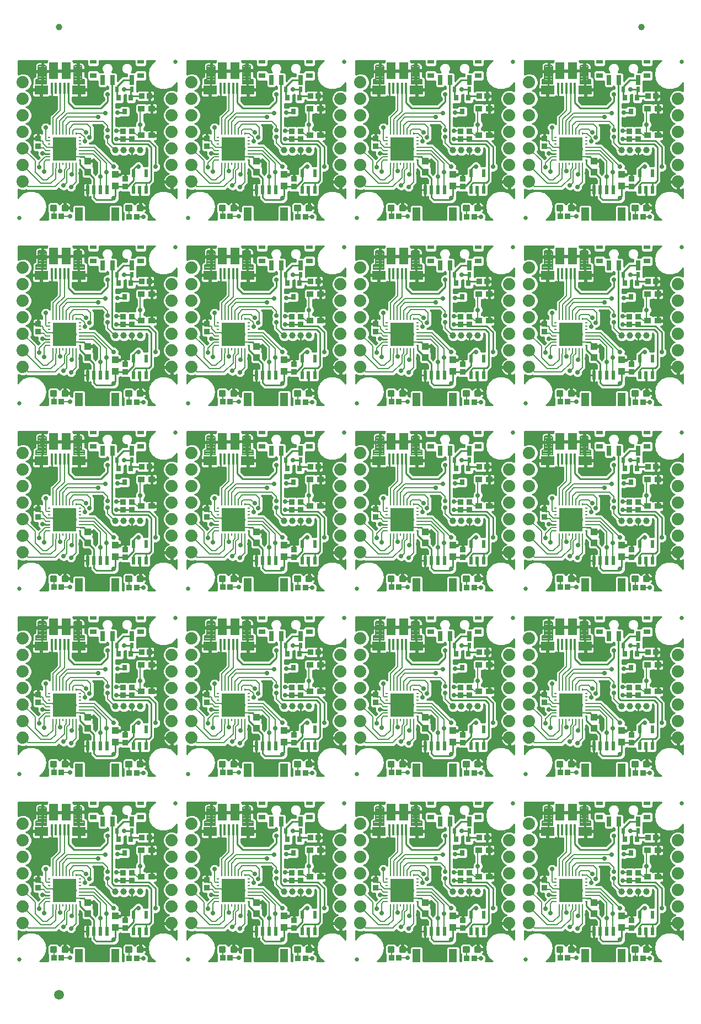
<source format=gtl>
G75*
%MOIN*%
%OFA0B0*%
%FSLAX25Y25*%
%IPPOS*%
%LPD*%
%AMOC8*
5,1,8,0,0,1.08239X$1,22.5*
%
%ADD10R,0.04724X0.07874*%
%ADD11R,0.02362X0.05315*%
%ADD12R,0.01575X0.06890*%
%ADD13R,0.07874X0.05748*%
%ADD14R,0.05610X0.09843*%
%ADD15C,0.03937*%
%ADD16C,0.04331*%
%ADD17C,0.00800*%
%ADD18C,0.07400*%
%ADD19C,0.01181*%
%ADD20R,0.02165X0.04724*%
%ADD21R,0.03346X0.03543*%
%ADD22R,0.02756X0.05906*%
%ADD23R,0.03937X0.02362*%
%ADD24R,0.03937X0.03150*%
%ADD25R,0.03543X0.03346*%
%ADD26R,0.03937X0.04331*%
%ADD27C,0.02900*%
%ADD28C,0.02500*%
%ADD29R,0.03937X0.03543*%
%ADD30R,0.02480X0.03268*%
%ADD31R,0.03150X0.03543*%
%ADD32R,0.00984X0.01575*%
%ADD33R,0.01575X0.00984*%
%ADD34R,0.14173X0.14173*%
%ADD35C,0.05906*%
%ADD36C,0.01000*%
D10*
X0067476Y0044281D03*
X0089524Y0044281D03*
X0169476Y0044281D03*
X0191524Y0044281D03*
X0271476Y0044281D03*
X0293524Y0044281D03*
X0373476Y0044281D03*
X0395524Y0044281D03*
X0395524Y0156281D03*
X0373476Y0156281D03*
X0293524Y0156281D03*
X0271476Y0156281D03*
X0191524Y0156281D03*
X0169476Y0156281D03*
X0089524Y0156281D03*
X0067476Y0156281D03*
X0067476Y0268281D03*
X0089524Y0268281D03*
X0169476Y0268281D03*
X0191524Y0268281D03*
X0271476Y0268281D03*
X0293524Y0268281D03*
X0373476Y0268281D03*
X0395524Y0268281D03*
X0395524Y0380281D03*
X0373476Y0380281D03*
X0373476Y0492281D03*
X0395524Y0492281D03*
X0293524Y0492281D03*
X0271476Y0492281D03*
X0271476Y0380281D03*
X0293524Y0380281D03*
X0191524Y0380281D03*
X0169476Y0380281D03*
X0169476Y0492281D03*
X0191524Y0492281D03*
X0089524Y0492281D03*
X0067476Y0492281D03*
X0067476Y0380281D03*
X0089524Y0380281D03*
D11*
X0084406Y0394750D03*
X0080469Y0394750D03*
X0076531Y0394750D03*
X0072594Y0394750D03*
X0072594Y0282750D03*
X0076531Y0282750D03*
X0080469Y0282750D03*
X0084406Y0282750D03*
X0084406Y0170750D03*
X0080469Y0170750D03*
X0076531Y0170750D03*
X0072594Y0170750D03*
X0072594Y0058750D03*
X0076531Y0058750D03*
X0080469Y0058750D03*
X0084406Y0058750D03*
X0174594Y0058750D03*
X0178531Y0058750D03*
X0182469Y0058750D03*
X0186406Y0058750D03*
X0186406Y0170750D03*
X0182469Y0170750D03*
X0178531Y0170750D03*
X0174594Y0170750D03*
X0174594Y0282750D03*
X0178531Y0282750D03*
X0182469Y0282750D03*
X0186406Y0282750D03*
X0186406Y0394750D03*
X0182469Y0394750D03*
X0178531Y0394750D03*
X0174594Y0394750D03*
X0174594Y0506750D03*
X0178531Y0506750D03*
X0182469Y0506750D03*
X0186406Y0506750D03*
X0276594Y0506750D03*
X0280531Y0506750D03*
X0284469Y0506750D03*
X0288406Y0506750D03*
X0288406Y0394750D03*
X0284469Y0394750D03*
X0280531Y0394750D03*
X0276594Y0394750D03*
X0276594Y0282750D03*
X0280531Y0282750D03*
X0284469Y0282750D03*
X0288406Y0282750D03*
X0288406Y0170750D03*
X0284469Y0170750D03*
X0280531Y0170750D03*
X0276594Y0170750D03*
X0276594Y0058750D03*
X0280531Y0058750D03*
X0284469Y0058750D03*
X0288406Y0058750D03*
X0378594Y0058750D03*
X0382531Y0058750D03*
X0386469Y0058750D03*
X0390406Y0058750D03*
X0390406Y0170750D03*
X0386469Y0170750D03*
X0382531Y0170750D03*
X0378594Y0170750D03*
X0378594Y0282750D03*
X0382531Y0282750D03*
X0386469Y0282750D03*
X0390406Y0282750D03*
X0390406Y0394750D03*
X0386469Y0394750D03*
X0382531Y0394750D03*
X0378594Y0394750D03*
X0378594Y0506750D03*
X0382531Y0506750D03*
X0386469Y0506750D03*
X0390406Y0506750D03*
X0084406Y0506750D03*
X0080469Y0506750D03*
X0076531Y0506750D03*
X0072594Y0506750D03*
D12*
X0061118Y0456250D03*
X0058559Y0456250D03*
X0056000Y0456250D03*
X0053441Y0456250D03*
X0050882Y0456250D03*
X0050882Y0344250D03*
X0053441Y0344250D03*
X0056000Y0344250D03*
X0058559Y0344250D03*
X0061118Y0344250D03*
X0061118Y0232250D03*
X0058559Y0232250D03*
X0056000Y0232250D03*
X0053441Y0232250D03*
X0050882Y0232250D03*
X0050882Y0120250D03*
X0053441Y0120250D03*
X0056000Y0120250D03*
X0058559Y0120250D03*
X0061118Y0120250D03*
X0152882Y0120250D03*
X0155441Y0120250D03*
X0158000Y0120250D03*
X0160559Y0120250D03*
X0163118Y0120250D03*
X0163118Y0232250D03*
X0160559Y0232250D03*
X0158000Y0232250D03*
X0155441Y0232250D03*
X0152882Y0232250D03*
X0152882Y0344250D03*
X0155441Y0344250D03*
X0158000Y0344250D03*
X0160559Y0344250D03*
X0163118Y0344250D03*
X0163118Y0456250D03*
X0160559Y0456250D03*
X0158000Y0456250D03*
X0155441Y0456250D03*
X0152882Y0456250D03*
X0152882Y0568250D03*
X0155441Y0568250D03*
X0158000Y0568250D03*
X0160559Y0568250D03*
X0163118Y0568250D03*
X0254882Y0568250D03*
X0257441Y0568250D03*
X0260000Y0568250D03*
X0262559Y0568250D03*
X0265118Y0568250D03*
X0265118Y0456250D03*
X0262559Y0456250D03*
X0260000Y0456250D03*
X0257441Y0456250D03*
X0254882Y0456250D03*
X0254882Y0344250D03*
X0257441Y0344250D03*
X0260000Y0344250D03*
X0262559Y0344250D03*
X0265118Y0344250D03*
X0265118Y0232250D03*
X0262559Y0232250D03*
X0260000Y0232250D03*
X0257441Y0232250D03*
X0254882Y0232250D03*
X0254882Y0120250D03*
X0257441Y0120250D03*
X0260000Y0120250D03*
X0262559Y0120250D03*
X0265118Y0120250D03*
X0356882Y0120250D03*
X0359441Y0120250D03*
X0362000Y0120250D03*
X0364559Y0120250D03*
X0367118Y0120250D03*
X0367118Y0232250D03*
X0364559Y0232250D03*
X0362000Y0232250D03*
X0359441Y0232250D03*
X0356882Y0232250D03*
X0356882Y0344250D03*
X0359441Y0344250D03*
X0362000Y0344250D03*
X0364559Y0344250D03*
X0367118Y0344250D03*
X0367118Y0456250D03*
X0364559Y0456250D03*
X0362000Y0456250D03*
X0359441Y0456250D03*
X0356882Y0456250D03*
X0356882Y0568250D03*
X0359441Y0568250D03*
X0362000Y0568250D03*
X0364559Y0568250D03*
X0367118Y0568250D03*
X0061118Y0568250D03*
X0058559Y0568250D03*
X0056000Y0568250D03*
X0053441Y0568250D03*
X0050882Y0568250D03*
D13*
X0044583Y0567167D03*
X0067417Y0567167D03*
X0146583Y0567167D03*
X0169417Y0567167D03*
X0248583Y0567167D03*
X0271417Y0567167D03*
X0350583Y0567167D03*
X0373417Y0567167D03*
X0373417Y0455167D03*
X0350583Y0455167D03*
X0271417Y0455167D03*
X0248583Y0455167D03*
X0169417Y0455167D03*
X0146583Y0455167D03*
X0067417Y0455167D03*
X0044583Y0455167D03*
X0044583Y0343167D03*
X0067417Y0343167D03*
X0146583Y0343167D03*
X0169417Y0343167D03*
X0248583Y0343167D03*
X0271417Y0343167D03*
X0350583Y0343167D03*
X0373417Y0343167D03*
X0373417Y0231167D03*
X0350583Y0231167D03*
X0271417Y0231167D03*
X0248583Y0231167D03*
X0169417Y0231167D03*
X0146583Y0231167D03*
X0067417Y0231167D03*
X0044583Y0231167D03*
X0044583Y0119167D03*
X0067417Y0119167D03*
X0146583Y0119167D03*
X0169417Y0119167D03*
X0248583Y0119167D03*
X0271417Y0119167D03*
X0350583Y0119167D03*
X0373417Y0119167D03*
D14*
X0365789Y0130781D03*
X0358211Y0130781D03*
X0358211Y0242781D03*
X0365789Y0242781D03*
X0365789Y0354781D03*
X0358211Y0354781D03*
X0358211Y0466781D03*
X0365789Y0466781D03*
X0365789Y0578781D03*
X0358211Y0578781D03*
X0263789Y0578781D03*
X0256211Y0578781D03*
X0256211Y0466781D03*
X0263789Y0466781D03*
X0263789Y0354781D03*
X0256211Y0354781D03*
X0256211Y0242781D03*
X0263789Y0242781D03*
X0263789Y0130781D03*
X0256211Y0130781D03*
X0161789Y0130781D03*
X0154211Y0130781D03*
X0154211Y0242781D03*
X0161789Y0242781D03*
X0161789Y0354781D03*
X0154211Y0354781D03*
X0154211Y0466781D03*
X0161789Y0466781D03*
X0161789Y0578781D03*
X0154211Y0578781D03*
X0059789Y0578781D03*
X0052211Y0578781D03*
X0052211Y0466781D03*
X0059789Y0466781D03*
X0059789Y0354781D03*
X0052211Y0354781D03*
X0052211Y0242781D03*
X0059789Y0242781D03*
X0059789Y0130781D03*
X0052211Y0130781D03*
D15*
X0045370Y0130388D03*
X0089500Y0082750D03*
X0094500Y0082750D03*
X0099500Y0082750D03*
X0104500Y0082750D03*
X0147370Y0130388D03*
X0191500Y0082750D03*
X0196500Y0082750D03*
X0201500Y0082750D03*
X0206500Y0082750D03*
X0249370Y0130388D03*
X0293500Y0082750D03*
X0298500Y0082750D03*
X0303500Y0082750D03*
X0308500Y0082750D03*
X0351370Y0130388D03*
X0395500Y0082750D03*
X0400500Y0082750D03*
X0405500Y0082750D03*
X0410500Y0082750D03*
X0410500Y0194750D03*
X0405500Y0194750D03*
X0400500Y0194750D03*
X0395500Y0194750D03*
X0351370Y0242388D03*
X0308500Y0194750D03*
X0303500Y0194750D03*
X0298500Y0194750D03*
X0293500Y0194750D03*
X0249370Y0242388D03*
X0206500Y0194750D03*
X0201500Y0194750D03*
X0196500Y0194750D03*
X0191500Y0194750D03*
X0147370Y0242388D03*
X0104500Y0194750D03*
X0099500Y0194750D03*
X0094500Y0194750D03*
X0089500Y0194750D03*
X0045370Y0242388D03*
X0089500Y0306750D03*
X0094500Y0306750D03*
X0099500Y0306750D03*
X0104500Y0306750D03*
X0147370Y0354388D03*
X0191500Y0306750D03*
X0196500Y0306750D03*
X0201500Y0306750D03*
X0206500Y0306750D03*
X0249370Y0354388D03*
X0293500Y0306750D03*
X0298500Y0306750D03*
X0303500Y0306750D03*
X0308500Y0306750D03*
X0351370Y0354388D03*
X0395500Y0306750D03*
X0400500Y0306750D03*
X0405500Y0306750D03*
X0410500Y0306750D03*
X0410500Y0418750D03*
X0405500Y0418750D03*
X0400500Y0418750D03*
X0395500Y0418750D03*
X0351370Y0466388D03*
X0308500Y0418750D03*
X0303500Y0418750D03*
X0298500Y0418750D03*
X0293500Y0418750D03*
X0249370Y0466388D03*
X0206500Y0418750D03*
X0201500Y0418750D03*
X0196500Y0418750D03*
X0191500Y0418750D03*
X0147370Y0466388D03*
X0104500Y0418750D03*
X0099500Y0418750D03*
X0094500Y0418750D03*
X0089500Y0418750D03*
X0045370Y0466388D03*
X0089500Y0530750D03*
X0094500Y0530750D03*
X0099500Y0530750D03*
X0104500Y0530750D03*
X0147370Y0578388D03*
X0191500Y0530750D03*
X0196500Y0530750D03*
X0201500Y0530750D03*
X0206500Y0530750D03*
X0249370Y0578388D03*
X0293500Y0530750D03*
X0298500Y0530750D03*
X0303500Y0530750D03*
X0308500Y0530750D03*
X0351370Y0578388D03*
X0395500Y0530750D03*
X0400500Y0530750D03*
X0405500Y0530750D03*
X0410500Y0530750D03*
X0407500Y0605000D03*
X0055500Y0605000D03*
X0045370Y0578388D03*
X0045370Y0354388D03*
D16*
X0066754Y0354214D02*
X0066754Y0355790D01*
X0066754Y0355790D01*
X0066754Y0354214D01*
X0066754Y0354214D01*
X0066754Y0243790D02*
X0066754Y0242214D01*
X0066754Y0243790D02*
X0066754Y0243790D01*
X0066754Y0242214D01*
X0066754Y0242214D01*
X0066754Y0131790D02*
X0066754Y0130214D01*
X0066754Y0131790D02*
X0066754Y0131790D01*
X0066754Y0130214D01*
X0066754Y0130214D01*
X0168754Y0130214D02*
X0168754Y0131790D01*
X0168754Y0131790D01*
X0168754Y0130214D01*
X0168754Y0130214D01*
X0168754Y0242214D02*
X0168754Y0243790D01*
X0168754Y0243790D01*
X0168754Y0242214D01*
X0168754Y0242214D01*
X0168754Y0354214D02*
X0168754Y0355790D01*
X0168754Y0355790D01*
X0168754Y0354214D01*
X0168754Y0354214D01*
X0168754Y0466214D02*
X0168754Y0467790D01*
X0168754Y0467790D01*
X0168754Y0466214D01*
X0168754Y0466214D01*
X0168754Y0578214D02*
X0168754Y0579790D01*
X0168754Y0579790D01*
X0168754Y0578214D01*
X0168754Y0578214D01*
X0066754Y0578214D02*
X0066754Y0579790D01*
X0066754Y0579790D01*
X0066754Y0578214D01*
X0066754Y0578214D01*
X0066754Y0467790D02*
X0066754Y0466214D01*
X0066754Y0467790D02*
X0066754Y0467790D01*
X0066754Y0466214D01*
X0066754Y0466214D01*
X0270754Y0466214D02*
X0270754Y0467790D01*
X0270754Y0467790D01*
X0270754Y0466214D01*
X0270754Y0466214D01*
X0270754Y0355790D02*
X0270754Y0354214D01*
X0270754Y0355790D02*
X0270754Y0355790D01*
X0270754Y0354214D01*
X0270754Y0354214D01*
X0270754Y0243790D02*
X0270754Y0242214D01*
X0270754Y0243790D02*
X0270754Y0243790D01*
X0270754Y0242214D01*
X0270754Y0242214D01*
X0270754Y0131790D02*
X0270754Y0130214D01*
X0270754Y0131790D02*
X0270754Y0131790D01*
X0270754Y0130214D01*
X0270754Y0130214D01*
X0372754Y0130214D02*
X0372754Y0131790D01*
X0372754Y0131790D01*
X0372754Y0130214D01*
X0372754Y0130214D01*
X0372754Y0242214D02*
X0372754Y0243790D01*
X0372754Y0243790D01*
X0372754Y0242214D01*
X0372754Y0242214D01*
X0372754Y0354214D02*
X0372754Y0355790D01*
X0372754Y0355790D01*
X0372754Y0354214D01*
X0372754Y0354214D01*
X0372754Y0466214D02*
X0372754Y0467790D01*
X0372754Y0467790D01*
X0372754Y0466214D01*
X0372754Y0466214D01*
X0372754Y0578214D02*
X0372754Y0579790D01*
X0372754Y0579790D01*
X0372754Y0578214D01*
X0372754Y0578214D01*
X0270754Y0578214D02*
X0270754Y0579790D01*
X0270754Y0579790D01*
X0270754Y0578214D01*
X0270754Y0578214D01*
D17*
X0273195Y0578544D02*
X0268263Y0578544D01*
X0268265Y0579342D02*
X0273193Y0579342D01*
X0273191Y0580141D02*
X0268266Y0580141D01*
X0268268Y0580939D02*
X0273180Y0580939D01*
X0273189Y0580907D02*
X0273106Y0581209D01*
X0272959Y0581484D01*
X0272753Y0581719D01*
X0272501Y0581903D01*
X0272214Y0582026D01*
X0271907Y0582083D01*
X0271594Y0582069D01*
X0269232Y0582069D01*
X0268965Y0582013D01*
X0268721Y0581890D01*
X0268518Y0581708D01*
X0268368Y0581479D01*
X0268283Y0581220D01*
X0268268Y0580947D01*
X0268248Y0570947D01*
X0274665Y0570947D01*
X0274685Y0573467D01*
X0273209Y0573467D01*
X0273189Y0580907D01*
X0272728Y0581738D02*
X0268551Y0581738D01*
X0268261Y0577745D02*
X0273197Y0577745D01*
X0273199Y0576947D02*
X0268260Y0576947D01*
X0268258Y0576148D02*
X0273202Y0576148D01*
X0273204Y0575350D02*
X0268257Y0575350D01*
X0268255Y0574551D02*
X0273206Y0574551D01*
X0273208Y0573753D02*
X0268254Y0573753D01*
X0268252Y0572954D02*
X0274681Y0572954D01*
X0274675Y0572156D02*
X0268250Y0572156D01*
X0268249Y0571357D02*
X0274669Y0571357D01*
X0262559Y0568250D02*
X0262559Y0554250D01*
X0257736Y0549427D01*
X0257736Y0540844D01*
X0255768Y0540844D02*
X0255768Y0550518D01*
X0260000Y0554750D01*
X0260000Y0568250D01*
X0251587Y0570947D02*
X0245362Y0570947D01*
X0245362Y0573447D01*
X0246850Y0573447D01*
X0246850Y0581656D01*
X0246888Y0581812D01*
X0246971Y0581949D01*
X0247093Y0582053D01*
X0247241Y0582115D01*
X0247402Y0582128D01*
X0250807Y0582030D01*
X0251012Y0581999D01*
X0251202Y0581916D01*
X0251364Y0581787D01*
X0251487Y0581621D01*
X0251563Y0581428D01*
X0251587Y0581222D01*
X0251587Y0570947D01*
X0251587Y0571357D02*
X0245362Y0571357D01*
X0245362Y0572156D02*
X0251587Y0572156D01*
X0251587Y0572954D02*
X0245362Y0572954D01*
X0246850Y0573753D02*
X0251587Y0573753D01*
X0251587Y0574551D02*
X0246850Y0574551D01*
X0246850Y0575350D02*
X0251587Y0575350D01*
X0251587Y0576148D02*
X0246850Y0576148D01*
X0246850Y0576947D02*
X0251587Y0576947D01*
X0251587Y0577745D02*
X0246850Y0577745D01*
X0246850Y0578544D02*
X0251587Y0578544D01*
X0251587Y0579342D02*
X0246850Y0579342D01*
X0246850Y0580141D02*
X0251587Y0580141D01*
X0251587Y0580939D02*
X0246850Y0580939D01*
X0246870Y0581738D02*
X0251401Y0581738D01*
X0264400Y0553250D02*
X0259705Y0548555D01*
X0259705Y0540844D01*
X0261673Y0540844D02*
X0261673Y0547823D01*
X0264500Y0550650D01*
X0283150Y0550650D01*
X0283200Y0550700D01*
X0286100Y0548150D02*
X0288750Y0545500D01*
X0288750Y0542650D01*
X0288700Y0538850D02*
X0288700Y0535100D01*
X0293050Y0530750D01*
X0293500Y0530750D01*
X0288050Y0522800D02*
X0280242Y0530608D01*
X0271909Y0530608D01*
X0271909Y0528640D02*
X0280010Y0528640D01*
X0284469Y0524181D01*
X0284469Y0514750D01*
X0284469Y0506750D01*
X0288050Y0507106D02*
X0288050Y0517500D01*
X0288050Y0522800D01*
X0292400Y0520850D02*
X0280673Y0532577D01*
X0271909Y0532577D01*
X0274900Y0536050D02*
X0274900Y0538350D01*
X0272406Y0540844D01*
X0269547Y0540844D01*
X0267579Y0540844D02*
X0267579Y0542429D01*
X0268600Y0543450D01*
X0273500Y0543450D01*
X0275600Y0541350D01*
X0278500Y0539150D02*
X0278500Y0544350D01*
X0276500Y0546350D01*
X0268100Y0546350D01*
X0265610Y0543860D01*
X0265610Y0540844D01*
X0263642Y0540844D02*
X0263642Y0545892D01*
X0265900Y0548150D01*
X0286100Y0548150D01*
X0287250Y0553250D02*
X0264400Y0553250D01*
X0251300Y0544450D02*
X0251300Y0537050D01*
X0251836Y0536514D01*
X0253406Y0536514D01*
X0249780Y0535940D02*
X0249780Y0534920D01*
X0252123Y0532577D01*
X0253406Y0532577D01*
X0256500Y0532577D01*
X0257484Y0531593D01*
X0262657Y0531593D01*
X0264579Y0531593D01*
X0269500Y0526671D01*
X0271909Y0526671D01*
X0269547Y0522341D02*
X0269547Y0511547D01*
X0266600Y0508600D01*
X0264150Y0511300D02*
X0264150Y0518400D01*
X0265610Y0519860D01*
X0265610Y0522341D01*
X0263642Y0522341D02*
X0263642Y0520042D01*
X0262550Y0518950D01*
X0262550Y0514050D01*
X0257200Y0508700D01*
X0240550Y0508700D01*
X0237500Y0511750D01*
X0244900Y0517450D02*
X0244900Y0524350D01*
X0237500Y0531750D01*
X0237500Y0521750D02*
X0248500Y0510750D01*
X0254500Y0510750D01*
X0257300Y0513550D01*
X0257300Y0519550D01*
X0257736Y0519986D01*
X0257736Y0522341D01*
X0255768Y0522341D02*
X0255768Y0516218D01*
X0252200Y0512650D01*
X0249700Y0512650D01*
X0244900Y0517450D01*
X0247500Y0520450D02*
X0247500Y0523250D01*
X0250921Y0526671D01*
X0253406Y0526671D01*
X0253406Y0524703D02*
X0251453Y0524703D01*
X0250350Y0523600D01*
X0250350Y0517800D01*
X0259705Y0518545D02*
X0259950Y0518300D01*
X0259705Y0518545D02*
X0259705Y0522341D01*
X0253406Y0530608D02*
X0251442Y0530608D01*
X0249950Y0532100D01*
X0247917Y0532100D01*
X0249780Y0535940D02*
X0249090Y0536630D01*
X0247953Y0536630D01*
X0267579Y0522341D02*
X0267579Y0516679D01*
X0266900Y0516000D01*
X0264150Y0511300D02*
X0262200Y0509350D01*
X0256047Y0495850D02*
X0256217Y0495681D01*
X0256217Y0490850D01*
X0260783Y0490850D02*
X0266000Y0490850D01*
X0269232Y0470069D02*
X0268965Y0470013D01*
X0268721Y0469890D01*
X0268518Y0469708D01*
X0268368Y0469479D01*
X0268283Y0469220D01*
X0268268Y0468947D01*
X0268248Y0458947D01*
X0274665Y0458947D01*
X0274685Y0461467D01*
X0273209Y0461467D01*
X0273189Y0468907D01*
X0273106Y0469209D01*
X0272959Y0469484D01*
X0272753Y0469719D01*
X0272501Y0469903D01*
X0272214Y0470026D01*
X0271907Y0470083D01*
X0271594Y0470069D01*
X0269232Y0470069D01*
X0268833Y0469946D02*
X0272401Y0469946D01*
X0273123Y0469148D02*
X0268279Y0469148D01*
X0268267Y0468349D02*
X0273190Y0468349D01*
X0273193Y0467551D02*
X0268265Y0467551D01*
X0268263Y0466752D02*
X0273195Y0466752D01*
X0273197Y0465954D02*
X0268262Y0465954D01*
X0268260Y0465155D02*
X0273199Y0465155D01*
X0273201Y0464357D02*
X0268259Y0464357D01*
X0268257Y0463558D02*
X0273203Y0463558D01*
X0273205Y0462760D02*
X0268256Y0462760D01*
X0268254Y0461961D02*
X0273207Y0461961D01*
X0274683Y0461162D02*
X0268252Y0461162D01*
X0268251Y0460364D02*
X0274676Y0460364D01*
X0274670Y0459565D02*
X0268249Y0459565D01*
X0262559Y0456250D02*
X0262559Y0442250D01*
X0257736Y0437427D01*
X0257736Y0428844D01*
X0255768Y0428844D02*
X0255768Y0438518D01*
X0260000Y0442750D01*
X0260000Y0456250D01*
X0251587Y0458947D02*
X0245362Y0458947D01*
X0245362Y0461447D01*
X0246850Y0461447D01*
X0246850Y0469656D01*
X0246888Y0469812D01*
X0246971Y0469949D01*
X0247093Y0470053D01*
X0247241Y0470115D01*
X0247402Y0470128D01*
X0250807Y0470030D01*
X0251012Y0469999D01*
X0251202Y0469916D01*
X0251364Y0469787D01*
X0251487Y0469621D01*
X0251563Y0469428D01*
X0251587Y0469222D01*
X0251587Y0458947D01*
X0251587Y0459565D02*
X0245362Y0459565D01*
X0245362Y0460364D02*
X0251587Y0460364D01*
X0251587Y0461162D02*
X0245362Y0461162D01*
X0246850Y0461961D02*
X0251587Y0461961D01*
X0251587Y0462760D02*
X0246850Y0462760D01*
X0246850Y0463558D02*
X0251587Y0463558D01*
X0251587Y0464357D02*
X0246850Y0464357D01*
X0246850Y0465155D02*
X0251587Y0465155D01*
X0251587Y0465954D02*
X0246850Y0465954D01*
X0246850Y0466752D02*
X0251587Y0466752D01*
X0251587Y0467551D02*
X0246850Y0467551D01*
X0246850Y0468349D02*
X0251587Y0468349D01*
X0251587Y0469148D02*
X0246850Y0469148D01*
X0246970Y0469946D02*
X0251133Y0469946D01*
X0264400Y0441250D02*
X0259705Y0436555D01*
X0259705Y0428844D01*
X0261673Y0428844D02*
X0261673Y0435823D01*
X0264500Y0438650D01*
X0283150Y0438650D01*
X0283200Y0438700D01*
X0286100Y0436150D02*
X0265900Y0436150D01*
X0263642Y0433892D01*
X0263642Y0428844D01*
X0265610Y0428844D02*
X0265610Y0431860D01*
X0268100Y0434350D01*
X0276500Y0434350D01*
X0278500Y0432350D01*
X0278500Y0427150D01*
X0277700Y0426350D01*
X0274900Y0426350D02*
X0274900Y0424050D01*
X0274900Y0426350D02*
X0272406Y0428844D01*
X0269547Y0428844D01*
X0267579Y0428844D02*
X0267579Y0430429D01*
X0268600Y0431450D01*
X0273500Y0431450D01*
X0275600Y0429350D01*
X0271909Y0420577D02*
X0280673Y0420577D01*
X0292400Y0408850D01*
X0288050Y0410800D02*
X0288050Y0405500D01*
X0288050Y0395106D01*
X0288406Y0394750D01*
X0284469Y0394750D02*
X0284469Y0402750D01*
X0284469Y0412181D01*
X0280010Y0416640D01*
X0271909Y0416640D01*
X0271909Y0418608D02*
X0280242Y0418608D01*
X0288050Y0410800D01*
X0293050Y0418750D02*
X0288700Y0423100D01*
X0288700Y0426850D01*
X0288750Y0430650D02*
X0288750Y0433500D01*
X0286100Y0436150D01*
X0287250Y0441250D02*
X0264400Y0441250D01*
X0251300Y0432450D02*
X0251300Y0425050D01*
X0251836Y0424514D01*
X0253406Y0424514D01*
X0249780Y0423940D02*
X0249780Y0422920D01*
X0252123Y0420577D01*
X0253406Y0420577D01*
X0256500Y0420577D01*
X0257484Y0419593D01*
X0262657Y0419593D01*
X0264579Y0419593D01*
X0269500Y0414671D01*
X0271909Y0414671D01*
X0269547Y0410341D02*
X0269547Y0399547D01*
X0266600Y0396600D01*
X0264150Y0399300D02*
X0262200Y0397350D01*
X0264150Y0399300D02*
X0264150Y0406400D01*
X0265610Y0407860D01*
X0265610Y0410341D01*
X0263642Y0410341D02*
X0263642Y0408042D01*
X0262550Y0406950D01*
X0262550Y0402050D01*
X0257200Y0396700D01*
X0240550Y0396700D01*
X0237500Y0399750D01*
X0244900Y0405450D02*
X0244900Y0412350D01*
X0237500Y0419750D01*
X0237500Y0409750D02*
X0248500Y0398750D01*
X0254500Y0398750D01*
X0257300Y0401550D01*
X0257300Y0407550D01*
X0257736Y0407986D01*
X0257736Y0410341D01*
X0255768Y0410341D02*
X0255768Y0404218D01*
X0252200Y0400650D01*
X0249700Y0400650D01*
X0244900Y0405450D01*
X0247500Y0408450D02*
X0247500Y0411250D01*
X0250921Y0414671D01*
X0253406Y0414671D01*
X0253406Y0412703D02*
X0251453Y0412703D01*
X0250350Y0411600D01*
X0250350Y0405800D01*
X0259705Y0406545D02*
X0259950Y0406300D01*
X0259705Y0406545D02*
X0259705Y0410341D01*
X0253406Y0418608D02*
X0251442Y0418608D01*
X0249950Y0420100D01*
X0247917Y0420100D01*
X0249780Y0423940D02*
X0249090Y0424630D01*
X0247953Y0424630D01*
X0267579Y0410341D02*
X0267579Y0404679D01*
X0266900Y0404000D01*
X0256047Y0383850D02*
X0256217Y0383681D01*
X0256217Y0378850D01*
X0260783Y0378850D02*
X0266000Y0378850D01*
X0269232Y0358069D02*
X0268965Y0358013D01*
X0268721Y0357890D01*
X0268518Y0357708D01*
X0268368Y0357479D01*
X0268283Y0357220D01*
X0268268Y0356947D01*
X0268248Y0346947D01*
X0274665Y0346947D01*
X0274685Y0349467D01*
X0273209Y0349467D01*
X0273189Y0356907D01*
X0273106Y0357209D01*
X0272959Y0357484D01*
X0272753Y0357719D01*
X0272501Y0357903D01*
X0272214Y0358026D01*
X0271907Y0358083D01*
X0271594Y0358069D01*
X0269232Y0358069D01*
X0268328Y0357356D02*
X0273027Y0357356D01*
X0273190Y0356558D02*
X0268267Y0356558D01*
X0268265Y0355759D02*
X0273192Y0355759D01*
X0273194Y0354960D02*
X0268264Y0354960D01*
X0268262Y0354162D02*
X0273196Y0354162D01*
X0273198Y0353363D02*
X0268261Y0353363D01*
X0268259Y0352565D02*
X0273200Y0352565D01*
X0273203Y0351766D02*
X0268258Y0351766D01*
X0268256Y0350968D02*
X0273205Y0350968D01*
X0273207Y0350169D02*
X0268254Y0350169D01*
X0268253Y0349371D02*
X0274684Y0349371D01*
X0274678Y0348572D02*
X0268251Y0348572D01*
X0268250Y0347774D02*
X0274672Y0347774D01*
X0274666Y0346975D02*
X0268248Y0346975D01*
X0262559Y0344250D02*
X0262559Y0330250D01*
X0257736Y0325427D01*
X0257736Y0316844D01*
X0255768Y0316844D02*
X0255768Y0326518D01*
X0260000Y0330750D01*
X0260000Y0344250D01*
X0251587Y0346947D02*
X0245362Y0346947D01*
X0245362Y0349447D01*
X0246850Y0349447D01*
X0246850Y0357656D01*
X0246888Y0357812D01*
X0246971Y0357949D01*
X0247093Y0358053D01*
X0247241Y0358115D01*
X0247402Y0358128D01*
X0250807Y0358030D01*
X0251012Y0357999D01*
X0251202Y0357916D01*
X0251364Y0357787D01*
X0251487Y0357621D01*
X0251563Y0357428D01*
X0251587Y0357222D01*
X0251587Y0346947D01*
X0251587Y0346975D02*
X0245362Y0346975D01*
X0245362Y0347774D02*
X0251587Y0347774D01*
X0251587Y0348572D02*
X0245362Y0348572D01*
X0245362Y0349371D02*
X0251587Y0349371D01*
X0251587Y0350169D02*
X0246850Y0350169D01*
X0246850Y0350968D02*
X0251587Y0350968D01*
X0251587Y0351766D02*
X0246850Y0351766D01*
X0246850Y0352565D02*
X0251587Y0352565D01*
X0251587Y0353363D02*
X0246850Y0353363D01*
X0246850Y0354162D02*
X0251587Y0354162D01*
X0251587Y0354960D02*
X0246850Y0354960D01*
X0246850Y0355759D02*
X0251587Y0355759D01*
X0251587Y0356558D02*
X0246850Y0356558D01*
X0246850Y0357356D02*
X0251571Y0357356D01*
X0264400Y0329250D02*
X0259705Y0324555D01*
X0259705Y0316844D01*
X0261673Y0316844D02*
X0261673Y0323823D01*
X0264500Y0326650D01*
X0283150Y0326650D01*
X0283200Y0326700D01*
X0286100Y0324150D02*
X0265900Y0324150D01*
X0263642Y0321892D01*
X0263642Y0316844D01*
X0265610Y0316844D02*
X0265610Y0319860D01*
X0268100Y0322350D01*
X0276500Y0322350D01*
X0278500Y0320350D01*
X0278500Y0315150D01*
X0277700Y0314350D01*
X0274900Y0314350D02*
X0274900Y0312050D01*
X0274900Y0314350D02*
X0272406Y0316844D01*
X0269547Y0316844D01*
X0267579Y0316844D02*
X0267579Y0318429D01*
X0268600Y0319450D01*
X0273500Y0319450D01*
X0275600Y0317350D01*
X0271909Y0308577D02*
X0280673Y0308577D01*
X0292400Y0296850D01*
X0288050Y0298800D02*
X0280242Y0306608D01*
X0271909Y0306608D01*
X0271909Y0304640D02*
X0280010Y0304640D01*
X0284469Y0300181D01*
X0284469Y0290750D01*
X0284469Y0282750D01*
X0288050Y0283106D02*
X0288406Y0282750D01*
X0288050Y0283106D02*
X0288050Y0293500D01*
X0288050Y0298800D01*
X0293050Y0306750D02*
X0288700Y0311100D01*
X0288700Y0314850D01*
X0288750Y0318650D02*
X0288750Y0321500D01*
X0286100Y0324150D01*
X0287250Y0329250D02*
X0264400Y0329250D01*
X0251300Y0320450D02*
X0251300Y0313050D01*
X0251836Y0312514D01*
X0253406Y0312514D01*
X0249780Y0311940D02*
X0249780Y0310920D01*
X0252123Y0308577D01*
X0253406Y0308577D01*
X0256500Y0308577D01*
X0257484Y0307593D01*
X0262657Y0307593D01*
X0264579Y0307593D01*
X0269500Y0302671D01*
X0271909Y0302671D01*
X0269547Y0298341D02*
X0269547Y0287547D01*
X0266600Y0284600D01*
X0264150Y0287300D02*
X0262200Y0285350D01*
X0264150Y0287300D02*
X0264150Y0294400D01*
X0265610Y0295860D01*
X0265610Y0298341D01*
X0263642Y0298341D02*
X0263642Y0296042D01*
X0262550Y0294950D01*
X0262550Y0290050D01*
X0257200Y0284700D01*
X0240550Y0284700D01*
X0237500Y0287750D01*
X0244900Y0293450D02*
X0244900Y0300350D01*
X0237500Y0307750D01*
X0237500Y0297750D02*
X0248500Y0286750D01*
X0254500Y0286750D01*
X0257300Y0289550D01*
X0257300Y0295550D01*
X0257736Y0295986D01*
X0257736Y0298341D01*
X0255768Y0298341D02*
X0255768Y0292218D01*
X0252200Y0288650D01*
X0249700Y0288650D01*
X0244900Y0293450D01*
X0247500Y0296450D02*
X0247500Y0299250D01*
X0250921Y0302671D01*
X0253406Y0302671D01*
X0253406Y0300703D02*
X0251453Y0300703D01*
X0250350Y0299600D01*
X0250350Y0293800D01*
X0259705Y0294545D02*
X0259950Y0294300D01*
X0259705Y0294545D02*
X0259705Y0298341D01*
X0267579Y0298341D02*
X0267579Y0292679D01*
X0266900Y0292000D01*
X0253406Y0306608D02*
X0251442Y0306608D01*
X0249950Y0308100D01*
X0247917Y0308100D01*
X0249780Y0311940D02*
X0249090Y0312630D01*
X0247953Y0312630D01*
X0256047Y0271850D02*
X0256217Y0271681D01*
X0256217Y0266850D01*
X0260783Y0266850D02*
X0266000Y0266850D01*
X0269232Y0246069D02*
X0268965Y0246013D01*
X0268721Y0245890D01*
X0268518Y0245708D01*
X0268368Y0245479D01*
X0268283Y0245220D01*
X0268268Y0244947D01*
X0268248Y0234947D01*
X0274665Y0234947D01*
X0274685Y0237467D01*
X0273209Y0237467D01*
X0273189Y0244907D01*
X0273106Y0245209D01*
X0272959Y0245484D01*
X0272753Y0245719D01*
X0272501Y0245903D01*
X0272214Y0246026D01*
X0271907Y0246083D01*
X0271594Y0246069D01*
X0269232Y0246069D01*
X0268424Y0245564D02*
X0272888Y0245564D01*
X0273189Y0244766D02*
X0268267Y0244766D01*
X0268266Y0243967D02*
X0273191Y0243967D01*
X0273194Y0243169D02*
X0268264Y0243169D01*
X0268263Y0242370D02*
X0273196Y0242370D01*
X0273198Y0241572D02*
X0268261Y0241572D01*
X0268260Y0240773D02*
X0273200Y0240773D01*
X0273202Y0239975D02*
X0268258Y0239975D01*
X0268256Y0239176D02*
X0273204Y0239176D01*
X0273206Y0238378D02*
X0268255Y0238378D01*
X0268253Y0237579D02*
X0273208Y0237579D01*
X0274680Y0236781D02*
X0268252Y0236781D01*
X0268250Y0235982D02*
X0274673Y0235982D01*
X0274667Y0235184D02*
X0268248Y0235184D01*
X0262559Y0232250D02*
X0262559Y0218250D01*
X0257736Y0213427D01*
X0257736Y0204844D01*
X0255768Y0204844D02*
X0255768Y0214518D01*
X0260000Y0218750D01*
X0260000Y0232250D01*
X0251587Y0234947D02*
X0245362Y0234947D01*
X0245362Y0237447D01*
X0246850Y0237447D01*
X0246850Y0245656D01*
X0246888Y0245812D01*
X0246971Y0245949D01*
X0247093Y0246053D01*
X0247241Y0246115D01*
X0247402Y0246128D01*
X0250807Y0246030D01*
X0251012Y0245999D01*
X0251202Y0245916D01*
X0251364Y0245787D01*
X0251487Y0245621D01*
X0251563Y0245428D01*
X0251587Y0245222D01*
X0251587Y0234947D01*
X0251587Y0235184D02*
X0245362Y0235184D01*
X0245362Y0235982D02*
X0251587Y0235982D01*
X0251587Y0236781D02*
X0245362Y0236781D01*
X0246850Y0237579D02*
X0251587Y0237579D01*
X0251587Y0238378D02*
X0246850Y0238378D01*
X0246850Y0239176D02*
X0251587Y0239176D01*
X0251587Y0239975D02*
X0246850Y0239975D01*
X0246850Y0240773D02*
X0251587Y0240773D01*
X0251587Y0241572D02*
X0246850Y0241572D01*
X0246850Y0242370D02*
X0251587Y0242370D01*
X0251587Y0243169D02*
X0246850Y0243169D01*
X0246850Y0243967D02*
X0251587Y0243967D01*
X0251587Y0244766D02*
X0246850Y0244766D01*
X0246850Y0245564D02*
X0251509Y0245564D01*
X0264400Y0217250D02*
X0259705Y0212555D01*
X0259705Y0204844D01*
X0261673Y0204844D02*
X0261673Y0211823D01*
X0264500Y0214650D01*
X0283150Y0214650D01*
X0283200Y0214700D01*
X0286100Y0212150D02*
X0265900Y0212150D01*
X0263642Y0209892D01*
X0263642Y0204844D01*
X0265610Y0204844D02*
X0265610Y0207860D01*
X0268100Y0210350D01*
X0276500Y0210350D01*
X0278500Y0208350D01*
X0278500Y0203150D01*
X0277700Y0202350D01*
X0274900Y0202350D02*
X0272406Y0204844D01*
X0269547Y0204844D01*
X0267579Y0204844D02*
X0267579Y0206429D01*
X0268600Y0207450D01*
X0273500Y0207450D01*
X0275600Y0205350D01*
X0274900Y0202350D02*
X0274900Y0200050D01*
X0271909Y0196577D02*
X0280673Y0196577D01*
X0292400Y0184850D01*
X0288050Y0186800D02*
X0280242Y0194608D01*
X0271909Y0194608D01*
X0271909Y0192640D02*
X0280010Y0192640D01*
X0284469Y0188181D01*
X0284469Y0178750D01*
X0284469Y0170750D01*
X0288050Y0171106D02*
X0288406Y0170750D01*
X0288050Y0171106D02*
X0288050Y0181500D01*
X0288050Y0186800D01*
X0293050Y0194750D02*
X0288700Y0199100D01*
X0288700Y0202850D01*
X0288750Y0206650D02*
X0288750Y0209500D01*
X0286100Y0212150D01*
X0287250Y0217250D02*
X0264400Y0217250D01*
X0253406Y0200514D02*
X0251836Y0200514D01*
X0251300Y0201050D01*
X0251300Y0208450D01*
X0249090Y0200630D02*
X0249780Y0199940D01*
X0249780Y0198920D01*
X0252123Y0196577D01*
X0253406Y0196577D01*
X0256500Y0196577D01*
X0257484Y0195593D01*
X0262657Y0195593D01*
X0264579Y0195593D01*
X0269500Y0190671D01*
X0271909Y0190671D01*
X0269547Y0186341D02*
X0269547Y0175547D01*
X0266600Y0172600D01*
X0264150Y0175300D02*
X0262200Y0173350D01*
X0264150Y0175300D02*
X0264150Y0182400D01*
X0265610Y0183860D01*
X0265610Y0186341D01*
X0263642Y0186341D02*
X0263642Y0184042D01*
X0262550Y0182950D01*
X0262550Y0178050D01*
X0257200Y0172700D01*
X0240550Y0172700D01*
X0237500Y0175750D01*
X0244900Y0181450D02*
X0244900Y0188350D01*
X0237500Y0195750D01*
X0237500Y0185750D02*
X0248500Y0174750D01*
X0254500Y0174750D01*
X0257300Y0177550D01*
X0257300Y0183550D01*
X0257736Y0183986D01*
X0257736Y0186341D01*
X0255768Y0186341D02*
X0255768Y0180218D01*
X0252200Y0176650D01*
X0249700Y0176650D01*
X0244900Y0181450D01*
X0247500Y0184450D02*
X0247500Y0187250D01*
X0250921Y0190671D01*
X0253406Y0190671D01*
X0253406Y0188703D02*
X0251453Y0188703D01*
X0250350Y0187600D01*
X0250350Y0181800D01*
X0259705Y0182545D02*
X0259950Y0182300D01*
X0259705Y0182545D02*
X0259705Y0186341D01*
X0253406Y0194608D02*
X0251442Y0194608D01*
X0249950Y0196100D01*
X0247917Y0196100D01*
X0247953Y0200630D02*
X0249090Y0200630D01*
X0267579Y0186341D02*
X0267579Y0180679D01*
X0266900Y0180000D01*
X0256047Y0159850D02*
X0256217Y0159681D01*
X0256217Y0154850D01*
X0260783Y0154850D02*
X0266000Y0154850D01*
X0269232Y0134069D02*
X0268965Y0134013D01*
X0268721Y0133890D01*
X0268518Y0133708D01*
X0268368Y0133479D01*
X0268283Y0133220D01*
X0268268Y0132947D01*
X0268248Y0122947D01*
X0274665Y0122947D01*
X0274685Y0125467D01*
X0273209Y0125467D01*
X0273189Y0132907D01*
X0273106Y0133209D01*
X0272959Y0133484D01*
X0272753Y0133719D01*
X0272501Y0133903D01*
X0272214Y0134026D01*
X0271907Y0134083D01*
X0271594Y0134069D01*
X0269232Y0134069D01*
X0268591Y0133773D02*
X0272680Y0133773D01*
X0273171Y0132974D02*
X0268269Y0132974D01*
X0268266Y0132176D02*
X0273191Y0132176D01*
X0273193Y0131377D02*
X0268265Y0131377D01*
X0268263Y0130579D02*
X0273195Y0130579D01*
X0273197Y0129780D02*
X0268261Y0129780D01*
X0268260Y0128982D02*
X0273199Y0128982D01*
X0273201Y0128183D02*
X0268258Y0128183D01*
X0268257Y0127385D02*
X0273204Y0127385D01*
X0273206Y0126586D02*
X0268255Y0126586D01*
X0268254Y0125788D02*
X0273208Y0125788D01*
X0274681Y0124989D02*
X0268252Y0124989D01*
X0268250Y0124191D02*
X0274675Y0124191D01*
X0274669Y0123392D02*
X0268249Y0123392D01*
X0262559Y0120250D02*
X0262559Y0106250D01*
X0257736Y0101427D01*
X0257736Y0092844D01*
X0255768Y0092844D02*
X0255768Y0102518D01*
X0260000Y0106750D01*
X0260000Y0120250D01*
X0251587Y0122947D02*
X0245362Y0122947D01*
X0245362Y0125447D01*
X0246850Y0125447D01*
X0246850Y0133656D01*
X0246888Y0133812D01*
X0246971Y0133949D01*
X0247093Y0134053D01*
X0247241Y0134115D01*
X0247402Y0134128D01*
X0250807Y0134030D01*
X0251012Y0133999D01*
X0251202Y0133916D01*
X0251364Y0133787D01*
X0251487Y0133621D01*
X0251563Y0133428D01*
X0251587Y0133222D01*
X0251587Y0122947D01*
X0251587Y0123392D02*
X0245362Y0123392D01*
X0245362Y0124191D02*
X0251587Y0124191D01*
X0251587Y0124989D02*
X0245362Y0124989D01*
X0246850Y0125788D02*
X0251587Y0125788D01*
X0251587Y0126586D02*
X0246850Y0126586D01*
X0246850Y0127385D02*
X0251587Y0127385D01*
X0251587Y0128183D02*
X0246850Y0128183D01*
X0246850Y0128982D02*
X0251587Y0128982D01*
X0251587Y0129780D02*
X0246850Y0129780D01*
X0246850Y0130579D02*
X0251587Y0130579D01*
X0251587Y0131377D02*
X0246850Y0131377D01*
X0246850Y0132176D02*
X0251587Y0132176D01*
X0251587Y0132974D02*
X0246850Y0132974D01*
X0246878Y0133773D02*
X0251375Y0133773D01*
X0264400Y0105250D02*
X0259705Y0100555D01*
X0259705Y0092844D01*
X0261673Y0092844D02*
X0261673Y0099823D01*
X0264500Y0102650D01*
X0283150Y0102650D01*
X0283200Y0102700D01*
X0286100Y0100150D02*
X0288750Y0097500D01*
X0288750Y0094650D01*
X0288700Y0090850D02*
X0288700Y0087100D01*
X0293050Y0082750D01*
X0293500Y0082750D01*
X0288050Y0074800D02*
X0280242Y0082608D01*
X0271909Y0082608D01*
X0271909Y0080640D02*
X0280010Y0080640D01*
X0284469Y0076181D01*
X0284469Y0066750D01*
X0284469Y0058750D01*
X0288050Y0059106D02*
X0288406Y0058750D01*
X0288050Y0059106D02*
X0288050Y0069500D01*
X0288050Y0074800D01*
X0292400Y0072850D02*
X0280673Y0084577D01*
X0271909Y0084577D01*
X0274900Y0088050D02*
X0274900Y0090350D01*
X0272406Y0092844D01*
X0269547Y0092844D01*
X0267579Y0092844D02*
X0267579Y0094429D01*
X0268600Y0095450D01*
X0273500Y0095450D01*
X0275600Y0093350D01*
X0278500Y0091150D02*
X0278500Y0096350D01*
X0276500Y0098350D01*
X0268100Y0098350D01*
X0265610Y0095860D01*
X0265610Y0092844D01*
X0263642Y0092844D02*
X0263642Y0097892D01*
X0265900Y0100150D01*
X0286100Y0100150D01*
X0287250Y0105250D02*
X0264400Y0105250D01*
X0253406Y0088514D02*
X0251836Y0088514D01*
X0251300Y0089050D01*
X0251300Y0096450D01*
X0249090Y0088630D02*
X0249780Y0087940D01*
X0249780Y0086920D01*
X0252123Y0084577D01*
X0253406Y0084577D01*
X0256500Y0084577D01*
X0257484Y0083593D01*
X0262657Y0083593D01*
X0264579Y0083593D01*
X0269500Y0078671D01*
X0271909Y0078671D01*
X0269547Y0074341D02*
X0269547Y0063547D01*
X0266600Y0060600D01*
X0264150Y0063300D02*
X0264150Y0070400D01*
X0265610Y0071860D01*
X0265610Y0074341D01*
X0263642Y0074341D02*
X0263642Y0072042D01*
X0262550Y0070950D01*
X0262550Y0066050D01*
X0257200Y0060700D01*
X0240550Y0060700D01*
X0237500Y0063750D01*
X0244900Y0069450D02*
X0244900Y0076350D01*
X0237500Y0083750D01*
X0237500Y0073750D02*
X0248500Y0062750D01*
X0254500Y0062750D01*
X0257300Y0065550D01*
X0257300Y0071550D01*
X0257736Y0071986D01*
X0257736Y0074341D01*
X0255768Y0074341D02*
X0255768Y0068218D01*
X0252200Y0064650D01*
X0249700Y0064650D01*
X0244900Y0069450D01*
X0247500Y0072450D02*
X0247500Y0075250D01*
X0250921Y0078671D01*
X0253406Y0078671D01*
X0253406Y0076703D02*
X0251453Y0076703D01*
X0250350Y0075600D01*
X0250350Y0069800D01*
X0259705Y0070545D02*
X0259950Y0070300D01*
X0259705Y0070545D02*
X0259705Y0074341D01*
X0253406Y0082608D02*
X0251442Y0082608D01*
X0249950Y0084100D01*
X0247917Y0084100D01*
X0247953Y0088630D02*
X0249090Y0088630D01*
X0267579Y0074341D02*
X0267579Y0068679D01*
X0266900Y0068000D01*
X0264150Y0063300D02*
X0262200Y0061350D01*
X0256047Y0047850D02*
X0256217Y0047681D01*
X0256217Y0042850D01*
X0260783Y0042850D02*
X0266000Y0042850D01*
X0301547Y0042719D02*
X0301717Y0042550D01*
X0301547Y0042719D02*
X0301547Y0047850D01*
X0306283Y0042550D02*
X0306483Y0042350D01*
X0310300Y0042350D01*
X0339500Y0063750D02*
X0342550Y0060700D01*
X0359200Y0060700D01*
X0364550Y0066050D01*
X0364550Y0070950D01*
X0365642Y0072042D01*
X0365642Y0074341D01*
X0367610Y0074341D02*
X0367610Y0071860D01*
X0366150Y0070400D01*
X0366150Y0063300D01*
X0364200Y0061350D01*
X0368600Y0060600D02*
X0371547Y0063547D01*
X0371547Y0074341D01*
X0369579Y0074341D02*
X0369579Y0068679D01*
X0368900Y0068000D01*
X0361950Y0070300D02*
X0361705Y0070545D01*
X0361705Y0074341D01*
X0359736Y0074341D02*
X0359736Y0071986D01*
X0359300Y0071550D01*
X0359300Y0065550D01*
X0356500Y0062750D01*
X0350500Y0062750D01*
X0339500Y0073750D01*
X0346900Y0076350D02*
X0339500Y0083750D01*
X0349917Y0084100D02*
X0351950Y0084100D01*
X0353442Y0082608D01*
X0355406Y0082608D01*
X0355406Y0084577D02*
X0358500Y0084577D01*
X0359484Y0083593D01*
X0364657Y0083593D01*
X0366579Y0083593D01*
X0371500Y0078671D01*
X0373909Y0078671D01*
X0373909Y0080640D02*
X0382010Y0080640D01*
X0386469Y0076181D01*
X0386469Y0066750D01*
X0386469Y0058750D01*
X0390050Y0059106D02*
X0390406Y0058750D01*
X0390050Y0059106D02*
X0390050Y0069500D01*
X0390050Y0074800D01*
X0382242Y0082608D01*
X0373909Y0082608D01*
X0373909Y0084577D02*
X0382673Y0084577D01*
X0394400Y0072850D01*
X0395050Y0082750D02*
X0390700Y0087100D01*
X0390700Y0090850D01*
X0390750Y0094650D02*
X0390750Y0097500D01*
X0388100Y0100150D01*
X0367900Y0100150D01*
X0365642Y0097892D01*
X0365642Y0092844D01*
X0367610Y0092844D02*
X0367610Y0095860D01*
X0370100Y0098350D01*
X0378500Y0098350D01*
X0380500Y0096350D01*
X0380500Y0091150D01*
X0379700Y0090350D01*
X0376900Y0090350D02*
X0374406Y0092844D01*
X0371547Y0092844D01*
X0369579Y0092844D02*
X0369579Y0094429D01*
X0370600Y0095450D01*
X0375500Y0095450D01*
X0377600Y0093350D01*
X0376900Y0090350D02*
X0376900Y0088050D01*
X0385150Y0102650D02*
X0366500Y0102650D01*
X0363673Y0099823D01*
X0363673Y0092844D01*
X0361705Y0092844D02*
X0361705Y0100555D01*
X0366400Y0105250D01*
X0389250Y0105250D01*
X0385200Y0102700D02*
X0385150Y0102650D01*
X0396100Y0094350D02*
X0399883Y0094350D01*
X0400100Y0094133D01*
X0405500Y0094133D02*
X0406600Y0093033D01*
X0407196Y0093033D01*
X0408550Y0091679D01*
X0411050Y0091679D01*
X0410500Y0092230D01*
X0410500Y0098250D01*
X0410500Y0107270D01*
X0411050Y0107821D01*
X0395500Y0082750D02*
X0395050Y0082750D01*
X0403547Y0047850D02*
X0403547Y0042719D01*
X0403717Y0042550D01*
X0408283Y0042550D02*
X0408483Y0042350D01*
X0412300Y0042350D01*
X0368000Y0042850D02*
X0362783Y0042850D01*
X0358217Y0042850D02*
X0358217Y0047681D01*
X0358047Y0047850D01*
X0354200Y0064650D02*
X0351700Y0064650D01*
X0346900Y0069450D01*
X0346900Y0076350D01*
X0349500Y0075250D02*
X0352921Y0078671D01*
X0355406Y0078671D01*
X0355406Y0076703D02*
X0353453Y0076703D01*
X0352350Y0075600D01*
X0352350Y0069800D01*
X0349500Y0072450D02*
X0349500Y0075250D01*
X0354123Y0084577D02*
X0355406Y0084577D01*
X0354123Y0084577D02*
X0351780Y0086920D01*
X0351780Y0087940D01*
X0351090Y0088630D01*
X0349953Y0088630D01*
X0353300Y0089050D02*
X0353300Y0096450D01*
X0357768Y0092844D02*
X0357768Y0102518D01*
X0362000Y0106750D01*
X0362000Y0120250D01*
X0364559Y0120250D02*
X0364559Y0106250D01*
X0359736Y0101427D01*
X0359736Y0092844D01*
X0355406Y0088514D02*
X0353836Y0088514D01*
X0353300Y0089050D01*
X0357768Y0074341D02*
X0357768Y0068218D01*
X0354200Y0064650D01*
X0309050Y0091679D02*
X0306550Y0091679D01*
X0305196Y0093033D01*
X0304600Y0093033D01*
X0303500Y0094133D01*
X0298100Y0094133D02*
X0297883Y0094350D01*
X0294100Y0094350D01*
X0278500Y0091150D02*
X0277700Y0090350D01*
X0308500Y0092230D02*
X0309050Y0091679D01*
X0308500Y0092230D02*
X0308500Y0098250D01*
X0308500Y0107270D01*
X0309050Y0107821D01*
X0310300Y0154350D02*
X0306483Y0154350D01*
X0306283Y0154550D01*
X0301717Y0154550D02*
X0301547Y0154719D01*
X0301547Y0159850D01*
X0293500Y0194750D02*
X0293050Y0194750D01*
X0298100Y0206133D02*
X0297883Y0206350D01*
X0294100Y0206350D01*
X0303500Y0206133D02*
X0304600Y0205033D01*
X0305196Y0205033D01*
X0306550Y0203679D01*
X0309050Y0203679D01*
X0308500Y0204230D01*
X0308500Y0210250D01*
X0308500Y0219270D01*
X0309050Y0219821D01*
X0339500Y0195750D02*
X0346900Y0188350D01*
X0346900Y0181450D01*
X0351700Y0176650D01*
X0354200Y0176650D01*
X0357768Y0180218D01*
X0357768Y0186341D01*
X0359736Y0186341D02*
X0359736Y0183986D01*
X0359300Y0183550D01*
X0359300Y0177550D01*
X0356500Y0174750D01*
X0350500Y0174750D01*
X0339500Y0185750D01*
X0339500Y0175750D02*
X0342550Y0172700D01*
X0359200Y0172700D01*
X0364550Y0178050D01*
X0364550Y0182950D01*
X0365642Y0184042D01*
X0365642Y0186341D01*
X0367610Y0186341D02*
X0367610Y0183860D01*
X0366150Y0182400D01*
X0366150Y0175300D01*
X0364200Y0173350D01*
X0368600Y0172600D02*
X0371547Y0175547D01*
X0371547Y0186341D01*
X0369579Y0186341D02*
X0369579Y0180679D01*
X0368900Y0180000D01*
X0361950Y0182300D02*
X0361705Y0182545D01*
X0361705Y0186341D01*
X0359484Y0195593D02*
X0358500Y0196577D01*
X0355406Y0196577D01*
X0354123Y0196577D01*
X0351780Y0198920D01*
X0351780Y0199940D01*
X0351090Y0200630D01*
X0349953Y0200630D01*
X0353300Y0201050D02*
X0353300Y0208450D01*
X0357768Y0204844D02*
X0357768Y0214518D01*
X0362000Y0218750D01*
X0362000Y0232250D01*
X0364559Y0232250D02*
X0364559Y0218250D01*
X0359736Y0213427D01*
X0359736Y0204844D01*
X0361705Y0204844D02*
X0361705Y0212555D01*
X0366400Y0217250D01*
X0389250Y0217250D01*
X0385200Y0214700D02*
X0385150Y0214650D01*
X0366500Y0214650D01*
X0363673Y0211823D01*
X0363673Y0204844D01*
X0365642Y0204844D02*
X0365642Y0209892D01*
X0367900Y0212150D01*
X0388100Y0212150D01*
X0390750Y0209500D01*
X0390750Y0206650D01*
X0390700Y0202850D02*
X0390700Y0199100D01*
X0395050Y0194750D01*
X0395500Y0194750D01*
X0390050Y0186800D02*
X0382242Y0194608D01*
X0373909Y0194608D01*
X0373909Y0192640D02*
X0382010Y0192640D01*
X0386469Y0188181D01*
X0386469Y0178750D01*
X0386469Y0170750D01*
X0390050Y0171106D02*
X0390406Y0170750D01*
X0390050Y0171106D02*
X0390050Y0181500D01*
X0390050Y0186800D01*
X0394400Y0184850D02*
X0382673Y0196577D01*
X0373909Y0196577D01*
X0376900Y0200050D02*
X0376900Y0202350D01*
X0374406Y0204844D01*
X0371547Y0204844D01*
X0369579Y0204844D02*
X0369579Y0206429D01*
X0370600Y0207450D01*
X0375500Y0207450D01*
X0377600Y0205350D01*
X0380500Y0203150D02*
X0380500Y0208350D01*
X0378500Y0210350D01*
X0370100Y0210350D01*
X0367610Y0207860D01*
X0367610Y0204844D01*
X0366579Y0195593D02*
X0364657Y0195593D01*
X0359484Y0195593D01*
X0355406Y0194608D02*
X0353442Y0194608D01*
X0351950Y0196100D01*
X0349917Y0196100D01*
X0353836Y0200514D02*
X0355406Y0200514D01*
X0353836Y0200514D02*
X0353300Y0201050D01*
X0352921Y0190671D02*
X0349500Y0187250D01*
X0349500Y0184450D01*
X0352350Y0181800D02*
X0352350Y0187600D01*
X0353453Y0188703D01*
X0355406Y0188703D01*
X0355406Y0190671D02*
X0352921Y0190671D01*
X0366579Y0195593D02*
X0371500Y0190671D01*
X0373909Y0190671D01*
X0379700Y0202350D02*
X0380500Y0203150D01*
X0396100Y0206350D02*
X0399883Y0206350D01*
X0400100Y0206133D01*
X0405500Y0206133D02*
X0406600Y0205033D01*
X0407196Y0205033D01*
X0408550Y0203679D01*
X0411050Y0203679D01*
X0410500Y0204230D01*
X0410500Y0210250D01*
X0410500Y0219270D01*
X0411050Y0219821D01*
X0376665Y0234947D02*
X0370248Y0234947D01*
X0370268Y0244947D01*
X0370283Y0245220D01*
X0370368Y0245479D01*
X0370518Y0245708D01*
X0370721Y0245890D01*
X0370965Y0246013D01*
X0371232Y0246069D01*
X0373594Y0246069D01*
X0373907Y0246083D01*
X0374214Y0246026D01*
X0374501Y0245903D01*
X0374753Y0245719D01*
X0374959Y0245484D01*
X0375106Y0245209D01*
X0375189Y0244907D01*
X0375209Y0237467D01*
X0376685Y0237467D01*
X0376665Y0234947D01*
X0376667Y0235184D02*
X0370248Y0235184D01*
X0370250Y0235982D02*
X0376673Y0235982D01*
X0376680Y0236781D02*
X0370252Y0236781D01*
X0370253Y0237579D02*
X0375208Y0237579D01*
X0375206Y0238378D02*
X0370255Y0238378D01*
X0370256Y0239176D02*
X0375204Y0239176D01*
X0375202Y0239975D02*
X0370258Y0239975D01*
X0370260Y0240773D02*
X0375200Y0240773D01*
X0375198Y0241572D02*
X0370261Y0241572D01*
X0370263Y0242370D02*
X0375196Y0242370D01*
X0375194Y0243169D02*
X0370264Y0243169D01*
X0370266Y0243967D02*
X0375191Y0243967D01*
X0375189Y0244766D02*
X0370267Y0244766D01*
X0370424Y0245564D02*
X0374888Y0245564D01*
X0368000Y0266850D02*
X0362783Y0266850D01*
X0358217Y0266850D02*
X0358217Y0271681D01*
X0358047Y0271850D01*
X0359200Y0284700D02*
X0342550Y0284700D01*
X0339500Y0287750D01*
X0339500Y0297750D02*
X0350500Y0286750D01*
X0356500Y0286750D01*
X0359300Y0289550D01*
X0359300Y0295550D01*
X0359736Y0295986D01*
X0359736Y0298341D01*
X0357768Y0298341D02*
X0357768Y0292218D01*
X0354200Y0288650D01*
X0351700Y0288650D01*
X0346900Y0293450D01*
X0346900Y0300350D01*
X0339500Y0307750D01*
X0349917Y0308100D02*
X0351950Y0308100D01*
X0353442Y0306608D01*
X0355406Y0306608D01*
X0355406Y0308577D02*
X0358500Y0308577D01*
X0359484Y0307593D01*
X0364657Y0307593D01*
X0366579Y0307593D01*
X0371500Y0302671D01*
X0373909Y0302671D01*
X0373909Y0304640D02*
X0382010Y0304640D01*
X0386469Y0300181D01*
X0386469Y0290750D01*
X0386469Y0282750D01*
X0390050Y0283106D02*
X0390406Y0282750D01*
X0390050Y0283106D02*
X0390050Y0293500D01*
X0390050Y0298800D01*
X0382242Y0306608D01*
X0373909Y0306608D01*
X0373909Y0308577D02*
X0382673Y0308577D01*
X0394400Y0296850D01*
X0395050Y0306750D02*
X0390700Y0311100D01*
X0390700Y0314850D01*
X0390750Y0318650D02*
X0390750Y0321500D01*
X0388100Y0324150D01*
X0367900Y0324150D01*
X0365642Y0321892D01*
X0365642Y0316844D01*
X0367610Y0316844D02*
X0367610Y0319860D01*
X0370100Y0322350D01*
X0378500Y0322350D01*
X0380500Y0320350D01*
X0380500Y0315150D01*
X0379700Y0314350D01*
X0376900Y0314350D02*
X0376900Y0312050D01*
X0376900Y0314350D02*
X0374406Y0316844D01*
X0371547Y0316844D01*
X0369579Y0316844D02*
X0369579Y0318429D01*
X0370600Y0319450D01*
X0375500Y0319450D01*
X0377600Y0317350D01*
X0385150Y0326650D02*
X0366500Y0326650D01*
X0363673Y0323823D01*
X0363673Y0316844D01*
X0361705Y0316844D02*
X0361705Y0324555D01*
X0366400Y0329250D01*
X0389250Y0329250D01*
X0385200Y0326700D02*
X0385150Y0326650D01*
X0396100Y0318350D02*
X0399883Y0318350D01*
X0400100Y0318133D01*
X0405500Y0318133D02*
X0406600Y0317033D01*
X0407196Y0317033D01*
X0408550Y0315679D01*
X0411050Y0315679D01*
X0410500Y0316230D01*
X0410500Y0322250D01*
X0410500Y0331270D01*
X0411050Y0331821D01*
X0395500Y0306750D02*
X0395050Y0306750D01*
X0371547Y0298341D02*
X0371547Y0287547D01*
X0368600Y0284600D01*
X0366150Y0287300D02*
X0364200Y0285350D01*
X0366150Y0287300D02*
X0366150Y0294400D01*
X0367610Y0295860D01*
X0367610Y0298341D01*
X0365642Y0298341D02*
X0365642Y0296042D01*
X0364550Y0294950D01*
X0364550Y0290050D01*
X0359200Y0284700D01*
X0361950Y0294300D02*
X0361705Y0294545D01*
X0361705Y0298341D01*
X0369579Y0298341D02*
X0369579Y0292679D01*
X0368900Y0292000D01*
X0355406Y0300703D02*
X0353453Y0300703D01*
X0352350Y0299600D01*
X0352350Y0293800D01*
X0349500Y0296450D02*
X0349500Y0299250D01*
X0352921Y0302671D01*
X0355406Y0302671D01*
X0355406Y0308577D02*
X0354123Y0308577D01*
X0351780Y0310920D01*
X0351780Y0311940D01*
X0351090Y0312630D01*
X0349953Y0312630D01*
X0353300Y0313050D02*
X0353300Y0320450D01*
X0357768Y0316844D02*
X0357768Y0326518D01*
X0362000Y0330750D01*
X0362000Y0344250D01*
X0364559Y0344250D02*
X0364559Y0330250D01*
X0359736Y0325427D01*
X0359736Y0316844D01*
X0355406Y0312514D02*
X0353836Y0312514D01*
X0353300Y0313050D01*
X0353587Y0346947D02*
X0347362Y0346947D01*
X0347362Y0349447D01*
X0348850Y0349447D01*
X0348850Y0357656D01*
X0348888Y0357812D01*
X0348971Y0357949D01*
X0349093Y0358053D01*
X0349241Y0358115D01*
X0349402Y0358128D01*
X0352807Y0358030D01*
X0353012Y0357999D01*
X0353202Y0357916D01*
X0353364Y0357787D01*
X0353487Y0357621D01*
X0353563Y0357428D01*
X0353587Y0357222D01*
X0353587Y0346947D01*
X0353587Y0346975D02*
X0347362Y0346975D01*
X0347362Y0347774D02*
X0353587Y0347774D01*
X0353587Y0348572D02*
X0347362Y0348572D01*
X0347362Y0349371D02*
X0353587Y0349371D01*
X0353587Y0350169D02*
X0348850Y0350169D01*
X0348850Y0350968D02*
X0353587Y0350968D01*
X0353587Y0351766D02*
X0348850Y0351766D01*
X0348850Y0352565D02*
X0353587Y0352565D01*
X0353587Y0353363D02*
X0348850Y0353363D01*
X0348850Y0354162D02*
X0353587Y0354162D01*
X0353587Y0354960D02*
X0348850Y0354960D01*
X0348850Y0355759D02*
X0353587Y0355759D01*
X0353587Y0356558D02*
X0348850Y0356558D01*
X0348850Y0357356D02*
X0353571Y0357356D01*
X0358217Y0378850D02*
X0358217Y0383681D01*
X0358047Y0383850D01*
X0362783Y0378850D02*
X0368000Y0378850D01*
X0368600Y0396600D02*
X0371547Y0399547D01*
X0371547Y0410341D01*
X0369579Y0410341D02*
X0369579Y0404679D01*
X0368900Y0404000D01*
X0366150Y0406400D02*
X0366150Y0399300D01*
X0364200Y0397350D01*
X0364550Y0402050D02*
X0359200Y0396700D01*
X0342550Y0396700D01*
X0339500Y0399750D01*
X0339500Y0409750D02*
X0350500Y0398750D01*
X0356500Y0398750D01*
X0359300Y0401550D01*
X0359300Y0407550D01*
X0359736Y0407986D01*
X0359736Y0410341D01*
X0357768Y0410341D02*
X0357768Y0404218D01*
X0354200Y0400650D01*
X0351700Y0400650D01*
X0346900Y0405450D01*
X0346900Y0412350D01*
X0339500Y0419750D01*
X0349917Y0420100D02*
X0351950Y0420100D01*
X0353442Y0418608D01*
X0355406Y0418608D01*
X0355406Y0420577D02*
X0358500Y0420577D01*
X0359484Y0419593D01*
X0364657Y0419593D01*
X0366579Y0419593D01*
X0371500Y0414671D01*
X0373909Y0414671D01*
X0373909Y0416640D02*
X0382010Y0416640D01*
X0386469Y0412181D01*
X0386469Y0402750D01*
X0386469Y0394750D01*
X0390050Y0395106D02*
X0390050Y0405500D01*
X0390050Y0410800D01*
X0382242Y0418608D01*
X0373909Y0418608D01*
X0373909Y0420577D02*
X0382673Y0420577D01*
X0394400Y0408850D01*
X0395050Y0418750D02*
X0390700Y0423100D01*
X0390700Y0426850D01*
X0390750Y0430650D02*
X0390750Y0433500D01*
X0388100Y0436150D01*
X0367900Y0436150D01*
X0365642Y0433892D01*
X0365642Y0428844D01*
X0367610Y0428844D02*
X0367610Y0431860D01*
X0370100Y0434350D01*
X0378500Y0434350D01*
X0380500Y0432350D01*
X0380500Y0427150D01*
X0379700Y0426350D01*
X0376900Y0426350D02*
X0376900Y0424050D01*
X0376900Y0426350D02*
X0374406Y0428844D01*
X0371547Y0428844D01*
X0369579Y0428844D02*
X0369579Y0430429D01*
X0370600Y0431450D01*
X0375500Y0431450D01*
X0377600Y0429350D01*
X0385150Y0438650D02*
X0366500Y0438650D01*
X0363673Y0435823D01*
X0363673Y0428844D01*
X0361705Y0428844D02*
X0361705Y0436555D01*
X0366400Y0441250D01*
X0389250Y0441250D01*
X0385200Y0438700D02*
X0385150Y0438650D01*
X0396100Y0430350D02*
X0399883Y0430350D01*
X0400100Y0430133D01*
X0405500Y0430133D02*
X0406600Y0429033D01*
X0407196Y0429033D01*
X0408550Y0427679D01*
X0411050Y0427679D01*
X0410500Y0428230D01*
X0410500Y0434250D01*
X0410500Y0443270D01*
X0411050Y0443821D01*
X0395500Y0418750D02*
X0395050Y0418750D01*
X0390050Y0395106D02*
X0390406Y0394750D01*
X0403547Y0383850D02*
X0403547Y0378719D01*
X0403717Y0378550D01*
X0408283Y0378550D02*
X0408483Y0378350D01*
X0412300Y0378350D01*
X0374959Y0357484D02*
X0374753Y0357719D01*
X0374501Y0357903D01*
X0374214Y0358026D01*
X0373907Y0358083D01*
X0373594Y0358069D01*
X0371232Y0358069D01*
X0370965Y0358013D01*
X0370721Y0357890D01*
X0370518Y0357708D01*
X0370368Y0357479D01*
X0370283Y0357220D01*
X0370268Y0356947D01*
X0370248Y0346947D01*
X0376665Y0346947D01*
X0376685Y0349467D01*
X0375209Y0349467D01*
X0375189Y0356907D01*
X0375106Y0357209D01*
X0374959Y0357484D01*
X0375027Y0357356D02*
X0370328Y0357356D01*
X0370267Y0356558D02*
X0375190Y0356558D01*
X0375192Y0355759D02*
X0370265Y0355759D01*
X0370264Y0354960D02*
X0375194Y0354960D01*
X0375196Y0354162D02*
X0370262Y0354162D01*
X0370261Y0353363D02*
X0375198Y0353363D01*
X0375200Y0352565D02*
X0370259Y0352565D01*
X0370258Y0351766D02*
X0375203Y0351766D01*
X0375205Y0350968D02*
X0370256Y0350968D01*
X0370254Y0350169D02*
X0375207Y0350169D01*
X0376684Y0349371D02*
X0370253Y0349371D01*
X0370251Y0348572D02*
X0376678Y0348572D01*
X0376672Y0347774D02*
X0370250Y0347774D01*
X0370248Y0346975D02*
X0376666Y0346975D01*
X0364550Y0402050D02*
X0364550Y0406950D01*
X0365642Y0408042D01*
X0365642Y0410341D01*
X0367610Y0410341D02*
X0367610Y0407860D01*
X0366150Y0406400D01*
X0361950Y0406300D02*
X0361705Y0406545D01*
X0361705Y0410341D01*
X0355406Y0412703D02*
X0353453Y0412703D01*
X0352350Y0411600D01*
X0352350Y0405800D01*
X0349500Y0408450D02*
X0349500Y0411250D01*
X0352921Y0414671D01*
X0355406Y0414671D01*
X0355406Y0420577D02*
X0354123Y0420577D01*
X0351780Y0422920D01*
X0351780Y0423940D01*
X0351090Y0424630D01*
X0349953Y0424630D01*
X0353300Y0425050D02*
X0353300Y0432450D01*
X0357768Y0428844D02*
X0357768Y0438518D01*
X0362000Y0442750D01*
X0362000Y0456250D01*
X0364559Y0456250D02*
X0364559Y0442250D01*
X0359736Y0437427D01*
X0359736Y0428844D01*
X0355406Y0424514D02*
X0353836Y0424514D01*
X0353300Y0425050D01*
X0353587Y0458947D02*
X0347362Y0458947D01*
X0347362Y0461447D01*
X0348850Y0461447D01*
X0348850Y0469656D01*
X0348888Y0469812D01*
X0348971Y0469949D01*
X0349093Y0470053D01*
X0349241Y0470115D01*
X0349402Y0470128D01*
X0352807Y0470030D01*
X0353012Y0469999D01*
X0353202Y0469916D01*
X0353364Y0469787D01*
X0353487Y0469621D01*
X0353563Y0469428D01*
X0353587Y0469222D01*
X0353587Y0458947D01*
X0353587Y0459565D02*
X0347362Y0459565D01*
X0347362Y0460364D02*
X0353587Y0460364D01*
X0353587Y0461162D02*
X0347362Y0461162D01*
X0348850Y0461961D02*
X0353587Y0461961D01*
X0353587Y0462760D02*
X0348850Y0462760D01*
X0348850Y0463558D02*
X0353587Y0463558D01*
X0353587Y0464357D02*
X0348850Y0464357D01*
X0348850Y0465155D02*
X0353587Y0465155D01*
X0353587Y0465954D02*
X0348850Y0465954D01*
X0348850Y0466752D02*
X0353587Y0466752D01*
X0353587Y0467551D02*
X0348850Y0467551D01*
X0348850Y0468349D02*
X0353587Y0468349D01*
X0353587Y0469148D02*
X0348850Y0469148D01*
X0348970Y0469946D02*
X0353133Y0469946D01*
X0358217Y0490850D02*
X0358217Y0495681D01*
X0358047Y0495850D01*
X0362783Y0490850D02*
X0368000Y0490850D01*
X0368600Y0508600D02*
X0371547Y0511547D01*
X0371547Y0522341D01*
X0369579Y0522341D02*
X0369579Y0516679D01*
X0368900Y0516000D01*
X0366150Y0518400D02*
X0366150Y0511300D01*
X0364200Y0509350D01*
X0364550Y0514050D02*
X0359200Y0508700D01*
X0342550Y0508700D01*
X0339500Y0511750D01*
X0346900Y0517450D02*
X0346900Y0524350D01*
X0339500Y0531750D01*
X0339500Y0521750D02*
X0350500Y0510750D01*
X0356500Y0510750D01*
X0359300Y0513550D01*
X0359300Y0519550D01*
X0359736Y0519986D01*
X0359736Y0522341D01*
X0357768Y0522341D02*
X0357768Y0516218D01*
X0354200Y0512650D01*
X0351700Y0512650D01*
X0346900Y0517450D01*
X0349500Y0520450D02*
X0349500Y0523250D01*
X0352921Y0526671D01*
X0355406Y0526671D01*
X0355406Y0524703D02*
X0353453Y0524703D01*
X0352350Y0523600D01*
X0352350Y0517800D01*
X0361705Y0518545D02*
X0361950Y0518300D01*
X0361705Y0518545D02*
X0361705Y0522341D01*
X0365642Y0522341D02*
X0365642Y0520042D01*
X0364550Y0518950D01*
X0364550Y0514050D01*
X0366150Y0518400D02*
X0367610Y0519860D01*
X0367610Y0522341D01*
X0371500Y0526671D02*
X0366579Y0531593D01*
X0364657Y0531593D01*
X0359484Y0531593D01*
X0358500Y0532577D01*
X0355406Y0532577D01*
X0354123Y0532577D01*
X0351780Y0534920D01*
X0351780Y0535940D01*
X0351090Y0536630D01*
X0349953Y0536630D01*
X0353300Y0537050D02*
X0353300Y0544450D01*
X0357768Y0540844D02*
X0357768Y0550518D01*
X0362000Y0554750D01*
X0362000Y0568250D01*
X0364559Y0568250D02*
X0364559Y0554250D01*
X0359736Y0549427D01*
X0359736Y0540844D01*
X0361705Y0540844D02*
X0361705Y0548555D01*
X0366400Y0553250D01*
X0389250Y0553250D01*
X0385200Y0550700D02*
X0385150Y0550650D01*
X0366500Y0550650D01*
X0363673Y0547823D01*
X0363673Y0540844D01*
X0365642Y0540844D02*
X0365642Y0545892D01*
X0367900Y0548150D01*
X0388100Y0548150D01*
X0390750Y0545500D01*
X0390750Y0542650D01*
X0390700Y0538850D02*
X0390700Y0535100D01*
X0395050Y0530750D01*
X0395500Y0530750D01*
X0390050Y0522800D02*
X0382242Y0530608D01*
X0373909Y0530608D01*
X0373909Y0528640D02*
X0382010Y0528640D01*
X0386469Y0524181D01*
X0386469Y0514750D01*
X0386469Y0506750D01*
X0390050Y0507106D02*
X0390050Y0517500D01*
X0390050Y0522800D01*
X0394400Y0520850D02*
X0382673Y0532577D01*
X0373909Y0532577D01*
X0376900Y0536050D02*
X0376900Y0538350D01*
X0374406Y0540844D01*
X0371547Y0540844D01*
X0369579Y0540844D02*
X0369579Y0542429D01*
X0370600Y0543450D01*
X0375500Y0543450D01*
X0377600Y0541350D01*
X0380500Y0539150D02*
X0379700Y0538350D01*
X0380500Y0539150D02*
X0380500Y0544350D01*
X0378500Y0546350D01*
X0370100Y0546350D01*
X0367610Y0543860D01*
X0367610Y0540844D01*
X0371500Y0526671D02*
X0373909Y0526671D01*
X0355406Y0530608D02*
X0353442Y0530608D01*
X0351950Y0532100D01*
X0349917Y0532100D01*
X0353836Y0536514D02*
X0355406Y0536514D01*
X0353836Y0536514D02*
X0353300Y0537050D01*
X0353587Y0570947D02*
X0347362Y0570947D01*
X0347362Y0573447D01*
X0348850Y0573447D01*
X0348850Y0581656D01*
X0348888Y0581812D01*
X0348971Y0581949D01*
X0349093Y0582053D01*
X0349241Y0582115D01*
X0349402Y0582128D01*
X0352807Y0582030D01*
X0353012Y0581999D01*
X0353202Y0581916D01*
X0353364Y0581787D01*
X0353487Y0581621D01*
X0353563Y0581428D01*
X0353587Y0581222D01*
X0353587Y0570947D01*
X0353587Y0571357D02*
X0347362Y0571357D01*
X0347362Y0572156D02*
X0353587Y0572156D01*
X0353587Y0572954D02*
X0347362Y0572954D01*
X0348850Y0573753D02*
X0353587Y0573753D01*
X0353587Y0574551D02*
X0348850Y0574551D01*
X0348850Y0575350D02*
X0353587Y0575350D01*
X0353587Y0576148D02*
X0348850Y0576148D01*
X0348850Y0576947D02*
X0353587Y0576947D01*
X0353587Y0577745D02*
X0348850Y0577745D01*
X0348850Y0578544D02*
X0353587Y0578544D01*
X0353587Y0579342D02*
X0348850Y0579342D01*
X0348850Y0580141D02*
X0353587Y0580141D01*
X0353587Y0580939D02*
X0348850Y0580939D01*
X0348870Y0581738D02*
X0353401Y0581738D01*
X0370268Y0580947D02*
X0370248Y0570947D01*
X0376665Y0570947D01*
X0376685Y0573467D01*
X0375209Y0573467D01*
X0375189Y0580907D01*
X0375106Y0581209D01*
X0374959Y0581484D01*
X0374753Y0581719D01*
X0374501Y0581903D01*
X0374214Y0582026D01*
X0373907Y0582083D01*
X0373594Y0582069D01*
X0371232Y0582069D01*
X0370965Y0582013D01*
X0370721Y0581890D01*
X0370518Y0581708D01*
X0370368Y0581479D01*
X0370283Y0581220D01*
X0370268Y0580947D01*
X0370268Y0580939D02*
X0375180Y0580939D01*
X0375191Y0580141D02*
X0370266Y0580141D01*
X0370265Y0579342D02*
X0375193Y0579342D01*
X0375195Y0578544D02*
X0370263Y0578544D01*
X0370261Y0577745D02*
X0375197Y0577745D01*
X0375199Y0576947D02*
X0370260Y0576947D01*
X0370258Y0576148D02*
X0375202Y0576148D01*
X0375204Y0575350D02*
X0370257Y0575350D01*
X0370255Y0574551D02*
X0375206Y0574551D01*
X0375208Y0573753D02*
X0370254Y0573753D01*
X0370252Y0572954D02*
X0376681Y0572954D01*
X0376675Y0572156D02*
X0370250Y0572156D01*
X0370249Y0571357D02*
X0376669Y0571357D01*
X0374728Y0581738D02*
X0370551Y0581738D01*
X0396100Y0542350D02*
X0399883Y0542350D01*
X0400100Y0542133D01*
X0405500Y0542133D02*
X0406600Y0541033D01*
X0407196Y0541033D01*
X0408550Y0539679D01*
X0411050Y0539679D01*
X0410500Y0540230D01*
X0410500Y0546250D01*
X0410500Y0555270D01*
X0411050Y0555821D01*
X0390050Y0507106D02*
X0390406Y0506750D01*
X0403547Y0495850D02*
X0403547Y0490719D01*
X0403717Y0490550D01*
X0408283Y0490550D02*
X0408483Y0490350D01*
X0412300Y0490350D01*
X0374959Y0469484D02*
X0374753Y0469719D01*
X0374501Y0469903D01*
X0374214Y0470026D01*
X0373907Y0470083D01*
X0373594Y0470069D01*
X0371232Y0470069D01*
X0370965Y0470013D01*
X0370721Y0469890D01*
X0370518Y0469708D01*
X0370368Y0469479D01*
X0370283Y0469220D01*
X0370268Y0468947D01*
X0370248Y0458947D01*
X0376665Y0458947D01*
X0376685Y0461467D01*
X0375209Y0461467D01*
X0375189Y0468907D01*
X0375106Y0469209D01*
X0374959Y0469484D01*
X0375123Y0469148D02*
X0370279Y0469148D01*
X0370267Y0468349D02*
X0375190Y0468349D01*
X0375193Y0467551D02*
X0370265Y0467551D01*
X0370263Y0466752D02*
X0375195Y0466752D01*
X0375197Y0465954D02*
X0370262Y0465954D01*
X0370260Y0465155D02*
X0375199Y0465155D01*
X0375201Y0464357D02*
X0370259Y0464357D01*
X0370257Y0463558D02*
X0375203Y0463558D01*
X0375205Y0462760D02*
X0370256Y0462760D01*
X0370254Y0461961D02*
X0375207Y0461961D01*
X0376683Y0461162D02*
X0370252Y0461162D01*
X0370251Y0460364D02*
X0376676Y0460364D01*
X0376670Y0459565D02*
X0370249Y0459565D01*
X0370833Y0469946D02*
X0374401Y0469946D01*
X0310300Y0490350D02*
X0306483Y0490350D01*
X0306283Y0490550D01*
X0301717Y0490550D02*
X0301547Y0490719D01*
X0301547Y0495850D01*
X0288406Y0506750D02*
X0288050Y0507106D01*
X0277700Y0538350D02*
X0278500Y0539150D01*
X0294100Y0542350D02*
X0297883Y0542350D01*
X0298100Y0542133D01*
X0303500Y0542133D02*
X0304600Y0541033D01*
X0305196Y0541033D01*
X0306550Y0539679D01*
X0309050Y0539679D01*
X0308500Y0540230D01*
X0308500Y0546250D01*
X0308500Y0555270D01*
X0309050Y0555821D01*
X0309050Y0443821D02*
X0308500Y0443270D01*
X0308500Y0434250D01*
X0308500Y0428230D01*
X0309050Y0427679D01*
X0306550Y0427679D01*
X0305196Y0429033D01*
X0304600Y0429033D01*
X0303500Y0430133D01*
X0298100Y0430133D02*
X0297883Y0430350D01*
X0294100Y0430350D01*
X0293500Y0418750D02*
X0293050Y0418750D01*
X0301547Y0383850D02*
X0301547Y0378719D01*
X0301717Y0378550D01*
X0306283Y0378550D02*
X0306483Y0378350D01*
X0310300Y0378350D01*
X0309050Y0331821D02*
X0308500Y0331270D01*
X0308500Y0322250D01*
X0308500Y0316230D01*
X0309050Y0315679D01*
X0306550Y0315679D01*
X0305196Y0317033D01*
X0304600Y0317033D01*
X0303500Y0318133D01*
X0298100Y0318133D02*
X0297883Y0318350D01*
X0294100Y0318350D01*
X0293500Y0306750D02*
X0293050Y0306750D01*
X0301547Y0271850D02*
X0301547Y0266719D01*
X0301717Y0266550D01*
X0306283Y0266550D02*
X0306483Y0266350D01*
X0310300Y0266350D01*
X0348888Y0245812D02*
X0348971Y0245949D01*
X0349093Y0246053D01*
X0349241Y0246115D01*
X0349402Y0246128D01*
X0352807Y0246030D01*
X0353012Y0245999D01*
X0353202Y0245916D01*
X0353364Y0245787D01*
X0353487Y0245621D01*
X0353563Y0245428D01*
X0353587Y0245222D01*
X0353587Y0234947D01*
X0347362Y0234947D01*
X0347362Y0237447D01*
X0348850Y0237447D01*
X0348850Y0245656D01*
X0348888Y0245812D01*
X0348850Y0245564D02*
X0353509Y0245564D01*
X0353587Y0244766D02*
X0348850Y0244766D01*
X0348850Y0243967D02*
X0353587Y0243967D01*
X0353587Y0243169D02*
X0348850Y0243169D01*
X0348850Y0242370D02*
X0353587Y0242370D01*
X0353587Y0241572D02*
X0348850Y0241572D01*
X0348850Y0240773D02*
X0353587Y0240773D01*
X0353587Y0239975D02*
X0348850Y0239975D01*
X0348850Y0239176D02*
X0353587Y0239176D01*
X0353587Y0238378D02*
X0348850Y0238378D01*
X0348850Y0237579D02*
X0353587Y0237579D01*
X0353587Y0236781D02*
X0347362Y0236781D01*
X0347362Y0235982D02*
X0353587Y0235982D01*
X0353587Y0235184D02*
X0347362Y0235184D01*
X0358047Y0159850D02*
X0358217Y0159681D01*
X0358217Y0154850D01*
X0362783Y0154850D02*
X0368000Y0154850D01*
X0371232Y0134069D02*
X0370965Y0134013D01*
X0370721Y0133890D01*
X0370518Y0133708D01*
X0370368Y0133479D01*
X0370283Y0133220D01*
X0370268Y0132947D01*
X0370248Y0122947D01*
X0376665Y0122947D01*
X0376685Y0125467D01*
X0375209Y0125467D01*
X0375189Y0132907D01*
X0375106Y0133209D01*
X0374959Y0133484D01*
X0374753Y0133719D01*
X0374501Y0133903D01*
X0374214Y0134026D01*
X0373907Y0134083D01*
X0373594Y0134069D01*
X0371232Y0134069D01*
X0370591Y0133773D02*
X0374680Y0133773D01*
X0375171Y0132974D02*
X0370269Y0132974D01*
X0370266Y0132176D02*
X0375191Y0132176D01*
X0375193Y0131377D02*
X0370265Y0131377D01*
X0370263Y0130579D02*
X0375195Y0130579D01*
X0375197Y0129780D02*
X0370261Y0129780D01*
X0370260Y0128982D02*
X0375199Y0128982D01*
X0375201Y0128183D02*
X0370258Y0128183D01*
X0370257Y0127385D02*
X0375204Y0127385D01*
X0375206Y0126586D02*
X0370255Y0126586D01*
X0370254Y0125788D02*
X0375208Y0125788D01*
X0376681Y0124989D02*
X0370252Y0124989D01*
X0370250Y0124191D02*
X0376675Y0124191D01*
X0376669Y0123392D02*
X0370249Y0123392D01*
X0353587Y0123392D02*
X0347362Y0123392D01*
X0347362Y0122947D02*
X0353587Y0122947D01*
X0353587Y0133222D01*
X0353563Y0133428D01*
X0353487Y0133621D01*
X0353364Y0133787D01*
X0353202Y0133916D01*
X0353012Y0133999D01*
X0352807Y0134030D01*
X0349402Y0134128D01*
X0349241Y0134115D01*
X0349093Y0134053D01*
X0348971Y0133949D01*
X0348888Y0133812D01*
X0348850Y0133656D01*
X0348850Y0125447D01*
X0347362Y0125447D01*
X0347362Y0122947D01*
X0347362Y0124191D02*
X0353587Y0124191D01*
X0353587Y0124989D02*
X0347362Y0124989D01*
X0348850Y0125788D02*
X0353587Y0125788D01*
X0353587Y0126586D02*
X0348850Y0126586D01*
X0348850Y0127385D02*
X0353587Y0127385D01*
X0353587Y0128183D02*
X0348850Y0128183D01*
X0348850Y0128982D02*
X0353587Y0128982D01*
X0353587Y0129780D02*
X0348850Y0129780D01*
X0348850Y0130579D02*
X0353587Y0130579D01*
X0353587Y0131377D02*
X0348850Y0131377D01*
X0348850Y0132176D02*
X0353587Y0132176D01*
X0353587Y0132974D02*
X0348850Y0132974D01*
X0348878Y0133773D02*
X0353375Y0133773D01*
X0403547Y0154719D02*
X0403717Y0154550D01*
X0403547Y0154719D02*
X0403547Y0159850D01*
X0408283Y0154550D02*
X0408483Y0154350D01*
X0412300Y0154350D01*
X0412300Y0266350D02*
X0408483Y0266350D01*
X0408283Y0266550D01*
X0403717Y0266550D02*
X0403547Y0266719D01*
X0403547Y0271850D01*
X0208300Y0266350D02*
X0204483Y0266350D01*
X0204283Y0266550D01*
X0199717Y0266550D02*
X0199547Y0266719D01*
X0199547Y0271850D01*
X0186406Y0282750D02*
X0186050Y0283106D01*
X0186050Y0293500D01*
X0186050Y0298800D01*
X0178242Y0306608D01*
X0169909Y0306608D01*
X0169909Y0304640D02*
X0178010Y0304640D01*
X0182469Y0300181D01*
X0182469Y0290750D01*
X0182469Y0282750D01*
X0190400Y0296850D02*
X0178673Y0308577D01*
X0169909Y0308577D01*
X0172900Y0312050D02*
X0172900Y0314350D01*
X0170406Y0316844D01*
X0167547Y0316844D01*
X0165579Y0316844D02*
X0165579Y0318429D01*
X0166600Y0319450D01*
X0171500Y0319450D01*
X0173600Y0317350D01*
X0176500Y0315150D02*
X0176500Y0320350D01*
X0174500Y0322350D01*
X0166100Y0322350D01*
X0163610Y0319860D01*
X0163610Y0316844D01*
X0161642Y0316844D02*
X0161642Y0321892D01*
X0163900Y0324150D01*
X0184100Y0324150D01*
X0186750Y0321500D01*
X0186750Y0318650D01*
X0186700Y0314850D02*
X0186700Y0311100D01*
X0191050Y0306750D01*
X0191500Y0306750D01*
X0192100Y0318350D02*
X0195883Y0318350D01*
X0196100Y0318133D01*
X0201500Y0318133D02*
X0202600Y0317033D01*
X0203196Y0317033D01*
X0204550Y0315679D01*
X0207050Y0315679D01*
X0206500Y0316230D01*
X0206500Y0322250D01*
X0206500Y0331270D01*
X0207050Y0331821D01*
X0185250Y0329250D02*
X0162400Y0329250D01*
X0157705Y0324555D01*
X0157705Y0316844D01*
X0159673Y0316844D02*
X0159673Y0323823D01*
X0162500Y0326650D01*
X0181150Y0326650D01*
X0181200Y0326700D01*
X0176500Y0315150D02*
X0175700Y0314350D01*
X0169909Y0302671D02*
X0167500Y0302671D01*
X0162579Y0307593D01*
X0160657Y0307593D01*
X0155484Y0307593D01*
X0154500Y0308577D01*
X0151406Y0308577D01*
X0150123Y0308577D01*
X0147780Y0310920D01*
X0147780Y0311940D01*
X0147090Y0312630D01*
X0145953Y0312630D01*
X0149300Y0313050D02*
X0149300Y0320450D01*
X0153768Y0316844D02*
X0153768Y0326518D01*
X0158000Y0330750D01*
X0158000Y0344250D01*
X0160559Y0344250D02*
X0160559Y0330250D01*
X0155736Y0325427D01*
X0155736Y0316844D01*
X0151406Y0312514D02*
X0149836Y0312514D01*
X0149300Y0313050D01*
X0147950Y0308100D02*
X0145917Y0308100D01*
X0147950Y0308100D02*
X0149442Y0306608D01*
X0151406Y0306608D01*
X0151406Y0302671D02*
X0148921Y0302671D01*
X0145500Y0299250D01*
X0145500Y0296450D01*
X0148350Y0293800D02*
X0148350Y0299600D01*
X0149453Y0300703D01*
X0151406Y0300703D01*
X0153768Y0298341D02*
X0153768Y0292218D01*
X0150200Y0288650D01*
X0147700Y0288650D01*
X0142900Y0293450D01*
X0142900Y0300350D01*
X0135500Y0307750D01*
X0135500Y0297750D02*
X0146500Y0286750D01*
X0152500Y0286750D01*
X0155300Y0289550D01*
X0155300Y0295550D01*
X0155736Y0295986D01*
X0155736Y0298341D01*
X0157705Y0298341D02*
X0157705Y0294545D01*
X0157950Y0294300D01*
X0160550Y0294950D02*
X0160550Y0290050D01*
X0155200Y0284700D01*
X0138550Y0284700D01*
X0135500Y0287750D01*
X0154047Y0271850D02*
X0154217Y0271681D01*
X0154217Y0266850D01*
X0158783Y0266850D02*
X0164000Y0266850D01*
X0164600Y0284600D02*
X0167547Y0287547D01*
X0167547Y0298341D01*
X0165579Y0298341D02*
X0165579Y0292679D01*
X0164900Y0292000D01*
X0162150Y0294400D02*
X0162150Y0287300D01*
X0160200Y0285350D01*
X0162150Y0294400D02*
X0163610Y0295860D01*
X0163610Y0298341D01*
X0161642Y0298341D02*
X0161642Y0296042D01*
X0160550Y0294950D01*
X0167232Y0246069D02*
X0166965Y0246013D01*
X0166721Y0245890D01*
X0166518Y0245708D01*
X0166368Y0245479D01*
X0166283Y0245220D01*
X0166268Y0244947D01*
X0166248Y0234947D01*
X0172665Y0234947D01*
X0172685Y0237467D01*
X0171209Y0237467D01*
X0171189Y0244907D01*
X0171106Y0245209D01*
X0170959Y0245484D01*
X0170753Y0245719D01*
X0170501Y0245903D01*
X0170214Y0246026D01*
X0169907Y0246083D01*
X0169594Y0246069D01*
X0167232Y0246069D01*
X0166424Y0245564D02*
X0170888Y0245564D01*
X0171189Y0244766D02*
X0166267Y0244766D01*
X0166266Y0243967D02*
X0171191Y0243967D01*
X0171194Y0243169D02*
X0166264Y0243169D01*
X0166263Y0242370D02*
X0171196Y0242370D01*
X0171198Y0241572D02*
X0166261Y0241572D01*
X0166260Y0240773D02*
X0171200Y0240773D01*
X0171202Y0239975D02*
X0166258Y0239975D01*
X0166256Y0239176D02*
X0171204Y0239176D01*
X0171206Y0238378D02*
X0166255Y0238378D01*
X0166253Y0237579D02*
X0171208Y0237579D01*
X0172680Y0236781D02*
X0166252Y0236781D01*
X0166250Y0235982D02*
X0172673Y0235982D01*
X0172667Y0235184D02*
X0166248Y0235184D01*
X0160559Y0232250D02*
X0160559Y0218250D01*
X0155736Y0213427D01*
X0155736Y0204844D01*
X0153768Y0204844D02*
X0153768Y0214518D01*
X0158000Y0218750D01*
X0158000Y0232250D01*
X0149587Y0234947D02*
X0149587Y0245222D01*
X0149563Y0245428D01*
X0149487Y0245621D01*
X0149364Y0245787D01*
X0149202Y0245916D01*
X0149012Y0245999D01*
X0148807Y0246030D01*
X0145402Y0246128D01*
X0145241Y0246115D01*
X0145093Y0246053D01*
X0144971Y0245949D01*
X0144888Y0245812D01*
X0144850Y0245656D01*
X0144850Y0237447D01*
X0143362Y0237447D01*
X0143362Y0234947D01*
X0149587Y0234947D01*
X0149587Y0235184D02*
X0143362Y0235184D01*
X0143362Y0235982D02*
X0149587Y0235982D01*
X0149587Y0236781D02*
X0143362Y0236781D01*
X0144850Y0237579D02*
X0149587Y0237579D01*
X0149587Y0238378D02*
X0144850Y0238378D01*
X0144850Y0239176D02*
X0149587Y0239176D01*
X0149587Y0239975D02*
X0144850Y0239975D01*
X0144850Y0240773D02*
X0149587Y0240773D01*
X0149587Y0241572D02*
X0144850Y0241572D01*
X0144850Y0242370D02*
X0149587Y0242370D01*
X0149587Y0243169D02*
X0144850Y0243169D01*
X0144850Y0243967D02*
X0149587Y0243967D01*
X0149587Y0244766D02*
X0144850Y0244766D01*
X0144850Y0245564D02*
X0149509Y0245564D01*
X0162400Y0217250D02*
X0157705Y0212555D01*
X0157705Y0204844D01*
X0159673Y0204844D02*
X0159673Y0211823D01*
X0162500Y0214650D01*
X0181150Y0214650D01*
X0181200Y0214700D01*
X0184100Y0212150D02*
X0163900Y0212150D01*
X0161642Y0209892D01*
X0161642Y0204844D01*
X0163610Y0204844D02*
X0163610Y0207860D01*
X0166100Y0210350D01*
X0174500Y0210350D01*
X0176500Y0208350D01*
X0176500Y0203150D01*
X0175700Y0202350D01*
X0172900Y0202350D02*
X0170406Y0204844D01*
X0167547Y0204844D01*
X0165579Y0204844D02*
X0165579Y0206429D01*
X0166600Y0207450D01*
X0171500Y0207450D01*
X0173600Y0205350D01*
X0172900Y0202350D02*
X0172900Y0200050D01*
X0169909Y0196577D02*
X0178673Y0196577D01*
X0190400Y0184850D01*
X0186050Y0186800D02*
X0178242Y0194608D01*
X0169909Y0194608D01*
X0169909Y0192640D02*
X0178010Y0192640D01*
X0182469Y0188181D01*
X0182469Y0178750D01*
X0182469Y0170750D01*
X0186050Y0171106D02*
X0186406Y0170750D01*
X0186050Y0171106D02*
X0186050Y0181500D01*
X0186050Y0186800D01*
X0191050Y0194750D02*
X0186700Y0199100D01*
X0186700Y0202850D01*
X0186750Y0206650D02*
X0186750Y0209500D01*
X0184100Y0212150D01*
X0185250Y0217250D02*
X0162400Y0217250D01*
X0149300Y0208450D02*
X0149300Y0201050D01*
X0149836Y0200514D01*
X0151406Y0200514D01*
X0147780Y0199940D02*
X0147780Y0198920D01*
X0150123Y0196577D01*
X0151406Y0196577D01*
X0154500Y0196577D01*
X0155484Y0195593D01*
X0160657Y0195593D01*
X0162579Y0195593D01*
X0167500Y0190671D01*
X0169909Y0190671D01*
X0167547Y0186341D02*
X0167547Y0175547D01*
X0164600Y0172600D01*
X0162150Y0175300D02*
X0160200Y0173350D01*
X0162150Y0175300D02*
X0162150Y0182400D01*
X0163610Y0183860D01*
X0163610Y0186341D01*
X0161642Y0186341D02*
X0161642Y0184042D01*
X0160550Y0182950D01*
X0160550Y0178050D01*
X0155200Y0172700D01*
X0138550Y0172700D01*
X0135500Y0175750D01*
X0135500Y0185750D02*
X0146500Y0174750D01*
X0152500Y0174750D01*
X0155300Y0177550D01*
X0155300Y0183550D01*
X0155736Y0183986D01*
X0155736Y0186341D01*
X0153768Y0186341D02*
X0153768Y0180218D01*
X0150200Y0176650D01*
X0147700Y0176650D01*
X0142900Y0181450D01*
X0142900Y0188350D01*
X0135500Y0195750D01*
X0145917Y0196100D02*
X0147950Y0196100D01*
X0149442Y0194608D01*
X0151406Y0194608D01*
X0151406Y0190671D02*
X0148921Y0190671D01*
X0145500Y0187250D01*
X0145500Y0184450D01*
X0148350Y0181800D02*
X0148350Y0187600D01*
X0149453Y0188703D01*
X0151406Y0188703D01*
X0157705Y0186341D02*
X0157705Y0182545D01*
X0157950Y0182300D01*
X0164900Y0180000D02*
X0165579Y0180679D01*
X0165579Y0186341D01*
X0147780Y0199940D02*
X0147090Y0200630D01*
X0145953Y0200630D01*
X0154047Y0159850D02*
X0154217Y0159681D01*
X0154217Y0154850D01*
X0158783Y0154850D02*
X0164000Y0154850D01*
X0167232Y0134069D02*
X0166965Y0134013D01*
X0166721Y0133890D01*
X0166518Y0133708D01*
X0166368Y0133479D01*
X0166283Y0133220D01*
X0166268Y0132947D01*
X0166248Y0122947D01*
X0172665Y0122947D01*
X0172685Y0125467D01*
X0171209Y0125467D01*
X0171189Y0132907D01*
X0171106Y0133209D01*
X0170959Y0133484D01*
X0170753Y0133719D01*
X0170501Y0133903D01*
X0170214Y0134026D01*
X0169907Y0134083D01*
X0169594Y0134069D01*
X0167232Y0134069D01*
X0166591Y0133773D02*
X0170680Y0133773D01*
X0171171Y0132974D02*
X0166269Y0132974D01*
X0166266Y0132176D02*
X0171191Y0132176D01*
X0171193Y0131377D02*
X0166265Y0131377D01*
X0166263Y0130579D02*
X0171195Y0130579D01*
X0171197Y0129780D02*
X0166261Y0129780D01*
X0166260Y0128982D02*
X0171199Y0128982D01*
X0171201Y0128183D02*
X0166258Y0128183D01*
X0166257Y0127385D02*
X0171204Y0127385D01*
X0171206Y0126586D02*
X0166255Y0126586D01*
X0166254Y0125788D02*
X0171208Y0125788D01*
X0172681Y0124989D02*
X0166252Y0124989D01*
X0166250Y0124191D02*
X0172675Y0124191D01*
X0172669Y0123392D02*
X0166249Y0123392D01*
X0160559Y0120250D02*
X0160559Y0106250D01*
X0155736Y0101427D01*
X0155736Y0092844D01*
X0153768Y0092844D02*
X0153768Y0102518D01*
X0158000Y0106750D01*
X0158000Y0120250D01*
X0149587Y0122947D02*
X0149587Y0133222D01*
X0149563Y0133428D01*
X0149487Y0133621D01*
X0149364Y0133787D01*
X0149202Y0133916D01*
X0149012Y0133999D01*
X0148807Y0134030D01*
X0145402Y0134128D01*
X0145241Y0134115D01*
X0145093Y0134053D01*
X0144971Y0133949D01*
X0144888Y0133812D01*
X0144850Y0133656D01*
X0144850Y0125447D01*
X0143362Y0125447D01*
X0143362Y0122947D01*
X0149587Y0122947D01*
X0149587Y0123392D02*
X0143362Y0123392D01*
X0143362Y0124191D02*
X0149587Y0124191D01*
X0149587Y0124989D02*
X0143362Y0124989D01*
X0144850Y0125788D02*
X0149587Y0125788D01*
X0149587Y0126586D02*
X0144850Y0126586D01*
X0144850Y0127385D02*
X0149587Y0127385D01*
X0149587Y0128183D02*
X0144850Y0128183D01*
X0144850Y0128982D02*
X0149587Y0128982D01*
X0149587Y0129780D02*
X0144850Y0129780D01*
X0144850Y0130579D02*
X0149587Y0130579D01*
X0149587Y0131377D02*
X0144850Y0131377D01*
X0144850Y0132176D02*
X0149587Y0132176D01*
X0149587Y0132974D02*
X0144850Y0132974D01*
X0144878Y0133773D02*
X0149375Y0133773D01*
X0162400Y0105250D02*
X0157705Y0100555D01*
X0157705Y0092844D01*
X0159673Y0092844D02*
X0159673Y0099823D01*
X0162500Y0102650D01*
X0181150Y0102650D01*
X0181200Y0102700D01*
X0184100Y0100150D02*
X0163900Y0100150D01*
X0161642Y0097892D01*
X0161642Y0092844D01*
X0163610Y0092844D02*
X0163610Y0095860D01*
X0166100Y0098350D01*
X0174500Y0098350D01*
X0176500Y0096350D01*
X0176500Y0091150D01*
X0175700Y0090350D01*
X0172900Y0090350D02*
X0170406Y0092844D01*
X0167547Y0092844D01*
X0165579Y0092844D02*
X0165579Y0094429D01*
X0166600Y0095450D01*
X0171500Y0095450D01*
X0173600Y0093350D01*
X0172900Y0090350D02*
X0172900Y0088050D01*
X0169909Y0084577D02*
X0178673Y0084577D01*
X0190400Y0072850D01*
X0186050Y0074800D02*
X0178242Y0082608D01*
X0169909Y0082608D01*
X0169909Y0080640D02*
X0178010Y0080640D01*
X0182469Y0076181D01*
X0182469Y0066750D01*
X0182469Y0058750D01*
X0186050Y0059106D02*
X0186406Y0058750D01*
X0186050Y0059106D02*
X0186050Y0069500D01*
X0186050Y0074800D01*
X0191050Y0082750D02*
X0186700Y0087100D01*
X0186700Y0090850D01*
X0186750Y0094650D02*
X0186750Y0097500D01*
X0184100Y0100150D01*
X0185250Y0105250D02*
X0162400Y0105250D01*
X0149300Y0096450D02*
X0149300Y0089050D01*
X0149836Y0088514D01*
X0151406Y0088514D01*
X0147780Y0087940D02*
X0147780Y0086920D01*
X0150123Y0084577D01*
X0151406Y0084577D01*
X0154500Y0084577D01*
X0155484Y0083593D01*
X0160657Y0083593D01*
X0162579Y0083593D01*
X0167500Y0078671D01*
X0169909Y0078671D01*
X0167547Y0074341D02*
X0167547Y0063547D01*
X0164600Y0060600D01*
X0162150Y0063300D02*
X0160200Y0061350D01*
X0162150Y0063300D02*
X0162150Y0070400D01*
X0163610Y0071860D01*
X0163610Y0074341D01*
X0161642Y0074341D02*
X0161642Y0072042D01*
X0160550Y0070950D01*
X0160550Y0066050D01*
X0155200Y0060700D01*
X0138550Y0060700D01*
X0135500Y0063750D01*
X0142900Y0069450D02*
X0142900Y0076350D01*
X0135500Y0083750D01*
X0135500Y0073750D02*
X0146500Y0062750D01*
X0152500Y0062750D01*
X0155300Y0065550D01*
X0155300Y0071550D01*
X0155736Y0071986D01*
X0155736Y0074341D01*
X0153768Y0074341D02*
X0153768Y0068218D01*
X0150200Y0064650D01*
X0147700Y0064650D01*
X0142900Y0069450D01*
X0145500Y0072450D02*
X0145500Y0075250D01*
X0148921Y0078671D01*
X0151406Y0078671D01*
X0151406Y0076703D02*
X0149453Y0076703D01*
X0148350Y0075600D01*
X0148350Y0069800D01*
X0157705Y0070545D02*
X0157950Y0070300D01*
X0157705Y0070545D02*
X0157705Y0074341D01*
X0165579Y0074341D02*
X0165579Y0068679D01*
X0164900Y0068000D01*
X0151406Y0082608D02*
X0149442Y0082608D01*
X0147950Y0084100D01*
X0145917Y0084100D01*
X0147780Y0087940D02*
X0147090Y0088630D01*
X0145953Y0088630D01*
X0154047Y0047850D02*
X0154217Y0047681D01*
X0154217Y0042850D01*
X0158783Y0042850D02*
X0164000Y0042850D01*
X0191050Y0082750D02*
X0191500Y0082750D01*
X0192100Y0094350D02*
X0195883Y0094350D01*
X0196100Y0094133D01*
X0201500Y0094133D02*
X0202600Y0093033D01*
X0203196Y0093033D01*
X0204550Y0091679D01*
X0207050Y0091679D01*
X0206500Y0092230D01*
X0206500Y0098250D01*
X0206500Y0107270D01*
X0207050Y0107821D01*
X0208300Y0154350D02*
X0204483Y0154350D01*
X0204283Y0154550D01*
X0199717Y0154550D02*
X0199547Y0154719D01*
X0199547Y0159850D01*
X0191500Y0194750D02*
X0191050Y0194750D01*
X0196100Y0206133D02*
X0195883Y0206350D01*
X0192100Y0206350D01*
X0201500Y0206133D02*
X0202600Y0205033D01*
X0203196Y0205033D01*
X0204550Y0203679D01*
X0207050Y0203679D01*
X0206500Y0204230D01*
X0206500Y0210250D01*
X0206500Y0219270D01*
X0207050Y0219821D01*
X0172665Y0346947D02*
X0166248Y0346947D01*
X0166268Y0356947D01*
X0166283Y0357220D01*
X0166368Y0357479D01*
X0166518Y0357708D01*
X0166721Y0357890D01*
X0166965Y0358013D01*
X0167232Y0358069D01*
X0169594Y0358069D01*
X0169907Y0358083D01*
X0170214Y0358026D01*
X0170501Y0357903D01*
X0170753Y0357719D01*
X0170959Y0357484D01*
X0171106Y0357209D01*
X0171189Y0356907D01*
X0171209Y0349467D01*
X0172685Y0349467D01*
X0172665Y0346947D01*
X0172666Y0346975D02*
X0166248Y0346975D01*
X0166250Y0347774D02*
X0172672Y0347774D01*
X0172678Y0348572D02*
X0166251Y0348572D01*
X0166253Y0349371D02*
X0172684Y0349371D01*
X0171207Y0350169D02*
X0166254Y0350169D01*
X0166256Y0350968D02*
X0171205Y0350968D01*
X0171203Y0351766D02*
X0166258Y0351766D01*
X0166259Y0352565D02*
X0171200Y0352565D01*
X0171198Y0353363D02*
X0166261Y0353363D01*
X0166262Y0354162D02*
X0171196Y0354162D01*
X0171194Y0354960D02*
X0166264Y0354960D01*
X0166265Y0355759D02*
X0171192Y0355759D01*
X0171190Y0356558D02*
X0166267Y0356558D01*
X0166328Y0357356D02*
X0171027Y0357356D01*
X0164000Y0378850D02*
X0158783Y0378850D01*
X0154217Y0378850D02*
X0154217Y0383681D01*
X0154047Y0383850D01*
X0155200Y0396700D02*
X0138550Y0396700D01*
X0135500Y0399750D01*
X0135500Y0409750D02*
X0146500Y0398750D01*
X0152500Y0398750D01*
X0155300Y0401550D01*
X0155300Y0407550D01*
X0155736Y0407986D01*
X0155736Y0410341D01*
X0153768Y0410341D02*
X0153768Y0404218D01*
X0150200Y0400650D01*
X0147700Y0400650D01*
X0142900Y0405450D01*
X0142900Y0412350D01*
X0135500Y0419750D01*
X0145917Y0420100D02*
X0147950Y0420100D01*
X0149442Y0418608D01*
X0151406Y0418608D01*
X0151406Y0420577D02*
X0154500Y0420577D01*
X0155484Y0419593D01*
X0160657Y0419593D01*
X0162579Y0419593D01*
X0167500Y0414671D01*
X0169909Y0414671D01*
X0169909Y0416640D02*
X0178010Y0416640D01*
X0182469Y0412181D01*
X0182469Y0402750D01*
X0182469Y0394750D01*
X0186050Y0395106D02*
X0186050Y0405500D01*
X0186050Y0410800D01*
X0178242Y0418608D01*
X0169909Y0418608D01*
X0169909Y0420577D02*
X0178673Y0420577D01*
X0190400Y0408850D01*
X0191050Y0418750D02*
X0186700Y0423100D01*
X0186700Y0426850D01*
X0186750Y0430650D02*
X0186750Y0433500D01*
X0184100Y0436150D01*
X0163900Y0436150D01*
X0161642Y0433892D01*
X0161642Y0428844D01*
X0163610Y0428844D02*
X0163610Y0431860D01*
X0166100Y0434350D01*
X0174500Y0434350D01*
X0176500Y0432350D01*
X0176500Y0427150D01*
X0175700Y0426350D01*
X0172900Y0426350D02*
X0172900Y0424050D01*
X0172900Y0426350D02*
X0170406Y0428844D01*
X0167547Y0428844D01*
X0165579Y0428844D02*
X0165579Y0430429D01*
X0166600Y0431450D01*
X0171500Y0431450D01*
X0173600Y0429350D01*
X0181150Y0438650D02*
X0162500Y0438650D01*
X0159673Y0435823D01*
X0159673Y0428844D01*
X0157705Y0428844D02*
X0157705Y0436555D01*
X0162400Y0441250D01*
X0185250Y0441250D01*
X0181200Y0438700D02*
X0181150Y0438650D01*
X0192100Y0430350D02*
X0195883Y0430350D01*
X0196100Y0430133D01*
X0201500Y0430133D02*
X0202600Y0429033D01*
X0203196Y0429033D01*
X0204550Y0427679D01*
X0207050Y0427679D01*
X0206500Y0428230D01*
X0206500Y0434250D01*
X0206500Y0443270D01*
X0207050Y0443821D01*
X0191500Y0418750D02*
X0191050Y0418750D01*
X0186050Y0395106D02*
X0186406Y0394750D01*
X0199547Y0383850D02*
X0199547Y0378719D01*
X0199717Y0378550D01*
X0204283Y0378550D02*
X0204483Y0378350D01*
X0208300Y0378350D01*
X0167547Y0399547D02*
X0167547Y0410341D01*
X0165579Y0410341D02*
X0165579Y0404679D01*
X0164900Y0404000D01*
X0162150Y0406400D02*
X0162150Y0399300D01*
X0160200Y0397350D01*
X0164600Y0396600D02*
X0167547Y0399547D01*
X0162150Y0406400D02*
X0163610Y0407860D01*
X0163610Y0410341D01*
X0161642Y0410341D02*
X0161642Y0408042D01*
X0160550Y0406950D01*
X0160550Y0402050D01*
X0155200Y0396700D01*
X0148350Y0405800D02*
X0148350Y0411600D01*
X0149453Y0412703D01*
X0151406Y0412703D01*
X0151406Y0414671D02*
X0148921Y0414671D01*
X0145500Y0411250D01*
X0145500Y0408450D01*
X0150123Y0420577D02*
X0151406Y0420577D01*
X0150123Y0420577D02*
X0147780Y0422920D01*
X0147780Y0423940D01*
X0147090Y0424630D01*
X0145953Y0424630D01*
X0149300Y0425050D02*
X0149300Y0432450D01*
X0153768Y0428844D02*
X0153768Y0438518D01*
X0158000Y0442750D01*
X0158000Y0456250D01*
X0160559Y0456250D02*
X0160559Y0442250D01*
X0155736Y0437427D01*
X0155736Y0428844D01*
X0151406Y0424514D02*
X0149836Y0424514D01*
X0149300Y0425050D01*
X0157705Y0410341D02*
X0157705Y0406545D01*
X0157950Y0406300D01*
X0166248Y0458947D02*
X0172665Y0458947D01*
X0172685Y0461467D01*
X0171209Y0461467D01*
X0171189Y0468907D01*
X0171106Y0469209D01*
X0170959Y0469484D01*
X0170753Y0469719D01*
X0170501Y0469903D01*
X0170214Y0470026D01*
X0169907Y0470083D01*
X0169594Y0470069D01*
X0167232Y0470069D01*
X0166965Y0470013D01*
X0166721Y0469890D01*
X0166518Y0469708D01*
X0166368Y0469479D01*
X0166283Y0469220D01*
X0166268Y0468947D01*
X0166248Y0458947D01*
X0166249Y0459565D02*
X0172670Y0459565D01*
X0172676Y0460364D02*
X0166251Y0460364D01*
X0166252Y0461162D02*
X0172683Y0461162D01*
X0171207Y0461961D02*
X0166254Y0461961D01*
X0166256Y0462760D02*
X0171205Y0462760D01*
X0171203Y0463558D02*
X0166257Y0463558D01*
X0166259Y0464357D02*
X0171201Y0464357D01*
X0171199Y0465155D02*
X0166260Y0465155D01*
X0166262Y0465954D02*
X0171197Y0465954D01*
X0171195Y0466752D02*
X0166263Y0466752D01*
X0166265Y0467551D02*
X0171193Y0467551D01*
X0171190Y0468349D02*
X0166267Y0468349D01*
X0166279Y0469148D02*
X0171123Y0469148D01*
X0170401Y0469946D02*
X0166833Y0469946D01*
X0164000Y0490850D02*
X0158783Y0490850D01*
X0154217Y0490850D02*
X0154217Y0495681D01*
X0154047Y0495850D01*
X0155200Y0508700D02*
X0138550Y0508700D01*
X0135500Y0511750D01*
X0142900Y0517450D02*
X0142900Y0524350D01*
X0135500Y0531750D01*
X0135500Y0521750D02*
X0146500Y0510750D01*
X0152500Y0510750D01*
X0155300Y0513550D01*
X0155300Y0519550D01*
X0155736Y0519986D01*
X0155736Y0522341D01*
X0153768Y0522341D02*
X0153768Y0516218D01*
X0150200Y0512650D01*
X0147700Y0512650D01*
X0142900Y0517450D01*
X0145500Y0520450D02*
X0145500Y0523250D01*
X0148921Y0526671D01*
X0151406Y0526671D01*
X0151406Y0524703D02*
X0149453Y0524703D01*
X0148350Y0523600D01*
X0148350Y0517800D01*
X0155200Y0508700D02*
X0160550Y0514050D01*
X0160550Y0518950D01*
X0161642Y0520042D01*
X0161642Y0522341D01*
X0163610Y0522341D02*
X0163610Y0519860D01*
X0162150Y0518400D01*
X0162150Y0511300D01*
X0160200Y0509350D01*
X0164600Y0508600D02*
X0167547Y0511547D01*
X0167547Y0522341D01*
X0165579Y0522341D02*
X0165579Y0516679D01*
X0164900Y0516000D01*
X0157950Y0518300D02*
X0157705Y0518545D01*
X0157705Y0522341D01*
X0155484Y0531593D02*
X0154500Y0532577D01*
X0151406Y0532577D01*
X0150123Y0532577D01*
X0147780Y0534920D01*
X0147780Y0535940D01*
X0147090Y0536630D01*
X0145953Y0536630D01*
X0149300Y0537050D02*
X0149300Y0544450D01*
X0153768Y0540844D02*
X0153768Y0550518D01*
X0158000Y0554750D01*
X0158000Y0568250D01*
X0160559Y0568250D02*
X0160559Y0554250D01*
X0155736Y0549427D01*
X0155736Y0540844D01*
X0157705Y0540844D02*
X0157705Y0548555D01*
X0162400Y0553250D01*
X0185250Y0553250D01*
X0181200Y0550700D02*
X0181150Y0550650D01*
X0162500Y0550650D01*
X0159673Y0547823D01*
X0159673Y0540844D01*
X0161642Y0540844D02*
X0161642Y0545892D01*
X0163900Y0548150D01*
X0184100Y0548150D01*
X0186750Y0545500D01*
X0186750Y0542650D01*
X0186700Y0538850D02*
X0186700Y0535100D01*
X0191050Y0530750D01*
X0191500Y0530750D01*
X0186050Y0522800D02*
X0178242Y0530608D01*
X0169909Y0530608D01*
X0169909Y0528640D02*
X0178010Y0528640D01*
X0182469Y0524181D01*
X0182469Y0514750D01*
X0182469Y0506750D01*
X0186050Y0507106D02*
X0186050Y0517500D01*
X0186050Y0522800D01*
X0190400Y0520850D02*
X0178673Y0532577D01*
X0169909Y0532577D01*
X0172900Y0536050D02*
X0172900Y0538350D01*
X0170406Y0540844D01*
X0167547Y0540844D01*
X0165579Y0540844D02*
X0165579Y0542429D01*
X0166600Y0543450D01*
X0171500Y0543450D01*
X0173600Y0541350D01*
X0176500Y0539150D02*
X0175700Y0538350D01*
X0176500Y0539150D02*
X0176500Y0544350D01*
X0174500Y0546350D01*
X0166100Y0546350D01*
X0163610Y0543860D01*
X0163610Y0540844D01*
X0162579Y0531593D02*
X0160657Y0531593D01*
X0155484Y0531593D01*
X0151406Y0530608D02*
X0149442Y0530608D01*
X0147950Y0532100D01*
X0145917Y0532100D01*
X0149836Y0536514D02*
X0151406Y0536514D01*
X0149836Y0536514D02*
X0149300Y0537050D01*
X0162579Y0531593D02*
X0167500Y0526671D01*
X0169909Y0526671D01*
X0186050Y0507106D02*
X0186406Y0506750D01*
X0199547Y0495850D02*
X0199547Y0490719D01*
X0199717Y0490550D01*
X0204283Y0490550D02*
X0204483Y0490350D01*
X0208300Y0490350D01*
X0207050Y0539679D02*
X0204550Y0539679D01*
X0203196Y0541033D01*
X0202600Y0541033D01*
X0201500Y0542133D01*
X0206500Y0540230D02*
X0206500Y0546250D01*
X0206500Y0555270D01*
X0207050Y0555821D01*
X0206500Y0540230D02*
X0207050Y0539679D01*
X0196100Y0542133D02*
X0195883Y0542350D01*
X0192100Y0542350D01*
X0172665Y0570947D02*
X0166248Y0570947D01*
X0166268Y0580947D01*
X0166283Y0581220D01*
X0166368Y0581479D01*
X0166518Y0581708D01*
X0166721Y0581890D01*
X0166965Y0582013D01*
X0167232Y0582069D01*
X0169594Y0582069D01*
X0169907Y0582083D01*
X0170214Y0582026D01*
X0170501Y0581903D01*
X0170753Y0581719D01*
X0170959Y0581484D01*
X0171106Y0581209D01*
X0171189Y0580907D01*
X0171209Y0573467D01*
X0172685Y0573467D01*
X0172665Y0570947D01*
X0172669Y0571357D02*
X0166249Y0571357D01*
X0166250Y0572156D02*
X0172675Y0572156D01*
X0172681Y0572954D02*
X0166252Y0572954D01*
X0166254Y0573753D02*
X0171208Y0573753D01*
X0171206Y0574551D02*
X0166255Y0574551D01*
X0166257Y0575350D02*
X0171204Y0575350D01*
X0171202Y0576148D02*
X0166258Y0576148D01*
X0166260Y0576947D02*
X0171199Y0576947D01*
X0171197Y0577745D02*
X0166261Y0577745D01*
X0166263Y0578544D02*
X0171195Y0578544D01*
X0171193Y0579342D02*
X0166265Y0579342D01*
X0166266Y0580141D02*
X0171191Y0580141D01*
X0171180Y0580939D02*
X0166268Y0580939D01*
X0166551Y0581738D02*
X0170728Y0581738D01*
X0149587Y0581222D02*
X0149587Y0570947D01*
X0143362Y0570947D01*
X0143362Y0573447D01*
X0144850Y0573447D01*
X0144850Y0581656D01*
X0144888Y0581812D01*
X0144971Y0581949D01*
X0145093Y0582053D01*
X0145241Y0582115D01*
X0145402Y0582128D01*
X0148807Y0582030D01*
X0149012Y0581999D01*
X0149202Y0581916D01*
X0149364Y0581787D01*
X0149487Y0581621D01*
X0149563Y0581428D01*
X0149587Y0581222D01*
X0149587Y0580939D02*
X0144850Y0580939D01*
X0144850Y0580141D02*
X0149587Y0580141D01*
X0149587Y0579342D02*
X0144850Y0579342D01*
X0144850Y0578544D02*
X0149587Y0578544D01*
X0149587Y0577745D02*
X0144850Y0577745D01*
X0144850Y0576947D02*
X0149587Y0576947D01*
X0149587Y0576148D02*
X0144850Y0576148D01*
X0144850Y0575350D02*
X0149587Y0575350D01*
X0149587Y0574551D02*
X0144850Y0574551D01*
X0144850Y0573753D02*
X0149587Y0573753D01*
X0149587Y0572954D02*
X0143362Y0572954D01*
X0143362Y0572156D02*
X0149587Y0572156D01*
X0149587Y0571357D02*
X0143362Y0571357D01*
X0144870Y0581738D02*
X0149401Y0581738D01*
X0105050Y0555821D02*
X0104500Y0555270D01*
X0104500Y0546250D01*
X0104500Y0540230D01*
X0105050Y0539679D01*
X0102550Y0539679D01*
X0101196Y0541033D01*
X0100600Y0541033D01*
X0099500Y0542133D01*
X0094100Y0542133D02*
X0093883Y0542350D01*
X0090100Y0542350D01*
X0084750Y0542650D02*
X0084750Y0545500D01*
X0082100Y0548150D01*
X0061900Y0548150D01*
X0059642Y0545892D01*
X0059642Y0540844D01*
X0061610Y0540844D02*
X0061610Y0543860D01*
X0064100Y0546350D01*
X0072500Y0546350D01*
X0074500Y0544350D01*
X0074500Y0539150D01*
X0073700Y0538350D01*
X0070900Y0538350D02*
X0068406Y0540844D01*
X0065547Y0540844D01*
X0063579Y0540844D02*
X0063579Y0542429D01*
X0064600Y0543450D01*
X0069500Y0543450D01*
X0071600Y0541350D01*
X0070900Y0538350D02*
X0070900Y0536050D01*
X0067909Y0532577D02*
X0076673Y0532577D01*
X0088400Y0520850D01*
X0084050Y0522800D02*
X0084050Y0517500D01*
X0084050Y0507106D01*
X0084406Y0506750D01*
X0080469Y0506750D02*
X0080469Y0514750D01*
X0080469Y0524181D01*
X0076010Y0528640D01*
X0067909Y0528640D01*
X0067909Y0530608D02*
X0076242Y0530608D01*
X0084050Y0522800D01*
X0089050Y0530750D02*
X0084700Y0535100D01*
X0084700Y0538850D01*
X0089050Y0530750D02*
X0089500Y0530750D01*
X0079150Y0550650D02*
X0060500Y0550650D01*
X0057673Y0547823D01*
X0057673Y0540844D01*
X0055705Y0540844D02*
X0055705Y0548555D01*
X0060400Y0553250D01*
X0083250Y0553250D01*
X0079200Y0550700D02*
X0079150Y0550650D01*
X0070665Y0570947D02*
X0064248Y0570947D01*
X0064268Y0580947D01*
X0064283Y0581220D01*
X0064368Y0581479D01*
X0064518Y0581708D01*
X0064721Y0581890D01*
X0064965Y0582013D01*
X0065232Y0582069D01*
X0067594Y0582069D01*
X0067907Y0582083D01*
X0068214Y0582026D01*
X0068501Y0581903D01*
X0068753Y0581719D01*
X0068959Y0581484D01*
X0069106Y0581209D01*
X0069189Y0580907D01*
X0069209Y0573467D01*
X0070685Y0573467D01*
X0070665Y0570947D01*
X0070669Y0571357D02*
X0064249Y0571357D01*
X0064250Y0572156D02*
X0070675Y0572156D01*
X0070681Y0572954D02*
X0064252Y0572954D01*
X0064254Y0573753D02*
X0069208Y0573753D01*
X0069206Y0574551D02*
X0064255Y0574551D01*
X0064257Y0575350D02*
X0069204Y0575350D01*
X0069202Y0576148D02*
X0064258Y0576148D01*
X0064260Y0576947D02*
X0069199Y0576947D01*
X0069197Y0577745D02*
X0064261Y0577745D01*
X0064263Y0578544D02*
X0069195Y0578544D01*
X0069193Y0579342D02*
X0064265Y0579342D01*
X0064266Y0580141D02*
X0069191Y0580141D01*
X0069180Y0580939D02*
X0064268Y0580939D01*
X0064551Y0581738D02*
X0068728Y0581738D01*
X0058559Y0568250D02*
X0058559Y0554250D01*
X0053736Y0549427D01*
X0053736Y0540844D01*
X0051768Y0540844D02*
X0051768Y0550518D01*
X0056000Y0554750D01*
X0056000Y0568250D01*
X0047587Y0570947D02*
X0041362Y0570947D01*
X0041362Y0573447D01*
X0042850Y0573447D01*
X0042850Y0581656D01*
X0042888Y0581812D01*
X0042971Y0581949D01*
X0043093Y0582053D01*
X0043241Y0582115D01*
X0043402Y0582128D01*
X0046807Y0582030D01*
X0047012Y0581999D01*
X0047202Y0581916D01*
X0047364Y0581787D01*
X0047487Y0581621D01*
X0047563Y0581428D01*
X0047587Y0581222D01*
X0047587Y0570947D01*
X0047587Y0571357D02*
X0041362Y0571357D01*
X0041362Y0572156D02*
X0047587Y0572156D01*
X0047587Y0572954D02*
X0041362Y0572954D01*
X0042850Y0573753D02*
X0047587Y0573753D01*
X0047587Y0574551D02*
X0042850Y0574551D01*
X0042850Y0575350D02*
X0047587Y0575350D01*
X0047587Y0576148D02*
X0042850Y0576148D01*
X0042850Y0576947D02*
X0047587Y0576947D01*
X0047587Y0577745D02*
X0042850Y0577745D01*
X0042850Y0578544D02*
X0047587Y0578544D01*
X0047587Y0579342D02*
X0042850Y0579342D01*
X0042850Y0580141D02*
X0047587Y0580141D01*
X0047587Y0580939D02*
X0042850Y0580939D01*
X0042870Y0581738D02*
X0047401Y0581738D01*
X0047300Y0544450D02*
X0047300Y0537050D01*
X0047836Y0536514D01*
X0049406Y0536514D01*
X0045780Y0535940D02*
X0045780Y0534920D01*
X0048123Y0532577D01*
X0049406Y0532577D01*
X0052500Y0532577D01*
X0053484Y0531593D01*
X0058657Y0531593D01*
X0060579Y0531593D01*
X0065500Y0526671D01*
X0067909Y0526671D01*
X0065547Y0522341D02*
X0065547Y0511547D01*
X0062600Y0508600D01*
X0060150Y0511300D02*
X0060150Y0518400D01*
X0061610Y0519860D01*
X0061610Y0522341D01*
X0059642Y0522341D02*
X0059642Y0520042D01*
X0058550Y0518950D01*
X0058550Y0514050D01*
X0053200Y0508700D01*
X0036550Y0508700D01*
X0033500Y0511750D01*
X0040900Y0517450D02*
X0040900Y0524350D01*
X0033500Y0531750D01*
X0033500Y0521750D02*
X0044500Y0510750D01*
X0050500Y0510750D01*
X0053300Y0513550D01*
X0053300Y0519550D01*
X0053736Y0519986D01*
X0053736Y0522341D01*
X0051768Y0522341D02*
X0051768Y0516218D01*
X0048200Y0512650D01*
X0045700Y0512650D01*
X0040900Y0517450D01*
X0043500Y0520450D02*
X0043500Y0523250D01*
X0046921Y0526671D01*
X0049406Y0526671D01*
X0049406Y0524703D02*
X0047453Y0524703D01*
X0046350Y0523600D01*
X0046350Y0517800D01*
X0055705Y0518545D02*
X0055950Y0518300D01*
X0055705Y0518545D02*
X0055705Y0522341D01*
X0049406Y0530608D02*
X0047442Y0530608D01*
X0045950Y0532100D01*
X0043917Y0532100D01*
X0045780Y0535940D02*
X0045090Y0536630D01*
X0043953Y0536630D01*
X0063579Y0522341D02*
X0063579Y0516679D01*
X0062900Y0516000D01*
X0060150Y0511300D02*
X0058200Y0509350D01*
X0052047Y0495850D02*
X0052217Y0495681D01*
X0052217Y0490850D01*
X0056783Y0490850D02*
X0062000Y0490850D01*
X0065232Y0470069D02*
X0064965Y0470013D01*
X0064721Y0469890D01*
X0064518Y0469708D01*
X0064368Y0469479D01*
X0064283Y0469220D01*
X0064268Y0468947D01*
X0064248Y0458947D01*
X0070665Y0458947D01*
X0070685Y0461467D01*
X0069209Y0461467D01*
X0069189Y0468907D01*
X0069106Y0469209D01*
X0068959Y0469484D01*
X0068753Y0469719D01*
X0068501Y0469903D01*
X0068214Y0470026D01*
X0067907Y0470083D01*
X0067594Y0470069D01*
X0065232Y0470069D01*
X0064833Y0469946D02*
X0068401Y0469946D01*
X0069123Y0469148D02*
X0064279Y0469148D01*
X0064267Y0468349D02*
X0069190Y0468349D01*
X0069193Y0467551D02*
X0064265Y0467551D01*
X0064263Y0466752D02*
X0069195Y0466752D01*
X0069197Y0465954D02*
X0064262Y0465954D01*
X0064260Y0465155D02*
X0069199Y0465155D01*
X0069201Y0464357D02*
X0064259Y0464357D01*
X0064257Y0463558D02*
X0069203Y0463558D01*
X0069205Y0462760D02*
X0064256Y0462760D01*
X0064254Y0461961D02*
X0069207Y0461961D01*
X0070683Y0461162D02*
X0064252Y0461162D01*
X0064251Y0460364D02*
X0070676Y0460364D01*
X0070670Y0459565D02*
X0064249Y0459565D01*
X0058559Y0456250D02*
X0058559Y0442250D01*
X0053736Y0437427D01*
X0053736Y0428844D01*
X0051768Y0428844D02*
X0051768Y0438518D01*
X0056000Y0442750D01*
X0056000Y0456250D01*
X0047587Y0458947D02*
X0041362Y0458947D01*
X0041362Y0461447D01*
X0042850Y0461447D01*
X0042850Y0469656D01*
X0042888Y0469812D01*
X0042971Y0469949D01*
X0043093Y0470053D01*
X0043241Y0470115D01*
X0043402Y0470128D01*
X0046807Y0470030D01*
X0047012Y0469999D01*
X0047202Y0469916D01*
X0047364Y0469787D01*
X0047487Y0469621D01*
X0047563Y0469428D01*
X0047587Y0469222D01*
X0047587Y0458947D01*
X0047587Y0459565D02*
X0041362Y0459565D01*
X0041362Y0460364D02*
X0047587Y0460364D01*
X0047587Y0461162D02*
X0041362Y0461162D01*
X0042850Y0461961D02*
X0047587Y0461961D01*
X0047587Y0462760D02*
X0042850Y0462760D01*
X0042850Y0463558D02*
X0047587Y0463558D01*
X0047587Y0464357D02*
X0042850Y0464357D01*
X0042850Y0465155D02*
X0047587Y0465155D01*
X0047587Y0465954D02*
X0042850Y0465954D01*
X0042850Y0466752D02*
X0047587Y0466752D01*
X0047587Y0467551D02*
X0042850Y0467551D01*
X0042850Y0468349D02*
X0047587Y0468349D01*
X0047587Y0469148D02*
X0042850Y0469148D01*
X0042970Y0469946D02*
X0047133Y0469946D01*
X0060400Y0441250D02*
X0055705Y0436555D01*
X0055705Y0428844D01*
X0057673Y0428844D02*
X0057673Y0435823D01*
X0060500Y0438650D01*
X0079150Y0438650D01*
X0079200Y0438700D01*
X0082100Y0436150D02*
X0061900Y0436150D01*
X0059642Y0433892D01*
X0059642Y0428844D01*
X0061610Y0428844D02*
X0061610Y0431860D01*
X0064100Y0434350D01*
X0072500Y0434350D01*
X0074500Y0432350D01*
X0074500Y0427150D01*
X0073700Y0426350D01*
X0070900Y0426350D02*
X0070900Y0424050D01*
X0070900Y0426350D02*
X0068406Y0428844D01*
X0065547Y0428844D01*
X0063579Y0428844D02*
X0063579Y0430429D01*
X0064600Y0431450D01*
X0069500Y0431450D01*
X0071600Y0429350D01*
X0067909Y0420577D02*
X0076673Y0420577D01*
X0088400Y0408850D01*
X0084050Y0410800D02*
X0084050Y0405500D01*
X0084050Y0395106D01*
X0084406Y0394750D01*
X0080469Y0394750D02*
X0080469Y0402750D01*
X0080469Y0412181D01*
X0076010Y0416640D01*
X0067909Y0416640D01*
X0067909Y0418608D02*
X0076242Y0418608D01*
X0084050Y0410800D01*
X0089050Y0418750D02*
X0084700Y0423100D01*
X0084700Y0426850D01*
X0084750Y0430650D02*
X0084750Y0433500D01*
X0082100Y0436150D01*
X0083250Y0441250D02*
X0060400Y0441250D01*
X0047300Y0432450D02*
X0047300Y0425050D01*
X0047836Y0424514D01*
X0049406Y0424514D01*
X0045780Y0423940D02*
X0045780Y0422920D01*
X0048123Y0420577D01*
X0049406Y0420577D01*
X0052500Y0420577D01*
X0053484Y0419593D01*
X0058657Y0419593D01*
X0060579Y0419593D01*
X0065500Y0414671D01*
X0067909Y0414671D01*
X0065547Y0410341D02*
X0065547Y0399547D01*
X0062600Y0396600D01*
X0060150Y0399300D02*
X0058200Y0397350D01*
X0060150Y0399300D02*
X0060150Y0406400D01*
X0061610Y0407860D01*
X0061610Y0410341D01*
X0059642Y0410341D02*
X0059642Y0408042D01*
X0058550Y0406950D01*
X0058550Y0402050D01*
X0053200Y0396700D01*
X0036550Y0396700D01*
X0033500Y0399750D01*
X0040900Y0405450D02*
X0040900Y0412350D01*
X0033500Y0419750D01*
X0033500Y0409750D02*
X0044500Y0398750D01*
X0050500Y0398750D01*
X0053300Y0401550D01*
X0053300Y0407550D01*
X0053736Y0407986D01*
X0053736Y0410341D01*
X0051768Y0410341D02*
X0051768Y0404218D01*
X0048200Y0400650D01*
X0045700Y0400650D01*
X0040900Y0405450D01*
X0043500Y0408450D02*
X0043500Y0411250D01*
X0046921Y0414671D01*
X0049406Y0414671D01*
X0049406Y0412703D02*
X0047453Y0412703D01*
X0046350Y0411600D01*
X0046350Y0405800D01*
X0055705Y0406545D02*
X0055950Y0406300D01*
X0055705Y0406545D02*
X0055705Y0410341D01*
X0049406Y0418608D02*
X0047442Y0418608D01*
X0045950Y0420100D01*
X0043917Y0420100D01*
X0045780Y0423940D02*
X0045090Y0424630D01*
X0043953Y0424630D01*
X0063579Y0410341D02*
X0063579Y0404679D01*
X0062900Y0404000D01*
X0052047Y0383850D02*
X0052217Y0383681D01*
X0052217Y0378850D01*
X0056783Y0378850D02*
X0062000Y0378850D01*
X0065232Y0358069D02*
X0064965Y0358013D01*
X0064721Y0357890D01*
X0064518Y0357708D01*
X0064368Y0357479D01*
X0064283Y0357220D01*
X0064268Y0356947D01*
X0064248Y0346947D01*
X0070665Y0346947D01*
X0070685Y0349467D01*
X0069209Y0349467D01*
X0069189Y0356907D01*
X0069106Y0357209D01*
X0068959Y0357484D01*
X0068753Y0357719D01*
X0068501Y0357903D01*
X0068214Y0358026D01*
X0067907Y0358083D01*
X0067594Y0358069D01*
X0065232Y0358069D01*
X0064328Y0357356D02*
X0069027Y0357356D01*
X0069190Y0356558D02*
X0064267Y0356558D01*
X0064265Y0355759D02*
X0069192Y0355759D01*
X0069194Y0354960D02*
X0064264Y0354960D01*
X0064262Y0354162D02*
X0069196Y0354162D01*
X0069198Y0353363D02*
X0064261Y0353363D01*
X0064259Y0352565D02*
X0069200Y0352565D01*
X0069203Y0351766D02*
X0064258Y0351766D01*
X0064256Y0350968D02*
X0069205Y0350968D01*
X0069207Y0350169D02*
X0064254Y0350169D01*
X0064253Y0349371D02*
X0070684Y0349371D01*
X0070678Y0348572D02*
X0064251Y0348572D01*
X0064250Y0347774D02*
X0070672Y0347774D01*
X0070666Y0346975D02*
X0064248Y0346975D01*
X0058559Y0344250D02*
X0058559Y0330250D01*
X0053736Y0325427D01*
X0053736Y0316844D01*
X0051768Y0316844D02*
X0051768Y0326518D01*
X0056000Y0330750D01*
X0056000Y0344250D01*
X0047587Y0346947D02*
X0041362Y0346947D01*
X0041362Y0349447D01*
X0042850Y0349447D01*
X0042850Y0357656D01*
X0042888Y0357812D01*
X0042971Y0357949D01*
X0043093Y0358053D01*
X0043241Y0358115D01*
X0043402Y0358128D01*
X0046807Y0358030D01*
X0047012Y0357999D01*
X0047202Y0357916D01*
X0047364Y0357787D01*
X0047487Y0357621D01*
X0047563Y0357428D01*
X0047587Y0357222D01*
X0047587Y0346947D01*
X0047587Y0346975D02*
X0041362Y0346975D01*
X0041362Y0347774D02*
X0047587Y0347774D01*
X0047587Y0348572D02*
X0041362Y0348572D01*
X0041362Y0349371D02*
X0047587Y0349371D01*
X0047587Y0350169D02*
X0042850Y0350169D01*
X0042850Y0350968D02*
X0047587Y0350968D01*
X0047587Y0351766D02*
X0042850Y0351766D01*
X0042850Y0352565D02*
X0047587Y0352565D01*
X0047587Y0353363D02*
X0042850Y0353363D01*
X0042850Y0354162D02*
X0047587Y0354162D01*
X0047587Y0354960D02*
X0042850Y0354960D01*
X0042850Y0355759D02*
X0047587Y0355759D01*
X0047587Y0356558D02*
X0042850Y0356558D01*
X0042850Y0357356D02*
X0047571Y0357356D01*
X0060400Y0329250D02*
X0055705Y0324555D01*
X0055705Y0316844D01*
X0057673Y0316844D02*
X0057673Y0323823D01*
X0060500Y0326650D01*
X0079150Y0326650D01*
X0079200Y0326700D01*
X0082100Y0324150D02*
X0061900Y0324150D01*
X0059642Y0321892D01*
X0059642Y0316844D01*
X0061610Y0316844D02*
X0061610Y0319860D01*
X0064100Y0322350D01*
X0072500Y0322350D01*
X0074500Y0320350D01*
X0074500Y0315150D01*
X0073700Y0314350D01*
X0070900Y0314350D02*
X0070900Y0312050D01*
X0070900Y0314350D02*
X0068406Y0316844D01*
X0065547Y0316844D01*
X0063579Y0316844D02*
X0063579Y0318429D01*
X0064600Y0319450D01*
X0069500Y0319450D01*
X0071600Y0317350D01*
X0067909Y0308577D02*
X0076673Y0308577D01*
X0088400Y0296850D01*
X0084050Y0298800D02*
X0076242Y0306608D01*
X0067909Y0306608D01*
X0067909Y0304640D02*
X0076010Y0304640D01*
X0080469Y0300181D01*
X0080469Y0290750D01*
X0080469Y0282750D01*
X0084050Y0283106D02*
X0084406Y0282750D01*
X0084050Y0283106D02*
X0084050Y0293500D01*
X0084050Y0298800D01*
X0089050Y0306750D02*
X0084700Y0311100D01*
X0084700Y0314850D01*
X0084750Y0318650D02*
X0084750Y0321500D01*
X0082100Y0324150D01*
X0083250Y0329250D02*
X0060400Y0329250D01*
X0047300Y0320450D02*
X0047300Y0313050D01*
X0047836Y0312514D01*
X0049406Y0312514D01*
X0045780Y0311940D02*
X0045780Y0310920D01*
X0048123Y0308577D01*
X0049406Y0308577D01*
X0052500Y0308577D01*
X0053484Y0307593D01*
X0058657Y0307593D01*
X0060579Y0307593D01*
X0065500Y0302671D01*
X0067909Y0302671D01*
X0065547Y0298341D02*
X0065547Y0287547D01*
X0062600Y0284600D01*
X0060150Y0287300D02*
X0058200Y0285350D01*
X0060150Y0287300D02*
X0060150Y0294400D01*
X0061610Y0295860D01*
X0061610Y0298341D01*
X0059642Y0298341D02*
X0059642Y0296042D01*
X0058550Y0294950D01*
X0058550Y0290050D01*
X0053200Y0284700D01*
X0036550Y0284700D01*
X0033500Y0287750D01*
X0040900Y0293450D02*
X0040900Y0300350D01*
X0033500Y0307750D01*
X0033500Y0297750D02*
X0044500Y0286750D01*
X0050500Y0286750D01*
X0053300Y0289550D01*
X0053300Y0295550D01*
X0053736Y0295986D01*
X0053736Y0298341D01*
X0051768Y0298341D02*
X0051768Y0292218D01*
X0048200Y0288650D01*
X0045700Y0288650D01*
X0040900Y0293450D01*
X0043500Y0296450D02*
X0043500Y0299250D01*
X0046921Y0302671D01*
X0049406Y0302671D01*
X0049406Y0300703D02*
X0047453Y0300703D01*
X0046350Y0299600D01*
X0046350Y0293800D01*
X0055705Y0294545D02*
X0055950Y0294300D01*
X0055705Y0294545D02*
X0055705Y0298341D01*
X0063579Y0298341D02*
X0063579Y0292679D01*
X0062900Y0292000D01*
X0049406Y0306608D02*
X0047442Y0306608D01*
X0045950Y0308100D01*
X0043917Y0308100D01*
X0045780Y0311940D02*
X0045090Y0312630D01*
X0043953Y0312630D01*
X0052047Y0271850D02*
X0052217Y0271681D01*
X0052217Y0266850D01*
X0056783Y0266850D02*
X0062000Y0266850D01*
X0065232Y0246069D02*
X0064965Y0246013D01*
X0064721Y0245890D01*
X0064518Y0245708D01*
X0064368Y0245479D01*
X0064283Y0245220D01*
X0064268Y0244947D01*
X0064248Y0234947D01*
X0070665Y0234947D01*
X0070685Y0237467D01*
X0069209Y0237467D01*
X0069189Y0244907D01*
X0069106Y0245209D01*
X0068959Y0245484D01*
X0068753Y0245719D01*
X0068501Y0245903D01*
X0068214Y0246026D01*
X0067907Y0246083D01*
X0067594Y0246069D01*
X0065232Y0246069D01*
X0064424Y0245564D02*
X0068888Y0245564D01*
X0069189Y0244766D02*
X0064267Y0244766D01*
X0064266Y0243967D02*
X0069191Y0243967D01*
X0069194Y0243169D02*
X0064264Y0243169D01*
X0064263Y0242370D02*
X0069196Y0242370D01*
X0069198Y0241572D02*
X0064261Y0241572D01*
X0064260Y0240773D02*
X0069200Y0240773D01*
X0069202Y0239975D02*
X0064258Y0239975D01*
X0064256Y0239176D02*
X0069204Y0239176D01*
X0069206Y0238378D02*
X0064255Y0238378D01*
X0064253Y0237579D02*
X0069208Y0237579D01*
X0070680Y0236781D02*
X0064252Y0236781D01*
X0064250Y0235982D02*
X0070673Y0235982D01*
X0070667Y0235184D02*
X0064248Y0235184D01*
X0058559Y0232250D02*
X0058559Y0218250D01*
X0053736Y0213427D01*
X0053736Y0204844D01*
X0051768Y0204844D02*
X0051768Y0214518D01*
X0056000Y0218750D01*
X0056000Y0232250D01*
X0047587Y0234947D02*
X0041362Y0234947D01*
X0041362Y0237447D01*
X0042850Y0237447D01*
X0042850Y0245656D01*
X0042888Y0245812D01*
X0042971Y0245949D01*
X0043093Y0246053D01*
X0043241Y0246115D01*
X0043402Y0246128D01*
X0046807Y0246030D01*
X0047012Y0245999D01*
X0047202Y0245916D01*
X0047364Y0245787D01*
X0047487Y0245621D01*
X0047563Y0245428D01*
X0047587Y0245222D01*
X0047587Y0234947D01*
X0047587Y0235184D02*
X0041362Y0235184D01*
X0041362Y0235982D02*
X0047587Y0235982D01*
X0047587Y0236781D02*
X0041362Y0236781D01*
X0042850Y0237579D02*
X0047587Y0237579D01*
X0047587Y0238378D02*
X0042850Y0238378D01*
X0042850Y0239176D02*
X0047587Y0239176D01*
X0047587Y0239975D02*
X0042850Y0239975D01*
X0042850Y0240773D02*
X0047587Y0240773D01*
X0047587Y0241572D02*
X0042850Y0241572D01*
X0042850Y0242370D02*
X0047587Y0242370D01*
X0047587Y0243169D02*
X0042850Y0243169D01*
X0042850Y0243967D02*
X0047587Y0243967D01*
X0047587Y0244766D02*
X0042850Y0244766D01*
X0042850Y0245564D02*
X0047509Y0245564D01*
X0060400Y0217250D02*
X0055705Y0212555D01*
X0055705Y0204844D01*
X0057673Y0204844D02*
X0057673Y0211823D01*
X0060500Y0214650D01*
X0079150Y0214650D01*
X0079200Y0214700D01*
X0082100Y0212150D02*
X0061900Y0212150D01*
X0059642Y0209892D01*
X0059642Y0204844D01*
X0061610Y0204844D02*
X0061610Y0207860D01*
X0064100Y0210350D01*
X0072500Y0210350D01*
X0074500Y0208350D01*
X0074500Y0203150D01*
X0073700Y0202350D01*
X0070900Y0202350D02*
X0068406Y0204844D01*
X0065547Y0204844D01*
X0063579Y0204844D02*
X0063579Y0206429D01*
X0064600Y0207450D01*
X0069500Y0207450D01*
X0071600Y0205350D01*
X0070900Y0202350D02*
X0070900Y0200050D01*
X0067909Y0196577D02*
X0076673Y0196577D01*
X0088400Y0184850D01*
X0084050Y0186800D02*
X0076242Y0194608D01*
X0067909Y0194608D01*
X0067909Y0192640D02*
X0076010Y0192640D01*
X0080469Y0188181D01*
X0080469Y0178750D01*
X0080469Y0170750D01*
X0084050Y0171106D02*
X0084406Y0170750D01*
X0084050Y0171106D02*
X0084050Y0181500D01*
X0084050Y0186800D01*
X0089050Y0194750D02*
X0084700Y0199100D01*
X0084700Y0202850D01*
X0084750Y0206650D02*
X0084750Y0209500D01*
X0082100Y0212150D01*
X0083250Y0217250D02*
X0060400Y0217250D01*
X0049406Y0200514D02*
X0047836Y0200514D01*
X0047300Y0201050D01*
X0047300Y0208450D01*
X0045090Y0200630D02*
X0045780Y0199940D01*
X0045780Y0198920D01*
X0048123Y0196577D01*
X0049406Y0196577D01*
X0052500Y0196577D01*
X0053484Y0195593D01*
X0058657Y0195593D01*
X0060579Y0195593D01*
X0065500Y0190671D01*
X0067909Y0190671D01*
X0065547Y0186341D02*
X0065547Y0175547D01*
X0062600Y0172600D01*
X0060150Y0175300D02*
X0058200Y0173350D01*
X0060150Y0175300D02*
X0060150Y0182400D01*
X0061610Y0183860D01*
X0061610Y0186341D01*
X0059642Y0186341D02*
X0059642Y0184042D01*
X0058550Y0182950D01*
X0058550Y0178050D01*
X0053200Y0172700D01*
X0036550Y0172700D01*
X0033500Y0175750D01*
X0040900Y0181450D02*
X0040900Y0188350D01*
X0033500Y0195750D01*
X0033500Y0185750D02*
X0044500Y0174750D01*
X0050500Y0174750D01*
X0053300Y0177550D01*
X0053300Y0183550D01*
X0053736Y0183986D01*
X0053736Y0186341D01*
X0051768Y0186341D02*
X0051768Y0180218D01*
X0048200Y0176650D01*
X0045700Y0176650D01*
X0040900Y0181450D01*
X0043500Y0184450D02*
X0043500Y0187250D01*
X0046921Y0190671D01*
X0049406Y0190671D01*
X0049406Y0188703D02*
X0047453Y0188703D01*
X0046350Y0187600D01*
X0046350Y0181800D01*
X0055705Y0182545D02*
X0055950Y0182300D01*
X0055705Y0182545D02*
X0055705Y0186341D01*
X0049406Y0194608D02*
X0047442Y0194608D01*
X0045950Y0196100D01*
X0043917Y0196100D01*
X0043953Y0200630D02*
X0045090Y0200630D01*
X0063579Y0186341D02*
X0063579Y0180679D01*
X0062900Y0180000D01*
X0052047Y0159850D02*
X0052217Y0159681D01*
X0052217Y0154850D01*
X0056783Y0154850D02*
X0062000Y0154850D01*
X0065232Y0134069D02*
X0064965Y0134013D01*
X0064721Y0133890D01*
X0064518Y0133708D01*
X0064368Y0133479D01*
X0064283Y0133220D01*
X0064268Y0132947D01*
X0064248Y0122947D01*
X0070665Y0122947D01*
X0070685Y0125467D01*
X0069209Y0125467D01*
X0069189Y0132907D01*
X0069106Y0133209D01*
X0068959Y0133484D01*
X0068753Y0133719D01*
X0068501Y0133903D01*
X0068214Y0134026D01*
X0067907Y0134083D01*
X0067594Y0134069D01*
X0065232Y0134069D01*
X0064591Y0133773D02*
X0068680Y0133773D01*
X0069171Y0132974D02*
X0064269Y0132974D01*
X0064266Y0132176D02*
X0069191Y0132176D01*
X0069193Y0131377D02*
X0064265Y0131377D01*
X0064263Y0130579D02*
X0069195Y0130579D01*
X0069197Y0129780D02*
X0064261Y0129780D01*
X0064260Y0128982D02*
X0069199Y0128982D01*
X0069201Y0128183D02*
X0064258Y0128183D01*
X0064257Y0127385D02*
X0069204Y0127385D01*
X0069206Y0126586D02*
X0064255Y0126586D01*
X0064254Y0125788D02*
X0069208Y0125788D01*
X0070681Y0124989D02*
X0064252Y0124989D01*
X0064250Y0124191D02*
X0070675Y0124191D01*
X0070669Y0123392D02*
X0064249Y0123392D01*
X0058559Y0120250D02*
X0058559Y0106250D01*
X0053736Y0101427D01*
X0053736Y0092844D01*
X0051768Y0092844D02*
X0051768Y0102518D01*
X0056000Y0106750D01*
X0056000Y0120250D01*
X0047587Y0122947D02*
X0041362Y0122947D01*
X0041362Y0125447D01*
X0042850Y0125447D01*
X0042850Y0133656D01*
X0042888Y0133812D01*
X0042971Y0133949D01*
X0043093Y0134053D01*
X0043241Y0134115D01*
X0043402Y0134128D01*
X0046807Y0134030D01*
X0047012Y0133999D01*
X0047202Y0133916D01*
X0047364Y0133787D01*
X0047487Y0133621D01*
X0047563Y0133428D01*
X0047587Y0133222D01*
X0047587Y0122947D01*
X0047587Y0123392D02*
X0041362Y0123392D01*
X0041362Y0124191D02*
X0047587Y0124191D01*
X0047587Y0124989D02*
X0041362Y0124989D01*
X0042850Y0125788D02*
X0047587Y0125788D01*
X0047587Y0126586D02*
X0042850Y0126586D01*
X0042850Y0127385D02*
X0047587Y0127385D01*
X0047587Y0128183D02*
X0042850Y0128183D01*
X0042850Y0128982D02*
X0047587Y0128982D01*
X0047587Y0129780D02*
X0042850Y0129780D01*
X0042850Y0130579D02*
X0047587Y0130579D01*
X0047587Y0131377D02*
X0042850Y0131377D01*
X0042850Y0132176D02*
X0047587Y0132176D01*
X0047587Y0132974D02*
X0042850Y0132974D01*
X0042878Y0133773D02*
X0047375Y0133773D01*
X0060400Y0105250D02*
X0055705Y0100555D01*
X0055705Y0092844D01*
X0057673Y0092844D02*
X0057673Y0099823D01*
X0060500Y0102650D01*
X0079150Y0102650D01*
X0079200Y0102700D01*
X0082100Y0100150D02*
X0084750Y0097500D01*
X0084750Y0094650D01*
X0084700Y0090850D02*
X0084700Y0087100D01*
X0089050Y0082750D01*
X0089500Y0082750D01*
X0084050Y0074800D02*
X0076242Y0082608D01*
X0067909Y0082608D01*
X0067909Y0080640D02*
X0076010Y0080640D01*
X0080469Y0076181D01*
X0080469Y0066750D01*
X0080469Y0058750D01*
X0084050Y0059106D02*
X0084406Y0058750D01*
X0084050Y0059106D02*
X0084050Y0069500D01*
X0084050Y0074800D01*
X0088400Y0072850D02*
X0076673Y0084577D01*
X0067909Y0084577D01*
X0070900Y0088050D02*
X0070900Y0090350D01*
X0068406Y0092844D01*
X0065547Y0092844D01*
X0063579Y0092844D02*
X0063579Y0094429D01*
X0064600Y0095450D01*
X0069500Y0095450D01*
X0071600Y0093350D01*
X0074500Y0091150D02*
X0074500Y0096350D01*
X0072500Y0098350D01*
X0064100Y0098350D01*
X0061610Y0095860D01*
X0061610Y0092844D01*
X0059642Y0092844D02*
X0059642Y0097892D01*
X0061900Y0100150D01*
X0082100Y0100150D01*
X0083250Y0105250D02*
X0060400Y0105250D01*
X0049406Y0088514D02*
X0047836Y0088514D01*
X0047300Y0089050D01*
X0047300Y0096450D01*
X0045090Y0088630D02*
X0045780Y0087940D01*
X0045780Y0086920D01*
X0048123Y0084577D01*
X0049406Y0084577D01*
X0052500Y0084577D01*
X0053484Y0083593D01*
X0058657Y0083593D01*
X0060579Y0083593D01*
X0065500Y0078671D01*
X0067909Y0078671D01*
X0065547Y0074341D02*
X0065547Y0063547D01*
X0062600Y0060600D01*
X0060150Y0063300D02*
X0060150Y0070400D01*
X0061610Y0071860D01*
X0061610Y0074341D01*
X0059642Y0074341D02*
X0059642Y0072042D01*
X0058550Y0070950D01*
X0058550Y0066050D01*
X0053200Y0060700D01*
X0036550Y0060700D01*
X0033500Y0063750D01*
X0040900Y0069450D02*
X0040900Y0076350D01*
X0033500Y0083750D01*
X0033500Y0073750D02*
X0044500Y0062750D01*
X0050500Y0062750D01*
X0053300Y0065550D01*
X0053300Y0071550D01*
X0053736Y0071986D01*
X0053736Y0074341D01*
X0051768Y0074341D02*
X0051768Y0068218D01*
X0048200Y0064650D01*
X0045700Y0064650D01*
X0040900Y0069450D01*
X0043500Y0072450D02*
X0043500Y0075250D01*
X0046921Y0078671D01*
X0049406Y0078671D01*
X0049406Y0076703D02*
X0047453Y0076703D01*
X0046350Y0075600D01*
X0046350Y0069800D01*
X0055705Y0070545D02*
X0055950Y0070300D01*
X0055705Y0070545D02*
X0055705Y0074341D01*
X0049406Y0082608D02*
X0047442Y0082608D01*
X0045950Y0084100D01*
X0043917Y0084100D01*
X0043953Y0088630D02*
X0045090Y0088630D01*
X0063579Y0074341D02*
X0063579Y0068679D01*
X0062900Y0068000D01*
X0060150Y0063300D02*
X0058200Y0061350D01*
X0052047Y0047850D02*
X0052217Y0047681D01*
X0052217Y0042850D01*
X0056783Y0042850D02*
X0062000Y0042850D01*
X0097547Y0042719D02*
X0097717Y0042550D01*
X0097547Y0042719D02*
X0097547Y0047850D01*
X0102283Y0042550D02*
X0102483Y0042350D01*
X0106300Y0042350D01*
X0105050Y0091679D02*
X0102550Y0091679D01*
X0101196Y0093033D01*
X0100600Y0093033D01*
X0099500Y0094133D01*
X0094100Y0094133D02*
X0093883Y0094350D01*
X0090100Y0094350D01*
X0074500Y0091150D02*
X0073700Y0090350D01*
X0104500Y0092230D02*
X0105050Y0091679D01*
X0104500Y0092230D02*
X0104500Y0098250D01*
X0104500Y0107270D01*
X0105050Y0107821D01*
X0106300Y0154350D02*
X0102483Y0154350D01*
X0102283Y0154550D01*
X0097717Y0154550D02*
X0097547Y0154719D01*
X0097547Y0159850D01*
X0089500Y0194750D02*
X0089050Y0194750D01*
X0094100Y0206133D02*
X0093883Y0206350D01*
X0090100Y0206350D01*
X0099500Y0206133D02*
X0100600Y0205033D01*
X0101196Y0205033D01*
X0102550Y0203679D01*
X0105050Y0203679D01*
X0104500Y0204230D01*
X0104500Y0210250D01*
X0104500Y0219270D01*
X0105050Y0219821D01*
X0106300Y0266350D02*
X0102483Y0266350D01*
X0102283Y0266550D01*
X0097717Y0266550D02*
X0097547Y0266719D01*
X0097547Y0271850D01*
X0089500Y0306750D02*
X0089050Y0306750D01*
X0090100Y0318350D02*
X0093883Y0318350D01*
X0094100Y0318133D01*
X0099500Y0318133D02*
X0100600Y0317033D01*
X0101196Y0317033D01*
X0102550Y0315679D01*
X0105050Y0315679D01*
X0104500Y0316230D01*
X0104500Y0322250D01*
X0104500Y0331270D01*
X0105050Y0331821D01*
X0106300Y0378350D02*
X0102483Y0378350D01*
X0102283Y0378550D01*
X0097717Y0378550D02*
X0097547Y0378719D01*
X0097547Y0383850D01*
X0089500Y0418750D02*
X0089050Y0418750D01*
X0090100Y0430350D02*
X0093883Y0430350D01*
X0094100Y0430133D01*
X0099500Y0430133D02*
X0100600Y0429033D01*
X0101196Y0429033D01*
X0102550Y0427679D01*
X0105050Y0427679D01*
X0104500Y0428230D01*
X0104500Y0434250D01*
X0104500Y0443270D01*
X0105050Y0443821D01*
X0106300Y0490350D02*
X0102483Y0490350D01*
X0102283Y0490550D01*
X0097717Y0490550D02*
X0097547Y0490719D01*
X0097547Y0495850D01*
X0144888Y0469812D02*
X0144971Y0469949D01*
X0145093Y0470053D01*
X0145241Y0470115D01*
X0145402Y0470128D01*
X0148807Y0470030D01*
X0149012Y0469999D01*
X0149202Y0469916D01*
X0149364Y0469787D01*
X0149487Y0469621D01*
X0149563Y0469428D01*
X0149587Y0469222D01*
X0149587Y0458947D01*
X0143362Y0458947D01*
X0143362Y0461447D01*
X0144850Y0461447D01*
X0144850Y0469656D01*
X0144888Y0469812D01*
X0144970Y0469946D02*
X0149133Y0469946D01*
X0149587Y0469148D02*
X0144850Y0469148D01*
X0144850Y0468349D02*
X0149587Y0468349D01*
X0149587Y0467551D02*
X0144850Y0467551D01*
X0144850Y0466752D02*
X0149587Y0466752D01*
X0149587Y0465954D02*
X0144850Y0465954D01*
X0144850Y0465155D02*
X0149587Y0465155D01*
X0149587Y0464357D02*
X0144850Y0464357D01*
X0144850Y0463558D02*
X0149587Y0463558D01*
X0149587Y0462760D02*
X0144850Y0462760D01*
X0144850Y0461961D02*
X0149587Y0461961D01*
X0149587Y0461162D02*
X0143362Y0461162D01*
X0143362Y0460364D02*
X0149587Y0460364D01*
X0149587Y0459565D02*
X0143362Y0459565D01*
X0145402Y0358128D02*
X0148807Y0358030D01*
X0149012Y0357999D01*
X0149202Y0357916D01*
X0149364Y0357787D01*
X0149487Y0357621D01*
X0149563Y0357428D01*
X0149587Y0357222D01*
X0149587Y0346947D01*
X0143362Y0346947D01*
X0143362Y0349447D01*
X0144850Y0349447D01*
X0144850Y0357656D01*
X0144888Y0357812D01*
X0144971Y0357949D01*
X0145093Y0358053D01*
X0145241Y0358115D01*
X0145402Y0358128D01*
X0144850Y0357356D02*
X0149571Y0357356D01*
X0149587Y0356558D02*
X0144850Y0356558D01*
X0144850Y0355759D02*
X0149587Y0355759D01*
X0149587Y0354960D02*
X0144850Y0354960D01*
X0144850Y0354162D02*
X0149587Y0354162D01*
X0149587Y0353363D02*
X0144850Y0353363D01*
X0144850Y0352565D02*
X0149587Y0352565D01*
X0149587Y0351766D02*
X0144850Y0351766D01*
X0144850Y0350968D02*
X0149587Y0350968D01*
X0149587Y0350169D02*
X0144850Y0350169D01*
X0143362Y0349371D02*
X0149587Y0349371D01*
X0149587Y0348572D02*
X0143362Y0348572D01*
X0143362Y0347774D02*
X0149587Y0347774D01*
X0149587Y0346975D02*
X0143362Y0346975D01*
X0199547Y0047850D02*
X0199547Y0042719D01*
X0199717Y0042550D01*
X0204283Y0042550D02*
X0204483Y0042350D01*
X0208300Y0042350D01*
D18*
X0225500Y0063750D03*
X0225500Y0073750D03*
X0225500Y0083750D03*
X0225500Y0093750D03*
X0225500Y0103750D03*
X0225500Y0113750D03*
X0237500Y0113750D03*
X0237500Y0123750D03*
X0237500Y0103750D03*
X0237500Y0093750D03*
X0237500Y0083750D03*
X0237500Y0073750D03*
X0237500Y0063750D03*
X0237500Y0175750D03*
X0237500Y0185750D03*
X0237500Y0195750D03*
X0237500Y0205750D03*
X0237500Y0215750D03*
X0237500Y0225750D03*
X0237500Y0235750D03*
X0225500Y0225750D03*
X0225500Y0215750D03*
X0225500Y0205750D03*
X0225500Y0195750D03*
X0225500Y0185750D03*
X0225500Y0175750D03*
X0225500Y0287750D03*
X0225500Y0297750D03*
X0225500Y0307750D03*
X0225500Y0317750D03*
X0225500Y0327750D03*
X0225500Y0337750D03*
X0237500Y0337750D03*
X0237500Y0327750D03*
X0237500Y0317750D03*
X0237500Y0307750D03*
X0237500Y0297750D03*
X0237500Y0287750D03*
X0237500Y0347750D03*
X0237500Y0399750D03*
X0237500Y0409750D03*
X0237500Y0419750D03*
X0237500Y0429750D03*
X0237500Y0439750D03*
X0237500Y0449750D03*
X0237500Y0459750D03*
X0225500Y0449750D03*
X0225500Y0439750D03*
X0225500Y0429750D03*
X0225500Y0419750D03*
X0225500Y0409750D03*
X0225500Y0399750D03*
X0225500Y0511750D03*
X0225500Y0521750D03*
X0225500Y0531750D03*
X0225500Y0541750D03*
X0225500Y0551750D03*
X0225500Y0561750D03*
X0237500Y0561750D03*
X0237500Y0571750D03*
X0237500Y0551750D03*
X0237500Y0541750D03*
X0237500Y0531750D03*
X0237500Y0521750D03*
X0237500Y0511750D03*
X0327500Y0511750D03*
X0327500Y0521750D03*
X0327500Y0531750D03*
X0327500Y0541750D03*
X0327500Y0551750D03*
X0327500Y0561750D03*
X0339500Y0561750D03*
X0339500Y0571750D03*
X0339500Y0551750D03*
X0339500Y0541750D03*
X0339500Y0531750D03*
X0339500Y0521750D03*
X0339500Y0511750D03*
X0339500Y0459750D03*
X0339500Y0449750D03*
X0339500Y0439750D03*
X0339500Y0429750D03*
X0339500Y0419750D03*
X0339500Y0409750D03*
X0339500Y0399750D03*
X0327500Y0399750D03*
X0327500Y0409750D03*
X0327500Y0419750D03*
X0327500Y0429750D03*
X0327500Y0439750D03*
X0327500Y0449750D03*
X0339500Y0347750D03*
X0339500Y0337750D03*
X0339500Y0327750D03*
X0339500Y0317750D03*
X0339500Y0307750D03*
X0339500Y0297750D03*
X0339500Y0287750D03*
X0327500Y0287750D03*
X0327500Y0297750D03*
X0327500Y0307750D03*
X0327500Y0317750D03*
X0327500Y0327750D03*
X0327500Y0337750D03*
X0339500Y0235750D03*
X0339500Y0225750D03*
X0339500Y0215750D03*
X0339500Y0205750D03*
X0339500Y0195750D03*
X0339500Y0185750D03*
X0339500Y0175750D03*
X0327500Y0175750D03*
X0327500Y0185750D03*
X0327500Y0195750D03*
X0327500Y0205750D03*
X0327500Y0215750D03*
X0327500Y0225750D03*
X0339500Y0123750D03*
X0339500Y0113750D03*
X0339500Y0103750D03*
X0339500Y0093750D03*
X0339500Y0083750D03*
X0339500Y0073750D03*
X0339500Y0063750D03*
X0327500Y0063750D03*
X0327500Y0073750D03*
X0327500Y0083750D03*
X0327500Y0093750D03*
X0327500Y0103750D03*
X0327500Y0113750D03*
X0429500Y0113750D03*
X0429500Y0103750D03*
X0429500Y0093750D03*
X0429500Y0083750D03*
X0429500Y0073750D03*
X0429500Y0063750D03*
X0429500Y0175750D03*
X0429500Y0185750D03*
X0429500Y0195750D03*
X0429500Y0205750D03*
X0429500Y0215750D03*
X0429500Y0225750D03*
X0429500Y0287750D03*
X0429500Y0297750D03*
X0429500Y0307750D03*
X0429500Y0317750D03*
X0429500Y0327750D03*
X0429500Y0337750D03*
X0429500Y0399750D03*
X0429500Y0409750D03*
X0429500Y0419750D03*
X0429500Y0429750D03*
X0429500Y0439750D03*
X0429500Y0449750D03*
X0429500Y0511750D03*
X0429500Y0521750D03*
X0429500Y0531750D03*
X0429500Y0541750D03*
X0429500Y0551750D03*
X0429500Y0561750D03*
X0135500Y0561750D03*
X0135500Y0571750D03*
X0123500Y0561750D03*
X0123500Y0551750D03*
X0123500Y0541750D03*
X0123500Y0531750D03*
X0123500Y0521750D03*
X0123500Y0511750D03*
X0135500Y0511750D03*
X0135500Y0521750D03*
X0135500Y0531750D03*
X0135500Y0541750D03*
X0135500Y0551750D03*
X0135500Y0459750D03*
X0135500Y0449750D03*
X0135500Y0439750D03*
X0135500Y0429750D03*
X0135500Y0419750D03*
X0135500Y0409750D03*
X0135500Y0399750D03*
X0123500Y0399750D03*
X0123500Y0409750D03*
X0123500Y0419750D03*
X0123500Y0429750D03*
X0123500Y0439750D03*
X0123500Y0449750D03*
X0135500Y0347750D03*
X0135500Y0337750D03*
X0135500Y0327750D03*
X0135500Y0317750D03*
X0135500Y0307750D03*
X0135500Y0297750D03*
X0135500Y0287750D03*
X0123500Y0287750D03*
X0123500Y0297750D03*
X0123500Y0307750D03*
X0123500Y0317750D03*
X0123500Y0327750D03*
X0123500Y0337750D03*
X0135500Y0235750D03*
X0135500Y0225750D03*
X0135500Y0215750D03*
X0135500Y0205750D03*
X0135500Y0195750D03*
X0135500Y0185750D03*
X0135500Y0175750D03*
X0123500Y0175750D03*
X0123500Y0185750D03*
X0123500Y0195750D03*
X0123500Y0205750D03*
X0123500Y0215750D03*
X0123500Y0225750D03*
X0135500Y0123750D03*
X0135500Y0113750D03*
X0135500Y0103750D03*
X0135500Y0093750D03*
X0135500Y0083750D03*
X0135500Y0073750D03*
X0135500Y0063750D03*
X0123500Y0063750D03*
X0123500Y0073750D03*
X0123500Y0083750D03*
X0123500Y0093750D03*
X0123500Y0103750D03*
X0123500Y0113750D03*
X0033500Y0113750D03*
X0033500Y0123750D03*
X0033500Y0103750D03*
X0033500Y0093750D03*
X0033500Y0083750D03*
X0033500Y0073750D03*
X0033500Y0063750D03*
X0033500Y0175750D03*
X0033500Y0185750D03*
X0033500Y0195750D03*
X0033500Y0205750D03*
X0033500Y0215750D03*
X0033500Y0225750D03*
X0033500Y0235750D03*
X0033500Y0287750D03*
X0033500Y0297750D03*
X0033500Y0307750D03*
X0033500Y0317750D03*
X0033500Y0327750D03*
X0033500Y0337750D03*
X0033500Y0347750D03*
X0033500Y0399750D03*
X0033500Y0409750D03*
X0033500Y0419750D03*
X0033500Y0429750D03*
X0033500Y0439750D03*
X0033500Y0449750D03*
X0033500Y0459750D03*
X0033500Y0511750D03*
X0033500Y0521750D03*
X0033500Y0531750D03*
X0033500Y0541750D03*
X0033500Y0551750D03*
X0033500Y0561750D03*
X0033500Y0571750D03*
D19*
X0050669Y0497228D02*
X0050669Y0494472D01*
X0050669Y0497228D02*
X0053425Y0497228D01*
X0053425Y0494472D01*
X0050669Y0494472D01*
X0050669Y0495594D02*
X0053425Y0495594D01*
X0053425Y0496716D02*
X0050669Y0496716D01*
X0057575Y0497228D02*
X0057575Y0494472D01*
X0057575Y0497228D02*
X0060331Y0497228D01*
X0060331Y0494472D01*
X0057575Y0494472D01*
X0057575Y0495594D02*
X0060331Y0495594D01*
X0060331Y0496716D02*
X0057575Y0496716D01*
X0096169Y0497228D02*
X0096169Y0494472D01*
X0096169Y0497228D02*
X0098925Y0497228D01*
X0098925Y0494472D01*
X0096169Y0494472D01*
X0096169Y0495594D02*
X0098925Y0495594D01*
X0098925Y0496716D02*
X0096169Y0496716D01*
X0103075Y0497228D02*
X0103075Y0494472D01*
X0103075Y0497228D02*
X0105831Y0497228D01*
X0105831Y0494472D01*
X0103075Y0494472D01*
X0103075Y0495594D02*
X0105831Y0495594D01*
X0105831Y0496716D02*
X0103075Y0496716D01*
X0152669Y0497228D02*
X0152669Y0494472D01*
X0152669Y0497228D02*
X0155425Y0497228D01*
X0155425Y0494472D01*
X0152669Y0494472D01*
X0152669Y0495594D02*
X0155425Y0495594D01*
X0155425Y0496716D02*
X0152669Y0496716D01*
X0159575Y0497228D02*
X0159575Y0494472D01*
X0159575Y0497228D02*
X0162331Y0497228D01*
X0162331Y0494472D01*
X0159575Y0494472D01*
X0159575Y0495594D02*
X0162331Y0495594D01*
X0162331Y0496716D02*
X0159575Y0496716D01*
X0198169Y0497228D02*
X0198169Y0494472D01*
X0198169Y0497228D02*
X0200925Y0497228D01*
X0200925Y0494472D01*
X0198169Y0494472D01*
X0198169Y0495594D02*
X0200925Y0495594D01*
X0200925Y0496716D02*
X0198169Y0496716D01*
X0205075Y0497228D02*
X0205075Y0494472D01*
X0205075Y0497228D02*
X0207831Y0497228D01*
X0207831Y0494472D01*
X0205075Y0494472D01*
X0205075Y0495594D02*
X0207831Y0495594D01*
X0207831Y0496716D02*
X0205075Y0496716D01*
X0254669Y0497228D02*
X0254669Y0494472D01*
X0254669Y0497228D02*
X0257425Y0497228D01*
X0257425Y0494472D01*
X0254669Y0494472D01*
X0254669Y0495594D02*
X0257425Y0495594D01*
X0257425Y0496716D02*
X0254669Y0496716D01*
X0261575Y0497228D02*
X0261575Y0494472D01*
X0261575Y0497228D02*
X0264331Y0497228D01*
X0264331Y0494472D01*
X0261575Y0494472D01*
X0261575Y0495594D02*
X0264331Y0495594D01*
X0264331Y0496716D02*
X0261575Y0496716D01*
X0300169Y0497228D02*
X0300169Y0494472D01*
X0300169Y0497228D02*
X0302925Y0497228D01*
X0302925Y0494472D01*
X0300169Y0494472D01*
X0300169Y0495594D02*
X0302925Y0495594D01*
X0302925Y0496716D02*
X0300169Y0496716D01*
X0307075Y0497228D02*
X0307075Y0494472D01*
X0307075Y0497228D02*
X0309831Y0497228D01*
X0309831Y0494472D01*
X0307075Y0494472D01*
X0307075Y0495594D02*
X0309831Y0495594D01*
X0309831Y0496716D02*
X0307075Y0496716D01*
X0356669Y0497228D02*
X0356669Y0494472D01*
X0356669Y0497228D02*
X0359425Y0497228D01*
X0359425Y0494472D01*
X0356669Y0494472D01*
X0356669Y0495594D02*
X0359425Y0495594D01*
X0359425Y0496716D02*
X0356669Y0496716D01*
X0363575Y0497228D02*
X0363575Y0494472D01*
X0363575Y0497228D02*
X0366331Y0497228D01*
X0366331Y0494472D01*
X0363575Y0494472D01*
X0363575Y0495594D02*
X0366331Y0495594D01*
X0366331Y0496716D02*
X0363575Y0496716D01*
X0402169Y0497228D02*
X0402169Y0494472D01*
X0402169Y0497228D02*
X0404925Y0497228D01*
X0404925Y0494472D01*
X0402169Y0494472D01*
X0402169Y0495594D02*
X0404925Y0495594D01*
X0404925Y0496716D02*
X0402169Y0496716D01*
X0409075Y0497228D02*
X0409075Y0494472D01*
X0409075Y0497228D02*
X0411831Y0497228D01*
X0411831Y0494472D01*
X0409075Y0494472D01*
X0409075Y0495594D02*
X0411831Y0495594D01*
X0411831Y0496716D02*
X0409075Y0496716D01*
X0409075Y0385228D02*
X0409075Y0382472D01*
X0409075Y0385228D02*
X0411831Y0385228D01*
X0411831Y0382472D01*
X0409075Y0382472D01*
X0409075Y0383594D02*
X0411831Y0383594D01*
X0411831Y0384716D02*
X0409075Y0384716D01*
X0402169Y0385228D02*
X0402169Y0382472D01*
X0402169Y0385228D02*
X0404925Y0385228D01*
X0404925Y0382472D01*
X0402169Y0382472D01*
X0402169Y0383594D02*
X0404925Y0383594D01*
X0404925Y0384716D02*
X0402169Y0384716D01*
X0363575Y0385228D02*
X0363575Y0382472D01*
X0363575Y0385228D02*
X0366331Y0385228D01*
X0366331Y0382472D01*
X0363575Y0382472D01*
X0363575Y0383594D02*
X0366331Y0383594D01*
X0366331Y0384716D02*
X0363575Y0384716D01*
X0356669Y0385228D02*
X0356669Y0382472D01*
X0356669Y0385228D02*
X0359425Y0385228D01*
X0359425Y0382472D01*
X0356669Y0382472D01*
X0356669Y0383594D02*
X0359425Y0383594D01*
X0359425Y0384716D02*
X0356669Y0384716D01*
X0307075Y0385228D02*
X0307075Y0382472D01*
X0307075Y0385228D02*
X0309831Y0385228D01*
X0309831Y0382472D01*
X0307075Y0382472D01*
X0307075Y0383594D02*
X0309831Y0383594D01*
X0309831Y0384716D02*
X0307075Y0384716D01*
X0300169Y0385228D02*
X0300169Y0382472D01*
X0300169Y0385228D02*
X0302925Y0385228D01*
X0302925Y0382472D01*
X0300169Y0382472D01*
X0300169Y0383594D02*
X0302925Y0383594D01*
X0302925Y0384716D02*
X0300169Y0384716D01*
X0261575Y0385228D02*
X0261575Y0382472D01*
X0261575Y0385228D02*
X0264331Y0385228D01*
X0264331Y0382472D01*
X0261575Y0382472D01*
X0261575Y0383594D02*
X0264331Y0383594D01*
X0264331Y0384716D02*
X0261575Y0384716D01*
X0254669Y0385228D02*
X0254669Y0382472D01*
X0254669Y0385228D02*
X0257425Y0385228D01*
X0257425Y0382472D01*
X0254669Y0382472D01*
X0254669Y0383594D02*
X0257425Y0383594D01*
X0257425Y0384716D02*
X0254669Y0384716D01*
X0205075Y0385228D02*
X0205075Y0382472D01*
X0205075Y0385228D02*
X0207831Y0385228D01*
X0207831Y0382472D01*
X0205075Y0382472D01*
X0205075Y0383594D02*
X0207831Y0383594D01*
X0207831Y0384716D02*
X0205075Y0384716D01*
X0198169Y0385228D02*
X0198169Y0382472D01*
X0198169Y0385228D02*
X0200925Y0385228D01*
X0200925Y0382472D01*
X0198169Y0382472D01*
X0198169Y0383594D02*
X0200925Y0383594D01*
X0200925Y0384716D02*
X0198169Y0384716D01*
X0159575Y0385228D02*
X0159575Y0382472D01*
X0159575Y0385228D02*
X0162331Y0385228D01*
X0162331Y0382472D01*
X0159575Y0382472D01*
X0159575Y0383594D02*
X0162331Y0383594D01*
X0162331Y0384716D02*
X0159575Y0384716D01*
X0152669Y0385228D02*
X0152669Y0382472D01*
X0152669Y0385228D02*
X0155425Y0385228D01*
X0155425Y0382472D01*
X0152669Y0382472D01*
X0152669Y0383594D02*
X0155425Y0383594D01*
X0155425Y0384716D02*
X0152669Y0384716D01*
X0103075Y0385228D02*
X0103075Y0382472D01*
X0103075Y0385228D02*
X0105831Y0385228D01*
X0105831Y0382472D01*
X0103075Y0382472D01*
X0103075Y0383594D02*
X0105831Y0383594D01*
X0105831Y0384716D02*
X0103075Y0384716D01*
X0096169Y0385228D02*
X0096169Y0382472D01*
X0096169Y0385228D02*
X0098925Y0385228D01*
X0098925Y0382472D01*
X0096169Y0382472D01*
X0096169Y0383594D02*
X0098925Y0383594D01*
X0098925Y0384716D02*
X0096169Y0384716D01*
X0057575Y0385228D02*
X0057575Y0382472D01*
X0057575Y0385228D02*
X0060331Y0385228D01*
X0060331Y0382472D01*
X0057575Y0382472D01*
X0057575Y0383594D02*
X0060331Y0383594D01*
X0060331Y0384716D02*
X0057575Y0384716D01*
X0050669Y0385228D02*
X0050669Y0382472D01*
X0050669Y0385228D02*
X0053425Y0385228D01*
X0053425Y0382472D01*
X0050669Y0382472D01*
X0050669Y0383594D02*
X0053425Y0383594D01*
X0053425Y0384716D02*
X0050669Y0384716D01*
X0050669Y0273228D02*
X0050669Y0270472D01*
X0050669Y0273228D02*
X0053425Y0273228D01*
X0053425Y0270472D01*
X0050669Y0270472D01*
X0050669Y0271594D02*
X0053425Y0271594D01*
X0053425Y0272716D02*
X0050669Y0272716D01*
X0057575Y0273228D02*
X0057575Y0270472D01*
X0057575Y0273228D02*
X0060331Y0273228D01*
X0060331Y0270472D01*
X0057575Y0270472D01*
X0057575Y0271594D02*
X0060331Y0271594D01*
X0060331Y0272716D02*
X0057575Y0272716D01*
X0096169Y0273228D02*
X0096169Y0270472D01*
X0096169Y0273228D02*
X0098925Y0273228D01*
X0098925Y0270472D01*
X0096169Y0270472D01*
X0096169Y0271594D02*
X0098925Y0271594D01*
X0098925Y0272716D02*
X0096169Y0272716D01*
X0103075Y0273228D02*
X0103075Y0270472D01*
X0103075Y0273228D02*
X0105831Y0273228D01*
X0105831Y0270472D01*
X0103075Y0270472D01*
X0103075Y0271594D02*
X0105831Y0271594D01*
X0105831Y0272716D02*
X0103075Y0272716D01*
X0152669Y0273228D02*
X0152669Y0270472D01*
X0152669Y0273228D02*
X0155425Y0273228D01*
X0155425Y0270472D01*
X0152669Y0270472D01*
X0152669Y0271594D02*
X0155425Y0271594D01*
X0155425Y0272716D02*
X0152669Y0272716D01*
X0159575Y0273228D02*
X0159575Y0270472D01*
X0159575Y0273228D02*
X0162331Y0273228D01*
X0162331Y0270472D01*
X0159575Y0270472D01*
X0159575Y0271594D02*
X0162331Y0271594D01*
X0162331Y0272716D02*
X0159575Y0272716D01*
X0198169Y0273228D02*
X0198169Y0270472D01*
X0198169Y0273228D02*
X0200925Y0273228D01*
X0200925Y0270472D01*
X0198169Y0270472D01*
X0198169Y0271594D02*
X0200925Y0271594D01*
X0200925Y0272716D02*
X0198169Y0272716D01*
X0205075Y0273228D02*
X0205075Y0270472D01*
X0205075Y0273228D02*
X0207831Y0273228D01*
X0207831Y0270472D01*
X0205075Y0270472D01*
X0205075Y0271594D02*
X0207831Y0271594D01*
X0207831Y0272716D02*
X0205075Y0272716D01*
X0254669Y0273228D02*
X0254669Y0270472D01*
X0254669Y0273228D02*
X0257425Y0273228D01*
X0257425Y0270472D01*
X0254669Y0270472D01*
X0254669Y0271594D02*
X0257425Y0271594D01*
X0257425Y0272716D02*
X0254669Y0272716D01*
X0261575Y0273228D02*
X0261575Y0270472D01*
X0261575Y0273228D02*
X0264331Y0273228D01*
X0264331Y0270472D01*
X0261575Y0270472D01*
X0261575Y0271594D02*
X0264331Y0271594D01*
X0264331Y0272716D02*
X0261575Y0272716D01*
X0300169Y0273228D02*
X0300169Y0270472D01*
X0300169Y0273228D02*
X0302925Y0273228D01*
X0302925Y0270472D01*
X0300169Y0270472D01*
X0300169Y0271594D02*
X0302925Y0271594D01*
X0302925Y0272716D02*
X0300169Y0272716D01*
X0307075Y0273228D02*
X0307075Y0270472D01*
X0307075Y0273228D02*
X0309831Y0273228D01*
X0309831Y0270472D01*
X0307075Y0270472D01*
X0307075Y0271594D02*
X0309831Y0271594D01*
X0309831Y0272716D02*
X0307075Y0272716D01*
X0356669Y0273228D02*
X0356669Y0270472D01*
X0356669Y0273228D02*
X0359425Y0273228D01*
X0359425Y0270472D01*
X0356669Y0270472D01*
X0356669Y0271594D02*
X0359425Y0271594D01*
X0359425Y0272716D02*
X0356669Y0272716D01*
X0363575Y0273228D02*
X0363575Y0270472D01*
X0363575Y0273228D02*
X0366331Y0273228D01*
X0366331Y0270472D01*
X0363575Y0270472D01*
X0363575Y0271594D02*
X0366331Y0271594D01*
X0366331Y0272716D02*
X0363575Y0272716D01*
X0402169Y0273228D02*
X0402169Y0270472D01*
X0402169Y0273228D02*
X0404925Y0273228D01*
X0404925Y0270472D01*
X0402169Y0270472D01*
X0402169Y0271594D02*
X0404925Y0271594D01*
X0404925Y0272716D02*
X0402169Y0272716D01*
X0409075Y0273228D02*
X0409075Y0270472D01*
X0409075Y0273228D02*
X0411831Y0273228D01*
X0411831Y0270472D01*
X0409075Y0270472D01*
X0409075Y0271594D02*
X0411831Y0271594D01*
X0411831Y0272716D02*
X0409075Y0272716D01*
X0409075Y0161228D02*
X0409075Y0158472D01*
X0409075Y0161228D02*
X0411831Y0161228D01*
X0411831Y0158472D01*
X0409075Y0158472D01*
X0409075Y0159594D02*
X0411831Y0159594D01*
X0411831Y0160716D02*
X0409075Y0160716D01*
X0402169Y0161228D02*
X0402169Y0158472D01*
X0402169Y0161228D02*
X0404925Y0161228D01*
X0404925Y0158472D01*
X0402169Y0158472D01*
X0402169Y0159594D02*
X0404925Y0159594D01*
X0404925Y0160716D02*
X0402169Y0160716D01*
X0363575Y0161228D02*
X0363575Y0158472D01*
X0363575Y0161228D02*
X0366331Y0161228D01*
X0366331Y0158472D01*
X0363575Y0158472D01*
X0363575Y0159594D02*
X0366331Y0159594D01*
X0366331Y0160716D02*
X0363575Y0160716D01*
X0356669Y0161228D02*
X0356669Y0158472D01*
X0356669Y0161228D02*
X0359425Y0161228D01*
X0359425Y0158472D01*
X0356669Y0158472D01*
X0356669Y0159594D02*
X0359425Y0159594D01*
X0359425Y0160716D02*
X0356669Y0160716D01*
X0307075Y0161228D02*
X0307075Y0158472D01*
X0307075Y0161228D02*
X0309831Y0161228D01*
X0309831Y0158472D01*
X0307075Y0158472D01*
X0307075Y0159594D02*
X0309831Y0159594D01*
X0309831Y0160716D02*
X0307075Y0160716D01*
X0300169Y0161228D02*
X0300169Y0158472D01*
X0300169Y0161228D02*
X0302925Y0161228D01*
X0302925Y0158472D01*
X0300169Y0158472D01*
X0300169Y0159594D02*
X0302925Y0159594D01*
X0302925Y0160716D02*
X0300169Y0160716D01*
X0261575Y0161228D02*
X0261575Y0158472D01*
X0261575Y0161228D02*
X0264331Y0161228D01*
X0264331Y0158472D01*
X0261575Y0158472D01*
X0261575Y0159594D02*
X0264331Y0159594D01*
X0264331Y0160716D02*
X0261575Y0160716D01*
X0254669Y0161228D02*
X0254669Y0158472D01*
X0254669Y0161228D02*
X0257425Y0161228D01*
X0257425Y0158472D01*
X0254669Y0158472D01*
X0254669Y0159594D02*
X0257425Y0159594D01*
X0257425Y0160716D02*
X0254669Y0160716D01*
X0205075Y0161228D02*
X0205075Y0158472D01*
X0205075Y0161228D02*
X0207831Y0161228D01*
X0207831Y0158472D01*
X0205075Y0158472D01*
X0205075Y0159594D02*
X0207831Y0159594D01*
X0207831Y0160716D02*
X0205075Y0160716D01*
X0198169Y0161228D02*
X0198169Y0158472D01*
X0198169Y0161228D02*
X0200925Y0161228D01*
X0200925Y0158472D01*
X0198169Y0158472D01*
X0198169Y0159594D02*
X0200925Y0159594D01*
X0200925Y0160716D02*
X0198169Y0160716D01*
X0159575Y0161228D02*
X0159575Y0158472D01*
X0159575Y0161228D02*
X0162331Y0161228D01*
X0162331Y0158472D01*
X0159575Y0158472D01*
X0159575Y0159594D02*
X0162331Y0159594D01*
X0162331Y0160716D02*
X0159575Y0160716D01*
X0152669Y0161228D02*
X0152669Y0158472D01*
X0152669Y0161228D02*
X0155425Y0161228D01*
X0155425Y0158472D01*
X0152669Y0158472D01*
X0152669Y0159594D02*
X0155425Y0159594D01*
X0155425Y0160716D02*
X0152669Y0160716D01*
X0103075Y0161228D02*
X0103075Y0158472D01*
X0103075Y0161228D02*
X0105831Y0161228D01*
X0105831Y0158472D01*
X0103075Y0158472D01*
X0103075Y0159594D02*
X0105831Y0159594D01*
X0105831Y0160716D02*
X0103075Y0160716D01*
X0096169Y0161228D02*
X0096169Y0158472D01*
X0096169Y0161228D02*
X0098925Y0161228D01*
X0098925Y0158472D01*
X0096169Y0158472D01*
X0096169Y0159594D02*
X0098925Y0159594D01*
X0098925Y0160716D02*
X0096169Y0160716D01*
X0057575Y0161228D02*
X0057575Y0158472D01*
X0057575Y0161228D02*
X0060331Y0161228D01*
X0060331Y0158472D01*
X0057575Y0158472D01*
X0057575Y0159594D02*
X0060331Y0159594D01*
X0060331Y0160716D02*
X0057575Y0160716D01*
X0050669Y0161228D02*
X0050669Y0158472D01*
X0050669Y0161228D02*
X0053425Y0161228D01*
X0053425Y0158472D01*
X0050669Y0158472D01*
X0050669Y0159594D02*
X0053425Y0159594D01*
X0053425Y0160716D02*
X0050669Y0160716D01*
X0050669Y0049228D02*
X0050669Y0046472D01*
X0050669Y0049228D02*
X0053425Y0049228D01*
X0053425Y0046472D01*
X0050669Y0046472D01*
X0050669Y0047594D02*
X0053425Y0047594D01*
X0053425Y0048716D02*
X0050669Y0048716D01*
X0057575Y0049228D02*
X0057575Y0046472D01*
X0057575Y0049228D02*
X0060331Y0049228D01*
X0060331Y0046472D01*
X0057575Y0046472D01*
X0057575Y0047594D02*
X0060331Y0047594D01*
X0060331Y0048716D02*
X0057575Y0048716D01*
X0096169Y0049228D02*
X0096169Y0046472D01*
X0096169Y0049228D02*
X0098925Y0049228D01*
X0098925Y0046472D01*
X0096169Y0046472D01*
X0096169Y0047594D02*
X0098925Y0047594D01*
X0098925Y0048716D02*
X0096169Y0048716D01*
X0103075Y0049228D02*
X0103075Y0046472D01*
X0103075Y0049228D02*
X0105831Y0049228D01*
X0105831Y0046472D01*
X0103075Y0046472D01*
X0103075Y0047594D02*
X0105831Y0047594D01*
X0105831Y0048716D02*
X0103075Y0048716D01*
X0152669Y0049228D02*
X0152669Y0046472D01*
X0152669Y0049228D02*
X0155425Y0049228D01*
X0155425Y0046472D01*
X0152669Y0046472D01*
X0152669Y0047594D02*
X0155425Y0047594D01*
X0155425Y0048716D02*
X0152669Y0048716D01*
X0159575Y0049228D02*
X0159575Y0046472D01*
X0159575Y0049228D02*
X0162331Y0049228D01*
X0162331Y0046472D01*
X0159575Y0046472D01*
X0159575Y0047594D02*
X0162331Y0047594D01*
X0162331Y0048716D02*
X0159575Y0048716D01*
X0198169Y0049228D02*
X0198169Y0046472D01*
X0198169Y0049228D02*
X0200925Y0049228D01*
X0200925Y0046472D01*
X0198169Y0046472D01*
X0198169Y0047594D02*
X0200925Y0047594D01*
X0200925Y0048716D02*
X0198169Y0048716D01*
X0205075Y0049228D02*
X0205075Y0046472D01*
X0205075Y0049228D02*
X0207831Y0049228D01*
X0207831Y0046472D01*
X0205075Y0046472D01*
X0205075Y0047594D02*
X0207831Y0047594D01*
X0207831Y0048716D02*
X0205075Y0048716D01*
X0254669Y0049228D02*
X0254669Y0046472D01*
X0254669Y0049228D02*
X0257425Y0049228D01*
X0257425Y0046472D01*
X0254669Y0046472D01*
X0254669Y0047594D02*
X0257425Y0047594D01*
X0257425Y0048716D02*
X0254669Y0048716D01*
X0261575Y0049228D02*
X0261575Y0046472D01*
X0261575Y0049228D02*
X0264331Y0049228D01*
X0264331Y0046472D01*
X0261575Y0046472D01*
X0261575Y0047594D02*
X0264331Y0047594D01*
X0264331Y0048716D02*
X0261575Y0048716D01*
X0300169Y0049228D02*
X0300169Y0046472D01*
X0300169Y0049228D02*
X0302925Y0049228D01*
X0302925Y0046472D01*
X0300169Y0046472D01*
X0300169Y0047594D02*
X0302925Y0047594D01*
X0302925Y0048716D02*
X0300169Y0048716D01*
X0307075Y0049228D02*
X0307075Y0046472D01*
X0307075Y0049228D02*
X0309831Y0049228D01*
X0309831Y0046472D01*
X0307075Y0046472D01*
X0307075Y0047594D02*
X0309831Y0047594D01*
X0309831Y0048716D02*
X0307075Y0048716D01*
X0356669Y0049228D02*
X0356669Y0046472D01*
X0356669Y0049228D02*
X0359425Y0049228D01*
X0359425Y0046472D01*
X0356669Y0046472D01*
X0356669Y0047594D02*
X0359425Y0047594D01*
X0359425Y0048716D02*
X0356669Y0048716D01*
X0363575Y0049228D02*
X0363575Y0046472D01*
X0363575Y0049228D02*
X0366331Y0049228D01*
X0366331Y0046472D01*
X0363575Y0046472D01*
X0363575Y0047594D02*
X0366331Y0047594D01*
X0366331Y0048716D02*
X0363575Y0048716D01*
X0402169Y0049228D02*
X0402169Y0046472D01*
X0402169Y0049228D02*
X0404925Y0049228D01*
X0404925Y0046472D01*
X0402169Y0046472D01*
X0402169Y0047594D02*
X0404925Y0047594D01*
X0404925Y0048716D02*
X0402169Y0048716D01*
X0409075Y0049228D02*
X0409075Y0046472D01*
X0409075Y0049228D02*
X0411831Y0049228D01*
X0411831Y0046472D01*
X0409075Y0046472D01*
X0409075Y0047594D02*
X0411831Y0047594D01*
X0411831Y0048716D02*
X0409075Y0048716D01*
D20*
X0410200Y0058731D03*
X0406460Y0058731D03*
X0413940Y0058731D03*
X0413940Y0068969D03*
X0406460Y0068969D03*
X0406460Y0170731D03*
X0410200Y0170731D03*
X0413940Y0170731D03*
X0413940Y0180969D03*
X0406460Y0180969D03*
X0406460Y0282731D03*
X0410200Y0282731D03*
X0413940Y0282731D03*
X0413940Y0292969D03*
X0406460Y0292969D03*
X0406460Y0394731D03*
X0410200Y0394731D03*
X0413940Y0394731D03*
X0413940Y0404969D03*
X0406460Y0404969D03*
X0406460Y0506731D03*
X0410200Y0506731D03*
X0413940Y0506731D03*
X0413940Y0516969D03*
X0406460Y0516969D03*
X0311940Y0516969D03*
X0304460Y0516969D03*
X0304460Y0506731D03*
X0308200Y0506731D03*
X0311940Y0506731D03*
X0311940Y0404969D03*
X0304460Y0404969D03*
X0304460Y0394731D03*
X0308200Y0394731D03*
X0311940Y0394731D03*
X0311940Y0292969D03*
X0304460Y0292969D03*
X0304460Y0282731D03*
X0308200Y0282731D03*
X0311940Y0282731D03*
X0311940Y0180969D03*
X0304460Y0180969D03*
X0304460Y0170731D03*
X0308200Y0170731D03*
X0311940Y0170731D03*
X0311940Y0068969D03*
X0304460Y0068969D03*
X0304460Y0058731D03*
X0308200Y0058731D03*
X0311940Y0058731D03*
X0209940Y0058731D03*
X0206200Y0058731D03*
X0202460Y0058731D03*
X0202460Y0068969D03*
X0209940Y0068969D03*
X0209940Y0170731D03*
X0206200Y0170731D03*
X0202460Y0170731D03*
X0202460Y0180969D03*
X0209940Y0180969D03*
X0209940Y0282731D03*
X0206200Y0282731D03*
X0202460Y0282731D03*
X0202460Y0292969D03*
X0209940Y0292969D03*
X0209940Y0394731D03*
X0206200Y0394731D03*
X0202460Y0394731D03*
X0202460Y0404969D03*
X0209940Y0404969D03*
X0209940Y0506731D03*
X0206200Y0506731D03*
X0202460Y0506731D03*
X0202460Y0516969D03*
X0209940Y0516969D03*
X0107940Y0516969D03*
X0100460Y0516969D03*
X0100460Y0506731D03*
X0104200Y0506731D03*
X0107940Y0506731D03*
X0107940Y0404969D03*
X0100460Y0404969D03*
X0100460Y0394731D03*
X0104200Y0394731D03*
X0107940Y0394731D03*
X0107940Y0292969D03*
X0100460Y0292969D03*
X0100460Y0282731D03*
X0104200Y0282731D03*
X0107940Y0282731D03*
X0107940Y0180969D03*
X0100460Y0180969D03*
X0100460Y0170731D03*
X0104200Y0170731D03*
X0107940Y0170731D03*
X0107940Y0068969D03*
X0100460Y0068969D03*
X0100460Y0058731D03*
X0104200Y0058731D03*
X0107940Y0058731D03*
D21*
X0102283Y0042550D03*
X0097717Y0042550D03*
X0056783Y0042850D03*
X0052217Y0042850D03*
X0105467Y0115500D03*
X0110033Y0115500D03*
X0102283Y0154550D03*
X0097717Y0154550D03*
X0056783Y0154850D03*
X0052217Y0154850D03*
X0105467Y0227500D03*
X0110033Y0227500D03*
X0102283Y0266550D03*
X0097717Y0266550D03*
X0056783Y0266850D03*
X0052217Y0266850D03*
X0105467Y0339500D03*
X0110033Y0339500D03*
X0102283Y0378550D03*
X0097717Y0378550D03*
X0056783Y0378850D03*
X0052217Y0378850D03*
X0105467Y0451500D03*
X0110033Y0451500D03*
X0102283Y0490550D03*
X0097717Y0490550D03*
X0056783Y0490850D03*
X0052217Y0490850D03*
X0105467Y0563500D03*
X0110033Y0563500D03*
X0154217Y0490850D03*
X0158783Y0490850D03*
X0199717Y0490550D03*
X0204283Y0490550D03*
X0207467Y0451500D03*
X0212033Y0451500D03*
X0256217Y0490850D03*
X0260783Y0490850D03*
X0301717Y0490550D03*
X0306283Y0490550D03*
X0309467Y0451500D03*
X0314033Y0451500D03*
X0358217Y0490850D03*
X0362783Y0490850D03*
X0403717Y0490550D03*
X0408283Y0490550D03*
X0411467Y0451500D03*
X0416033Y0451500D03*
X0408283Y0378550D03*
X0403717Y0378550D03*
X0411467Y0339500D03*
X0416033Y0339500D03*
X0362783Y0378850D03*
X0358217Y0378850D03*
X0314033Y0339500D03*
X0309467Y0339500D03*
X0306283Y0378550D03*
X0301717Y0378550D03*
X0260783Y0378850D03*
X0256217Y0378850D03*
X0212033Y0339500D03*
X0207467Y0339500D03*
X0204283Y0378550D03*
X0199717Y0378550D03*
X0158783Y0378850D03*
X0154217Y0378850D03*
X0154217Y0266850D03*
X0158783Y0266850D03*
X0199717Y0266550D03*
X0204283Y0266550D03*
X0207467Y0227500D03*
X0212033Y0227500D03*
X0256217Y0266850D03*
X0260783Y0266850D03*
X0301717Y0266550D03*
X0306283Y0266550D03*
X0309467Y0227500D03*
X0314033Y0227500D03*
X0358217Y0266850D03*
X0362783Y0266850D03*
X0403717Y0266550D03*
X0408283Y0266550D03*
X0411467Y0227500D03*
X0416033Y0227500D03*
X0408283Y0154550D03*
X0403717Y0154550D03*
X0411467Y0115500D03*
X0416033Y0115500D03*
X0362783Y0154850D03*
X0358217Y0154850D03*
X0314033Y0115500D03*
X0309467Y0115500D03*
X0306283Y0154550D03*
X0301717Y0154550D03*
X0260783Y0154850D03*
X0256217Y0154850D03*
X0212033Y0115500D03*
X0207467Y0115500D03*
X0204283Y0154550D03*
X0199717Y0154550D03*
X0158783Y0154850D03*
X0154217Y0154850D03*
X0154217Y0042850D03*
X0158783Y0042850D03*
X0199717Y0042550D03*
X0204283Y0042550D03*
X0256217Y0042850D03*
X0260783Y0042850D03*
X0301717Y0042550D03*
X0306283Y0042550D03*
X0358217Y0042850D03*
X0362783Y0042850D03*
X0403717Y0042550D03*
X0408283Y0042550D03*
X0411467Y0563500D03*
X0416033Y0563500D03*
X0314033Y0563500D03*
X0309467Y0563500D03*
X0212033Y0563500D03*
X0207467Y0563500D03*
D22*
X0201358Y0573260D03*
X0189547Y0573260D03*
X0183642Y0573260D03*
X0183642Y0461260D03*
X0189547Y0461260D03*
X0201358Y0461260D03*
X0201358Y0349260D03*
X0189547Y0349260D03*
X0183642Y0349260D03*
X0183642Y0237260D03*
X0189547Y0237260D03*
X0201358Y0237260D03*
X0201358Y0125260D03*
X0189547Y0125260D03*
X0183642Y0125260D03*
X0099358Y0125260D03*
X0087547Y0125260D03*
X0081642Y0125260D03*
X0081642Y0237260D03*
X0087547Y0237260D03*
X0099358Y0237260D03*
X0099358Y0349260D03*
X0087547Y0349260D03*
X0081642Y0349260D03*
X0081642Y0461260D03*
X0087547Y0461260D03*
X0099358Y0461260D03*
X0099358Y0573260D03*
X0087547Y0573260D03*
X0081642Y0573260D03*
X0285642Y0573260D03*
X0291547Y0573260D03*
X0303358Y0573260D03*
X0303358Y0461260D03*
X0291547Y0461260D03*
X0285642Y0461260D03*
X0285642Y0349260D03*
X0291547Y0349260D03*
X0303358Y0349260D03*
X0303358Y0237260D03*
X0291547Y0237260D03*
X0285642Y0237260D03*
X0285642Y0125260D03*
X0291547Y0125260D03*
X0303358Y0125260D03*
X0387642Y0125260D03*
X0393547Y0125260D03*
X0405358Y0125260D03*
X0405358Y0237260D03*
X0393547Y0237260D03*
X0387642Y0237260D03*
X0387642Y0349260D03*
X0393547Y0349260D03*
X0405358Y0349260D03*
X0405358Y0461260D03*
X0393547Y0461260D03*
X0387642Y0461260D03*
X0387642Y0573260D03*
X0393547Y0573260D03*
X0405358Y0573260D03*
D23*
X0410870Y0584087D03*
X0382130Y0584087D03*
X0308870Y0584087D03*
X0280130Y0584087D03*
X0206870Y0584087D03*
X0178130Y0584087D03*
X0104870Y0584087D03*
X0076130Y0584087D03*
X0076130Y0472087D03*
X0104870Y0472087D03*
X0178130Y0472087D03*
X0206870Y0472087D03*
X0280130Y0472087D03*
X0308870Y0472087D03*
X0382130Y0472087D03*
X0410870Y0472087D03*
X0410870Y0360087D03*
X0382130Y0360087D03*
X0308870Y0360087D03*
X0280130Y0360087D03*
X0206870Y0360087D03*
X0178130Y0360087D03*
X0104870Y0360087D03*
X0076130Y0360087D03*
X0076130Y0248087D03*
X0104870Y0248087D03*
X0178130Y0248087D03*
X0206870Y0248087D03*
X0280130Y0248087D03*
X0308870Y0248087D03*
X0382130Y0248087D03*
X0410870Y0248087D03*
X0410870Y0136087D03*
X0382130Y0136087D03*
X0308870Y0136087D03*
X0280130Y0136087D03*
X0206870Y0136087D03*
X0178130Y0136087D03*
X0104870Y0136087D03*
X0076130Y0136087D03*
D24*
X0076130Y0127819D03*
X0104870Y0127819D03*
X0178130Y0127819D03*
X0206870Y0127819D03*
X0280130Y0127819D03*
X0308870Y0127819D03*
X0382130Y0127819D03*
X0410870Y0127819D03*
X0410870Y0239819D03*
X0382130Y0239819D03*
X0308870Y0239819D03*
X0280130Y0239819D03*
X0206870Y0239819D03*
X0178130Y0239819D03*
X0104870Y0239819D03*
X0076130Y0239819D03*
X0076130Y0351819D03*
X0104870Y0351819D03*
X0178130Y0351819D03*
X0206870Y0351819D03*
X0280130Y0351819D03*
X0308870Y0351819D03*
X0382130Y0351819D03*
X0410870Y0351819D03*
X0410870Y0463819D03*
X0382130Y0463819D03*
X0308870Y0463819D03*
X0280130Y0463819D03*
X0206870Y0463819D03*
X0178130Y0463819D03*
X0104870Y0463819D03*
X0076130Y0463819D03*
X0076130Y0575819D03*
X0104870Y0575819D03*
X0178130Y0575819D03*
X0206870Y0575819D03*
X0280130Y0575819D03*
X0308870Y0575819D03*
X0382130Y0575819D03*
X0410870Y0575819D03*
D25*
X0405500Y0542133D03*
X0405500Y0537567D03*
X0400100Y0537567D03*
X0400100Y0542133D03*
X0401400Y0513333D03*
X0401400Y0508767D03*
X0348780Y0533237D03*
X0348780Y0537803D03*
X0303500Y0537567D03*
X0303500Y0542133D03*
X0298100Y0542133D03*
X0298100Y0537567D03*
X0299400Y0513333D03*
X0299400Y0508767D03*
X0246780Y0533237D03*
X0246780Y0537803D03*
X0201500Y0537567D03*
X0201500Y0542133D03*
X0196100Y0542133D03*
X0196100Y0537567D03*
X0197400Y0513333D03*
X0197400Y0508767D03*
X0144780Y0533237D03*
X0144780Y0537803D03*
X0099500Y0537567D03*
X0099500Y0542133D03*
X0094100Y0542133D03*
X0094100Y0537567D03*
X0095400Y0513333D03*
X0095400Y0508767D03*
X0042780Y0533237D03*
X0042780Y0537803D03*
X0094100Y0430133D03*
X0094100Y0425567D03*
X0099500Y0425567D03*
X0099500Y0430133D03*
X0095400Y0401333D03*
X0095400Y0396767D03*
X0144780Y0421237D03*
X0144780Y0425803D03*
X0196100Y0425567D03*
X0196100Y0430133D03*
X0201500Y0430133D03*
X0201500Y0425567D03*
X0197400Y0401333D03*
X0197400Y0396767D03*
X0246780Y0421237D03*
X0246780Y0425803D03*
X0298100Y0425567D03*
X0298100Y0430133D03*
X0303500Y0430133D03*
X0303500Y0425567D03*
X0299400Y0401333D03*
X0299400Y0396767D03*
X0348780Y0421237D03*
X0348780Y0425803D03*
X0400100Y0425567D03*
X0400100Y0430133D03*
X0405500Y0430133D03*
X0405500Y0425567D03*
X0401400Y0401333D03*
X0401400Y0396767D03*
X0400100Y0318133D03*
X0400100Y0313567D03*
X0405500Y0313567D03*
X0405500Y0318133D03*
X0401400Y0289333D03*
X0401400Y0284767D03*
X0348780Y0309237D03*
X0348780Y0313803D03*
X0303500Y0313567D03*
X0303500Y0318133D03*
X0298100Y0318133D03*
X0298100Y0313567D03*
X0299400Y0289333D03*
X0299400Y0284767D03*
X0246780Y0309237D03*
X0246780Y0313803D03*
X0201500Y0313567D03*
X0201500Y0318133D03*
X0196100Y0318133D03*
X0196100Y0313567D03*
X0197400Y0289333D03*
X0197400Y0284767D03*
X0144780Y0309237D03*
X0144780Y0313803D03*
X0099500Y0313567D03*
X0099500Y0318133D03*
X0094100Y0318133D03*
X0094100Y0313567D03*
X0095400Y0289333D03*
X0095400Y0284767D03*
X0042780Y0309237D03*
X0042780Y0313803D03*
X0042780Y0421237D03*
X0042780Y0425803D03*
X0042780Y0201803D03*
X0042780Y0197237D03*
X0094100Y0201567D03*
X0094100Y0206133D03*
X0099500Y0206133D03*
X0099500Y0201567D03*
X0095400Y0177333D03*
X0095400Y0172767D03*
X0144780Y0197237D03*
X0144780Y0201803D03*
X0196100Y0201567D03*
X0196100Y0206133D03*
X0201500Y0206133D03*
X0201500Y0201567D03*
X0197400Y0177333D03*
X0197400Y0172767D03*
X0246780Y0197237D03*
X0246780Y0201803D03*
X0298100Y0201567D03*
X0298100Y0206133D03*
X0303500Y0206133D03*
X0303500Y0201567D03*
X0299400Y0177333D03*
X0299400Y0172767D03*
X0348780Y0197237D03*
X0348780Y0201803D03*
X0400100Y0201567D03*
X0400100Y0206133D03*
X0405500Y0206133D03*
X0405500Y0201567D03*
X0401400Y0177333D03*
X0401400Y0172767D03*
X0400100Y0094133D03*
X0400100Y0089567D03*
X0405500Y0089567D03*
X0405500Y0094133D03*
X0401400Y0065333D03*
X0401400Y0060767D03*
X0348780Y0085237D03*
X0348780Y0089803D03*
X0303500Y0089567D03*
X0303500Y0094133D03*
X0298100Y0094133D03*
X0298100Y0089567D03*
X0299400Y0065333D03*
X0299400Y0060767D03*
X0246780Y0085237D03*
X0246780Y0089803D03*
X0201500Y0089567D03*
X0201500Y0094133D03*
X0196100Y0094133D03*
X0196100Y0089567D03*
X0197400Y0065333D03*
X0197400Y0060767D03*
X0144780Y0085237D03*
X0144780Y0089803D03*
X0099500Y0089567D03*
X0099500Y0094133D03*
X0094100Y0094133D03*
X0094100Y0089567D03*
X0095400Y0065333D03*
X0095400Y0060767D03*
X0042780Y0085237D03*
X0042780Y0089803D03*
D26*
X0072600Y0076296D03*
X0072600Y0069604D03*
X0089500Y0067996D03*
X0089500Y0061304D03*
X0089500Y0173304D03*
X0089500Y0179996D03*
X0072600Y0181604D03*
X0072600Y0188296D03*
X0089500Y0285304D03*
X0089500Y0291996D03*
X0072600Y0293604D03*
X0072600Y0300296D03*
X0089500Y0397304D03*
X0089500Y0403996D03*
X0072600Y0405604D03*
X0072600Y0412296D03*
X0089500Y0509304D03*
X0089500Y0515996D03*
X0072600Y0517604D03*
X0072600Y0524296D03*
X0174600Y0524296D03*
X0174600Y0517604D03*
X0191500Y0515996D03*
X0191500Y0509304D03*
X0174600Y0412296D03*
X0174600Y0405604D03*
X0191500Y0403996D03*
X0191500Y0397304D03*
X0174600Y0300296D03*
X0174600Y0293604D03*
X0191500Y0291996D03*
X0191500Y0285304D03*
X0174600Y0188296D03*
X0174600Y0181604D03*
X0191500Y0179996D03*
X0191500Y0173304D03*
X0174600Y0076296D03*
X0174600Y0069604D03*
X0191500Y0067996D03*
X0191500Y0061304D03*
X0276600Y0069604D03*
X0276600Y0076296D03*
X0293500Y0067996D03*
X0293500Y0061304D03*
X0293500Y0173304D03*
X0293500Y0179996D03*
X0276600Y0181604D03*
X0276600Y0188296D03*
X0293500Y0285304D03*
X0293500Y0291996D03*
X0276600Y0293604D03*
X0276600Y0300296D03*
X0293500Y0397304D03*
X0293500Y0403996D03*
X0276600Y0405604D03*
X0276600Y0412296D03*
X0293500Y0509304D03*
X0293500Y0515996D03*
X0276600Y0517604D03*
X0276600Y0524296D03*
X0378600Y0524296D03*
X0378600Y0517604D03*
X0395500Y0515996D03*
X0395500Y0509304D03*
X0378600Y0412296D03*
X0378600Y0405604D03*
X0395500Y0403996D03*
X0395500Y0397304D03*
X0378600Y0300296D03*
X0378600Y0293604D03*
X0395500Y0291996D03*
X0395500Y0285304D03*
X0378600Y0188296D03*
X0378600Y0181604D03*
X0395500Y0179996D03*
X0395500Y0173304D03*
X0378600Y0076296D03*
X0378600Y0069604D03*
X0395500Y0067996D03*
X0395500Y0061304D03*
D27*
X0394500Y0053750D03*
X0384700Y0044750D03*
X0374300Y0055650D03*
X0368600Y0060600D03*
X0364200Y0061350D03*
X0360700Y0055750D03*
X0361950Y0070300D03*
X0368900Y0068000D03*
X0374300Y0068650D03*
X0383000Y0075550D03*
X0386469Y0066750D03*
X0390050Y0069500D03*
X0394400Y0072850D03*
X0398850Y0076850D03*
X0402750Y0070650D03*
X0409300Y0072850D03*
X0419600Y0072700D03*
X0410350Y0053250D03*
X0412300Y0042350D03*
X0390800Y0080850D03*
X0390700Y0090850D03*
X0390750Y0094650D03*
X0396100Y0094350D03*
X0396100Y0089450D03*
X0396800Y0105450D03*
X0389250Y0105250D03*
X0385200Y0102700D03*
X0380650Y0112400D03*
X0384550Y0118200D03*
X0390750Y0116550D03*
X0400800Y0119450D03*
X0404950Y0109750D03*
X0410500Y0098250D03*
X0421700Y0092250D03*
X0410700Y0122050D03*
X0397700Y0127050D03*
X0379550Y0123100D03*
X0377600Y0093350D03*
X0379700Y0090350D03*
X0376900Y0088050D03*
X0353300Y0096450D03*
X0351500Y0080850D03*
X0349500Y0072450D03*
X0352350Y0069800D03*
X0368000Y0042850D03*
X0319700Y0092250D03*
X0308500Y0098250D03*
X0302950Y0109750D03*
X0294800Y0105450D03*
X0294100Y0094350D03*
X0294100Y0089450D03*
X0288700Y0090850D03*
X0288750Y0094650D03*
X0283200Y0102700D03*
X0287250Y0105250D03*
X0278650Y0112400D03*
X0282550Y0118200D03*
X0288750Y0116550D03*
X0298800Y0119450D03*
X0295700Y0127050D03*
X0308700Y0122050D03*
X0310300Y0154350D03*
X0308350Y0165250D03*
X0292500Y0165750D03*
X0282700Y0156750D03*
X0272300Y0167650D03*
X0266600Y0172600D03*
X0262200Y0173350D03*
X0258700Y0167750D03*
X0259950Y0182300D03*
X0266900Y0180000D03*
X0272300Y0180650D03*
X0281000Y0187550D03*
X0288050Y0181500D03*
X0284469Y0178750D03*
X0292400Y0184850D03*
X0296850Y0188850D03*
X0300750Y0182650D03*
X0307300Y0184850D03*
X0317600Y0184700D03*
X0319700Y0204250D03*
X0308500Y0210250D03*
X0302950Y0221750D03*
X0294800Y0217450D03*
X0294100Y0206350D03*
X0294100Y0201450D03*
X0288700Y0202850D03*
X0288750Y0206650D03*
X0283200Y0214700D03*
X0287250Y0217250D03*
X0278650Y0224400D03*
X0282550Y0230200D03*
X0288750Y0228550D03*
X0298800Y0231450D03*
X0295700Y0239050D03*
X0308700Y0234050D03*
X0310300Y0266350D03*
X0308350Y0277250D03*
X0292500Y0277750D03*
X0282700Y0268750D03*
X0272300Y0279650D03*
X0266600Y0284600D03*
X0262200Y0285350D03*
X0258700Y0279750D03*
X0259950Y0294300D03*
X0266900Y0292000D03*
X0272300Y0292650D03*
X0281000Y0299550D03*
X0288050Y0293500D03*
X0284469Y0290750D03*
X0292400Y0296850D03*
X0296850Y0300850D03*
X0300750Y0294650D03*
X0307300Y0296850D03*
X0317600Y0296700D03*
X0319700Y0316250D03*
X0308500Y0322250D03*
X0302950Y0333750D03*
X0294800Y0329450D03*
X0287250Y0329250D03*
X0283200Y0326700D03*
X0278650Y0336400D03*
X0282550Y0342200D03*
X0288750Y0340550D03*
X0298800Y0343450D03*
X0295700Y0351050D03*
X0308700Y0346050D03*
X0310300Y0378350D03*
X0308350Y0389250D03*
X0292500Y0389750D03*
X0282700Y0380750D03*
X0272300Y0391650D03*
X0266600Y0396600D03*
X0262200Y0397350D03*
X0258700Y0391750D03*
X0266900Y0404000D03*
X0272300Y0404650D03*
X0281000Y0411550D03*
X0288050Y0405500D03*
X0284469Y0402750D03*
X0292400Y0408850D03*
X0296850Y0412850D03*
X0300750Y0406650D03*
X0307300Y0408850D03*
X0317600Y0408700D03*
X0319700Y0428250D03*
X0308500Y0434250D03*
X0302950Y0445750D03*
X0294800Y0441450D03*
X0287250Y0441250D03*
X0283200Y0438700D03*
X0288750Y0430650D03*
X0288700Y0426850D03*
X0294100Y0425450D03*
X0294100Y0430350D03*
X0288800Y0416850D03*
X0277700Y0426350D03*
X0274900Y0424050D03*
X0275600Y0429350D03*
X0278650Y0448400D03*
X0282550Y0454200D03*
X0288750Y0452550D03*
X0298800Y0455450D03*
X0295700Y0463050D03*
X0308700Y0458050D03*
X0310300Y0490350D03*
X0308350Y0501250D03*
X0300750Y0518650D03*
X0307300Y0520850D03*
X0317600Y0520700D03*
X0319700Y0540250D03*
X0308500Y0546250D03*
X0302950Y0557750D03*
X0294800Y0553450D03*
X0287250Y0553250D03*
X0283200Y0550700D03*
X0288750Y0542650D03*
X0288700Y0538850D03*
X0294100Y0537450D03*
X0294100Y0542350D03*
X0288800Y0528850D03*
X0292400Y0520850D03*
X0288050Y0517500D03*
X0284469Y0514750D03*
X0281000Y0523550D03*
X0272300Y0516650D03*
X0266900Y0516000D03*
X0266600Y0508600D03*
X0262200Y0509350D03*
X0258700Y0503750D03*
X0259950Y0518300D03*
X0250350Y0517800D03*
X0247500Y0520450D03*
X0249500Y0528850D03*
X0251300Y0544450D03*
X0253200Y0560850D03*
X0240200Y0579850D03*
X0217700Y0540250D03*
X0206500Y0546250D03*
X0200950Y0557750D03*
X0192800Y0553450D03*
X0185250Y0553250D03*
X0181200Y0550700D03*
X0186750Y0542650D03*
X0186700Y0538850D03*
X0192100Y0537450D03*
X0192100Y0542350D03*
X0186800Y0528850D03*
X0190400Y0520850D03*
X0186050Y0517500D03*
X0182469Y0514750D03*
X0179000Y0523550D03*
X0170300Y0516650D03*
X0164900Y0516000D03*
X0157950Y0518300D03*
X0160200Y0509350D03*
X0164600Y0508600D03*
X0170300Y0503650D03*
X0156700Y0503750D03*
X0164000Y0490850D03*
X0180700Y0492750D03*
X0190500Y0501750D03*
X0198750Y0518650D03*
X0194850Y0524850D03*
X0205300Y0520850D03*
X0215600Y0520700D03*
X0206350Y0501250D03*
X0208300Y0490350D03*
X0193700Y0463050D03*
X0196800Y0455450D03*
X0206700Y0458050D03*
X0200950Y0445750D03*
X0206500Y0434250D03*
X0217700Y0428250D03*
X0215600Y0408700D03*
X0205300Y0408850D03*
X0198750Y0406650D03*
X0194850Y0412850D03*
X0190400Y0408850D03*
X0186050Y0405500D03*
X0182469Y0402750D03*
X0179000Y0411550D03*
X0186800Y0416850D03*
X0192100Y0425450D03*
X0192100Y0430350D03*
X0186750Y0430650D03*
X0186700Y0426850D03*
X0181200Y0438700D03*
X0185250Y0441250D03*
X0192800Y0441450D03*
X0186750Y0452550D03*
X0180550Y0454200D03*
X0176650Y0448400D03*
X0175550Y0459100D03*
X0173600Y0429350D03*
X0175700Y0426350D03*
X0172900Y0424050D03*
X0170300Y0404650D03*
X0164900Y0404000D03*
X0157950Y0406300D03*
X0160200Y0397350D03*
X0164600Y0396600D03*
X0170300Y0391650D03*
X0156700Y0391750D03*
X0164000Y0378850D03*
X0180700Y0380750D03*
X0190500Y0389750D03*
X0206350Y0389250D03*
X0208300Y0378350D03*
X0193700Y0351050D03*
X0196800Y0343450D03*
X0200950Y0333750D03*
X0192800Y0329450D03*
X0185250Y0329250D03*
X0181200Y0326700D03*
X0176650Y0336400D03*
X0180550Y0342200D03*
X0186750Y0340550D03*
X0175550Y0347100D03*
X0173600Y0317350D03*
X0175700Y0314350D03*
X0172900Y0312050D03*
X0179000Y0299550D03*
X0186050Y0293500D03*
X0182469Y0290750D03*
X0190400Y0296850D03*
X0194850Y0300850D03*
X0198750Y0294650D03*
X0205300Y0296850D03*
X0215600Y0296700D03*
X0217700Y0316250D03*
X0206500Y0322250D03*
X0192100Y0318350D03*
X0192100Y0313450D03*
X0186700Y0314850D03*
X0186750Y0318650D03*
X0186800Y0304850D03*
X0170300Y0292650D03*
X0164900Y0292000D03*
X0157950Y0294300D03*
X0160200Y0285350D03*
X0164600Y0284600D03*
X0170300Y0279650D03*
X0156700Y0279750D03*
X0164000Y0266850D03*
X0180700Y0268750D03*
X0190500Y0277750D03*
X0206350Y0277250D03*
X0208300Y0266350D03*
X0193700Y0239050D03*
X0196800Y0231450D03*
X0200950Y0221750D03*
X0192800Y0217450D03*
X0185250Y0217250D03*
X0181200Y0214700D03*
X0186750Y0206650D03*
X0186700Y0202850D03*
X0192100Y0201450D03*
X0192100Y0206350D03*
X0186800Y0192850D03*
X0190400Y0184850D03*
X0186050Y0181500D03*
X0182469Y0178750D03*
X0179000Y0187550D03*
X0170300Y0180650D03*
X0164900Y0180000D03*
X0157950Y0182300D03*
X0160200Y0173350D03*
X0164600Y0172600D03*
X0170300Y0167650D03*
X0156700Y0167750D03*
X0164000Y0154850D03*
X0180700Y0156750D03*
X0190500Y0165750D03*
X0206350Y0165250D03*
X0208300Y0154350D03*
X0198750Y0182650D03*
X0194850Y0188850D03*
X0205300Y0184850D03*
X0215600Y0184700D03*
X0217700Y0204250D03*
X0206500Y0210250D03*
X0206700Y0234050D03*
X0186750Y0228550D03*
X0180550Y0230200D03*
X0176650Y0224400D03*
X0175550Y0235100D03*
X0173600Y0205350D03*
X0175700Y0202350D03*
X0172900Y0200050D03*
X0149300Y0208450D03*
X0151200Y0224850D03*
X0138200Y0243850D03*
X0115700Y0204250D03*
X0104500Y0210250D03*
X0098950Y0221750D03*
X0090800Y0217450D03*
X0090100Y0206350D03*
X0090100Y0201450D03*
X0084700Y0202850D03*
X0084750Y0206650D03*
X0079200Y0214700D03*
X0083250Y0217250D03*
X0074650Y0224400D03*
X0078550Y0230200D03*
X0084750Y0228550D03*
X0094800Y0231450D03*
X0091700Y0239050D03*
X0104700Y0234050D03*
X0106300Y0266350D03*
X0104350Y0277250D03*
X0088500Y0277750D03*
X0078700Y0268750D03*
X0068300Y0279650D03*
X0062600Y0284600D03*
X0058200Y0285350D03*
X0054700Y0279750D03*
X0055950Y0294300D03*
X0062900Y0292000D03*
X0068300Y0292650D03*
X0077000Y0299550D03*
X0084050Y0293500D03*
X0080469Y0290750D03*
X0088400Y0296850D03*
X0092850Y0300850D03*
X0096750Y0294650D03*
X0103300Y0296850D03*
X0113600Y0296700D03*
X0115700Y0316250D03*
X0104500Y0322250D03*
X0098950Y0333750D03*
X0090800Y0329450D03*
X0083250Y0329250D03*
X0079200Y0326700D03*
X0074650Y0336400D03*
X0078550Y0342200D03*
X0084750Y0340550D03*
X0094800Y0343450D03*
X0091700Y0351050D03*
X0104700Y0346050D03*
X0106300Y0378350D03*
X0104350Y0389250D03*
X0088500Y0389750D03*
X0078700Y0380750D03*
X0068300Y0391650D03*
X0062600Y0396600D03*
X0058200Y0397350D03*
X0054700Y0391750D03*
X0062900Y0404000D03*
X0068300Y0404650D03*
X0077000Y0411550D03*
X0084050Y0405500D03*
X0080469Y0402750D03*
X0088400Y0408850D03*
X0092850Y0412850D03*
X0096750Y0406650D03*
X0103300Y0408850D03*
X0113600Y0408700D03*
X0115700Y0428250D03*
X0104500Y0434250D03*
X0098950Y0445750D03*
X0090800Y0441450D03*
X0083250Y0441250D03*
X0079200Y0438700D03*
X0084750Y0430650D03*
X0084700Y0426850D03*
X0090100Y0425450D03*
X0090100Y0430350D03*
X0084800Y0416850D03*
X0073700Y0426350D03*
X0070900Y0424050D03*
X0071600Y0429350D03*
X0074650Y0448400D03*
X0078550Y0454200D03*
X0084750Y0452550D03*
X0094800Y0455450D03*
X0091700Y0463050D03*
X0104700Y0458050D03*
X0106300Y0490350D03*
X0104350Y0501250D03*
X0096750Y0518650D03*
X0103300Y0520850D03*
X0113600Y0520700D03*
X0115700Y0540250D03*
X0104500Y0546250D03*
X0098950Y0557750D03*
X0090800Y0553450D03*
X0083250Y0553250D03*
X0079200Y0550700D03*
X0084750Y0542650D03*
X0084700Y0538850D03*
X0090100Y0537450D03*
X0090100Y0542350D03*
X0084800Y0528850D03*
X0088400Y0520850D03*
X0084050Y0517500D03*
X0080469Y0514750D03*
X0077000Y0523550D03*
X0068300Y0516650D03*
X0062900Y0516000D03*
X0062600Y0508600D03*
X0058200Y0509350D03*
X0054700Y0503750D03*
X0055950Y0518300D03*
X0046350Y0517800D03*
X0043500Y0520450D03*
X0045500Y0528850D03*
X0047300Y0544450D03*
X0049200Y0560850D03*
X0036200Y0579850D03*
X0070900Y0536050D03*
X0073700Y0538350D03*
X0071600Y0541350D03*
X0074650Y0560400D03*
X0078550Y0566200D03*
X0084750Y0564550D03*
X0094800Y0567450D03*
X0091700Y0575050D03*
X0104700Y0570050D03*
X0073550Y0571100D03*
X0092850Y0524850D03*
X0088500Y0501750D03*
X0078700Y0492750D03*
X0068300Y0503650D03*
X0062000Y0490850D03*
X0073550Y0459100D03*
X0049200Y0448850D03*
X0047300Y0432450D03*
X0045500Y0416850D03*
X0043500Y0408450D03*
X0046350Y0405800D03*
X0055950Y0406300D03*
X0062000Y0378850D03*
X0073550Y0347100D03*
X0049200Y0336850D03*
X0047300Y0320450D03*
X0045500Y0304850D03*
X0043500Y0296450D03*
X0046350Y0293800D03*
X0062000Y0266850D03*
X0073550Y0235100D03*
X0049200Y0224850D03*
X0047300Y0208450D03*
X0045500Y0192850D03*
X0043500Y0184450D03*
X0046350Y0181800D03*
X0055950Y0182300D03*
X0058200Y0173350D03*
X0062600Y0172600D03*
X0068300Y0167650D03*
X0068300Y0180650D03*
X0062900Y0180000D03*
X0054700Y0167750D03*
X0062000Y0154850D03*
X0078700Y0156750D03*
X0088500Y0165750D03*
X0080469Y0178750D03*
X0084050Y0181500D03*
X0088400Y0184850D03*
X0092850Y0188850D03*
X0096750Y0182650D03*
X0103300Y0184850D03*
X0113600Y0184700D03*
X0104350Y0165250D03*
X0106300Y0154350D03*
X0091700Y0127050D03*
X0094800Y0119450D03*
X0098950Y0109750D03*
X0090800Y0105450D03*
X0090100Y0094350D03*
X0090100Y0089450D03*
X0084700Y0090850D03*
X0084750Y0094650D03*
X0079200Y0102700D03*
X0083250Y0105250D03*
X0074650Y0112400D03*
X0078550Y0118200D03*
X0084750Y0116550D03*
X0073550Y0123100D03*
X0071600Y0093350D03*
X0073700Y0090350D03*
X0070900Y0088050D03*
X0077000Y0075550D03*
X0084050Y0069500D03*
X0080469Y0066750D03*
X0088400Y0072850D03*
X0092850Y0076850D03*
X0096750Y0070650D03*
X0103300Y0072850D03*
X0113600Y0072700D03*
X0104350Y0053250D03*
X0106300Y0042350D03*
X0088500Y0053750D03*
X0078700Y0044750D03*
X0068300Y0055650D03*
X0062600Y0060600D03*
X0058200Y0061350D03*
X0054700Y0055750D03*
X0055950Y0070300D03*
X0062900Y0068000D03*
X0068300Y0068650D03*
X0084800Y0080850D03*
X0104500Y0098250D03*
X0115700Y0092250D03*
X0104700Y0122050D03*
X0138200Y0131850D03*
X0151200Y0112850D03*
X0149300Y0096450D03*
X0147500Y0080850D03*
X0145500Y0072450D03*
X0148350Y0069800D03*
X0157950Y0070300D03*
X0164900Y0068000D03*
X0170300Y0068650D03*
X0164600Y0060600D03*
X0160200Y0061350D03*
X0156700Y0055750D03*
X0170300Y0055650D03*
X0164000Y0042850D03*
X0180700Y0044750D03*
X0190500Y0053750D03*
X0182469Y0066750D03*
X0186050Y0069500D03*
X0190400Y0072850D03*
X0194850Y0076850D03*
X0198750Y0070650D03*
X0205300Y0072850D03*
X0215600Y0072700D03*
X0206350Y0053250D03*
X0208300Y0042350D03*
X0186800Y0080850D03*
X0186700Y0090850D03*
X0186750Y0094650D03*
X0192100Y0094350D03*
X0192100Y0089450D03*
X0192800Y0105450D03*
X0185250Y0105250D03*
X0181200Y0102700D03*
X0176650Y0112400D03*
X0180550Y0118200D03*
X0186750Y0116550D03*
X0196800Y0119450D03*
X0200950Y0109750D03*
X0206500Y0098250D03*
X0217700Y0092250D03*
X0206700Y0122050D03*
X0193700Y0127050D03*
X0175550Y0123100D03*
X0173600Y0093350D03*
X0175700Y0090350D03*
X0172900Y0088050D03*
X0179000Y0075550D03*
X0240200Y0131850D03*
X0253200Y0112850D03*
X0251300Y0096450D03*
X0249500Y0080850D03*
X0247500Y0072450D03*
X0250350Y0069800D03*
X0259950Y0070300D03*
X0262200Y0061350D03*
X0266600Y0060600D03*
X0266900Y0068000D03*
X0272300Y0068650D03*
X0281000Y0075550D03*
X0288050Y0069500D03*
X0284469Y0066750D03*
X0292400Y0072850D03*
X0296850Y0076850D03*
X0300750Y0070650D03*
X0307300Y0072850D03*
X0317600Y0072700D03*
X0308350Y0053250D03*
X0310300Y0042350D03*
X0292500Y0053750D03*
X0282700Y0044750D03*
X0272300Y0055650D03*
X0266000Y0042850D03*
X0258700Y0055750D03*
X0274900Y0088050D03*
X0277700Y0090350D03*
X0275600Y0093350D03*
X0288800Y0080850D03*
X0277550Y0123100D03*
X0266000Y0154850D03*
X0250350Y0181800D03*
X0247500Y0184450D03*
X0249500Y0192850D03*
X0251300Y0208450D03*
X0253200Y0224850D03*
X0240200Y0243850D03*
X0266000Y0266850D03*
X0250350Y0293800D03*
X0247500Y0296450D03*
X0249500Y0304850D03*
X0251300Y0320450D03*
X0253200Y0336850D03*
X0240200Y0355850D03*
X0266000Y0378850D03*
X0250350Y0405800D03*
X0247500Y0408450D03*
X0249500Y0416850D03*
X0259950Y0406300D03*
X0251300Y0432450D03*
X0253200Y0448850D03*
X0240200Y0467850D03*
X0266000Y0490850D03*
X0272300Y0503650D03*
X0282700Y0492750D03*
X0292500Y0501750D03*
X0296850Y0524850D03*
X0277700Y0538350D03*
X0274900Y0536050D03*
X0275600Y0541350D03*
X0278650Y0560400D03*
X0282550Y0566200D03*
X0288750Y0564550D03*
X0298800Y0567450D03*
X0295700Y0575050D03*
X0308700Y0570050D03*
X0277550Y0571100D03*
X0342200Y0579850D03*
X0355200Y0560850D03*
X0353300Y0544450D03*
X0351500Y0528850D03*
X0349500Y0520450D03*
X0352350Y0517800D03*
X0361950Y0518300D03*
X0368900Y0516000D03*
X0374300Y0516650D03*
X0368600Y0508600D03*
X0364200Y0509350D03*
X0360700Y0503750D03*
X0374300Y0503650D03*
X0368000Y0490850D03*
X0384700Y0492750D03*
X0394500Y0501750D03*
X0386469Y0514750D03*
X0390050Y0517500D03*
X0394400Y0520850D03*
X0398850Y0524850D03*
X0402750Y0518650D03*
X0409300Y0520850D03*
X0419600Y0520700D03*
X0421700Y0540250D03*
X0410500Y0546250D03*
X0404950Y0557750D03*
X0396800Y0553450D03*
X0389250Y0553250D03*
X0385200Y0550700D03*
X0390750Y0542650D03*
X0390700Y0538850D03*
X0396100Y0537450D03*
X0396100Y0542350D03*
X0390800Y0528850D03*
X0383000Y0523550D03*
X0376900Y0536050D03*
X0379700Y0538350D03*
X0377600Y0541350D03*
X0380650Y0560400D03*
X0384550Y0566200D03*
X0390750Y0564550D03*
X0400800Y0567450D03*
X0397700Y0575050D03*
X0410700Y0570050D03*
X0379550Y0571100D03*
X0410350Y0501250D03*
X0412300Y0490350D03*
X0397700Y0463050D03*
X0400800Y0455450D03*
X0410700Y0458050D03*
X0404950Y0445750D03*
X0410500Y0434250D03*
X0421700Y0428250D03*
X0419600Y0408700D03*
X0409300Y0408850D03*
X0402750Y0406650D03*
X0398850Y0412850D03*
X0394400Y0408850D03*
X0390050Y0405500D03*
X0386469Y0402750D03*
X0383000Y0411550D03*
X0390800Y0416850D03*
X0396100Y0425450D03*
X0396100Y0430350D03*
X0390750Y0430650D03*
X0390700Y0426850D03*
X0385200Y0438700D03*
X0389250Y0441250D03*
X0396800Y0441450D03*
X0390750Y0452550D03*
X0384550Y0454200D03*
X0380650Y0448400D03*
X0379550Y0459100D03*
X0377600Y0429350D03*
X0379700Y0426350D03*
X0376900Y0424050D03*
X0374300Y0404650D03*
X0368900Y0404000D03*
X0361950Y0406300D03*
X0364200Y0397350D03*
X0368600Y0396600D03*
X0374300Y0391650D03*
X0360700Y0391750D03*
X0368000Y0378850D03*
X0384700Y0380750D03*
X0394500Y0389750D03*
X0410350Y0389250D03*
X0412300Y0378350D03*
X0397700Y0351050D03*
X0400800Y0343450D03*
X0404950Y0333750D03*
X0396800Y0329450D03*
X0389250Y0329250D03*
X0385200Y0326700D03*
X0380650Y0336400D03*
X0384550Y0342200D03*
X0390750Y0340550D03*
X0379550Y0347100D03*
X0377600Y0317350D03*
X0379700Y0314350D03*
X0376900Y0312050D03*
X0383000Y0299550D03*
X0390050Y0293500D03*
X0386469Y0290750D03*
X0394400Y0296850D03*
X0398850Y0300850D03*
X0402750Y0294650D03*
X0409300Y0296850D03*
X0419600Y0296700D03*
X0421700Y0316250D03*
X0410500Y0322250D03*
X0396100Y0318350D03*
X0396100Y0313450D03*
X0390700Y0314850D03*
X0390750Y0318650D03*
X0390800Y0304850D03*
X0374300Y0292650D03*
X0368900Y0292000D03*
X0361950Y0294300D03*
X0364200Y0285350D03*
X0368600Y0284600D03*
X0374300Y0279650D03*
X0360700Y0279750D03*
X0368000Y0266850D03*
X0384700Y0268750D03*
X0394500Y0277750D03*
X0410350Y0277250D03*
X0412300Y0266350D03*
X0397700Y0239050D03*
X0400800Y0231450D03*
X0404950Y0221750D03*
X0396800Y0217450D03*
X0389250Y0217250D03*
X0385200Y0214700D03*
X0390750Y0206650D03*
X0390700Y0202850D03*
X0396100Y0201450D03*
X0396100Y0206350D03*
X0390800Y0192850D03*
X0394400Y0184850D03*
X0390050Y0181500D03*
X0386469Y0178750D03*
X0383000Y0187550D03*
X0374300Y0180650D03*
X0368900Y0180000D03*
X0361950Y0182300D03*
X0364200Y0173350D03*
X0368600Y0172600D03*
X0374300Y0167650D03*
X0360700Y0167750D03*
X0368000Y0154850D03*
X0384700Y0156750D03*
X0394500Y0165750D03*
X0410350Y0165250D03*
X0412300Y0154350D03*
X0402750Y0182650D03*
X0398850Y0188850D03*
X0409300Y0184850D03*
X0419600Y0184700D03*
X0421700Y0204250D03*
X0410500Y0210250D03*
X0410700Y0234050D03*
X0390750Y0228550D03*
X0384550Y0230200D03*
X0380650Y0224400D03*
X0379550Y0235100D03*
X0377600Y0205350D03*
X0379700Y0202350D03*
X0376900Y0200050D03*
X0353300Y0208450D03*
X0355200Y0224850D03*
X0342200Y0243850D03*
X0352350Y0293800D03*
X0349500Y0296450D03*
X0351500Y0304850D03*
X0353300Y0320450D03*
X0355200Y0336850D03*
X0342200Y0355850D03*
X0352350Y0405800D03*
X0349500Y0408450D03*
X0351500Y0416850D03*
X0353300Y0432450D03*
X0355200Y0448850D03*
X0342200Y0467850D03*
X0277550Y0459100D03*
X0206700Y0570050D03*
X0196800Y0567450D03*
X0193700Y0575050D03*
X0186750Y0564550D03*
X0180550Y0566200D03*
X0176650Y0560400D03*
X0175550Y0571100D03*
X0173600Y0541350D03*
X0175700Y0538350D03*
X0172900Y0536050D03*
X0149300Y0544450D03*
X0147500Y0528850D03*
X0145500Y0520450D03*
X0148350Y0517800D03*
X0151200Y0560850D03*
X0138200Y0579850D03*
X0138200Y0467850D03*
X0151200Y0448850D03*
X0149300Y0432450D03*
X0147500Y0416850D03*
X0145500Y0408450D03*
X0148350Y0405800D03*
X0138200Y0355850D03*
X0151200Y0336850D03*
X0149300Y0320450D03*
X0147500Y0304850D03*
X0145500Y0296450D03*
X0148350Y0293800D03*
X0206700Y0346050D03*
X0274900Y0312050D03*
X0277700Y0314350D03*
X0275600Y0317350D03*
X0288750Y0318650D03*
X0288700Y0314850D03*
X0294100Y0313450D03*
X0294100Y0318350D03*
X0288800Y0304850D03*
X0277550Y0347100D03*
X0277550Y0235100D03*
X0275600Y0205350D03*
X0277700Y0202350D03*
X0274900Y0200050D03*
X0288800Y0192850D03*
X0342200Y0131850D03*
X0355200Y0112850D03*
X0352350Y0181800D03*
X0349500Y0184450D03*
X0351500Y0192850D03*
X0410700Y0346050D03*
X0147500Y0192850D03*
X0145500Y0184450D03*
X0148350Y0181800D03*
X0084800Y0192850D03*
X0077000Y0187550D03*
X0070900Y0200050D03*
X0073700Y0202350D03*
X0071600Y0205350D03*
X0036200Y0243850D03*
X0070900Y0312050D03*
X0073700Y0314350D03*
X0071600Y0317350D03*
X0084750Y0318650D03*
X0084700Y0314850D03*
X0090100Y0313450D03*
X0090100Y0318350D03*
X0084800Y0304850D03*
X0036200Y0355850D03*
X0036200Y0467850D03*
X0036200Y0131850D03*
X0049200Y0112850D03*
X0047300Y0096450D03*
X0045500Y0080850D03*
X0043500Y0072450D03*
X0046350Y0069800D03*
X0062000Y0042850D03*
D28*
X0031500Y0041750D03*
X0031500Y0153750D03*
X0031500Y0265750D03*
X0031500Y0377750D03*
X0031500Y0489750D03*
X0125800Y0472050D03*
X0133500Y0489750D03*
X0125800Y0584050D03*
X0227800Y0584050D03*
X0235500Y0489750D03*
X0227800Y0472050D03*
X0235500Y0377750D03*
X0227800Y0360050D03*
X0235500Y0265750D03*
X0227800Y0248050D03*
X0235500Y0153750D03*
X0227800Y0136050D03*
X0235500Y0041750D03*
X0329800Y0136050D03*
X0337500Y0153750D03*
X0329800Y0248050D03*
X0337500Y0265750D03*
X0329800Y0360050D03*
X0337500Y0377750D03*
X0329800Y0472050D03*
X0337500Y0489750D03*
X0329800Y0584050D03*
X0431800Y0584050D03*
X0431800Y0472050D03*
X0431800Y0360050D03*
X0431800Y0248050D03*
X0431800Y0136050D03*
X0337500Y0041750D03*
X0133500Y0041750D03*
X0125800Y0136050D03*
X0133500Y0153750D03*
X0125800Y0248050D03*
X0133500Y0265750D03*
X0125800Y0360050D03*
X0133500Y0377750D03*
D29*
X0111350Y0331821D03*
X0105050Y0331821D03*
X0105050Y0315679D03*
X0111350Y0315679D03*
X0111350Y0219821D03*
X0105050Y0219821D03*
X0105050Y0203679D03*
X0111350Y0203679D03*
X0111350Y0107821D03*
X0105050Y0107821D03*
X0105050Y0091679D03*
X0111350Y0091679D03*
X0207050Y0091679D03*
X0213350Y0091679D03*
X0213350Y0107821D03*
X0207050Y0107821D03*
X0207050Y0203679D03*
X0213350Y0203679D03*
X0213350Y0219821D03*
X0207050Y0219821D03*
X0207050Y0315679D03*
X0213350Y0315679D03*
X0213350Y0331821D03*
X0207050Y0331821D03*
X0207050Y0427679D03*
X0213350Y0427679D03*
X0213350Y0443821D03*
X0207050Y0443821D03*
X0207050Y0539679D03*
X0213350Y0539679D03*
X0213350Y0555821D03*
X0207050Y0555821D03*
X0111350Y0555821D03*
X0105050Y0555821D03*
X0105050Y0539679D03*
X0111350Y0539679D03*
X0111350Y0443821D03*
X0105050Y0443821D03*
X0105050Y0427679D03*
X0111350Y0427679D03*
X0309050Y0427679D03*
X0315350Y0427679D03*
X0315350Y0443821D03*
X0309050Y0443821D03*
X0309050Y0539679D03*
X0315350Y0539679D03*
X0315350Y0555821D03*
X0309050Y0555821D03*
X0411050Y0555821D03*
X0417350Y0555821D03*
X0417350Y0539679D03*
X0411050Y0539679D03*
X0411050Y0443821D03*
X0417350Y0443821D03*
X0417350Y0427679D03*
X0411050Y0427679D03*
X0411050Y0331821D03*
X0417350Y0331821D03*
X0417350Y0315679D03*
X0411050Y0315679D03*
X0411050Y0219821D03*
X0417350Y0219821D03*
X0417350Y0203679D03*
X0411050Y0203679D03*
X0411050Y0107821D03*
X0417350Y0107821D03*
X0417350Y0091679D03*
X0411050Y0091679D03*
X0315350Y0091679D03*
X0309050Y0091679D03*
X0309050Y0107821D03*
X0315350Y0107821D03*
X0315350Y0203679D03*
X0309050Y0203679D03*
X0309050Y0219821D03*
X0315350Y0219821D03*
X0315350Y0315679D03*
X0309050Y0315679D03*
X0309050Y0331821D03*
X0315350Y0331821D03*
D30*
X0303428Y0343550D03*
X0294372Y0343550D03*
X0294372Y0231550D03*
X0303428Y0231550D03*
X0303428Y0119550D03*
X0294372Y0119550D03*
X0201428Y0119550D03*
X0192372Y0119550D03*
X0192372Y0231550D03*
X0201428Y0231550D03*
X0201428Y0343550D03*
X0192372Y0343550D03*
X0192372Y0455550D03*
X0201428Y0455550D03*
X0201428Y0567550D03*
X0192372Y0567550D03*
X0099428Y0567550D03*
X0090372Y0567550D03*
X0090372Y0455550D03*
X0099428Y0455550D03*
X0099428Y0343550D03*
X0090372Y0343550D03*
X0090372Y0231550D03*
X0099428Y0231550D03*
X0099428Y0119550D03*
X0090372Y0119550D03*
X0294372Y0455550D03*
X0303428Y0455550D03*
X0303428Y0567550D03*
X0294372Y0567550D03*
X0396372Y0567550D03*
X0405428Y0567550D03*
X0405428Y0455550D03*
X0396372Y0455550D03*
X0396372Y0343550D03*
X0405428Y0343550D03*
X0405428Y0231550D03*
X0396372Y0231550D03*
X0396372Y0119550D03*
X0405428Y0119550D03*
D31*
X0404840Y0114387D03*
X0397360Y0114387D03*
X0401100Y0106119D03*
X0401100Y0218119D03*
X0397360Y0226387D03*
X0404840Y0226387D03*
X0401100Y0330119D03*
X0397360Y0338387D03*
X0404840Y0338387D03*
X0401100Y0442119D03*
X0397360Y0450387D03*
X0404840Y0450387D03*
X0401100Y0554119D03*
X0397360Y0562387D03*
X0404840Y0562387D03*
X0302840Y0562387D03*
X0295360Y0562387D03*
X0299100Y0554119D03*
X0295360Y0450387D03*
X0302840Y0450387D03*
X0299100Y0442119D03*
X0295360Y0338387D03*
X0302840Y0338387D03*
X0299100Y0330119D03*
X0295360Y0226387D03*
X0302840Y0226387D03*
X0299100Y0218119D03*
X0295360Y0114387D03*
X0302840Y0114387D03*
X0299100Y0106119D03*
X0200840Y0114387D03*
X0193360Y0114387D03*
X0197100Y0106119D03*
X0197100Y0218119D03*
X0193360Y0226387D03*
X0200840Y0226387D03*
X0197100Y0330119D03*
X0193360Y0338387D03*
X0200840Y0338387D03*
X0197100Y0442119D03*
X0193360Y0450387D03*
X0200840Y0450387D03*
X0197100Y0554119D03*
X0193360Y0562387D03*
X0200840Y0562387D03*
X0098840Y0562387D03*
X0091360Y0562387D03*
X0095100Y0554119D03*
X0091360Y0450387D03*
X0098840Y0450387D03*
X0095100Y0442119D03*
X0091360Y0338387D03*
X0098840Y0338387D03*
X0095100Y0330119D03*
X0091360Y0226387D03*
X0098840Y0226387D03*
X0095100Y0218119D03*
X0091360Y0114387D03*
X0098840Y0114387D03*
X0095100Y0106119D03*
D32*
X0065547Y0092844D03*
X0063579Y0092844D03*
X0061610Y0092844D03*
X0059642Y0092844D03*
X0057673Y0092844D03*
X0055705Y0092844D03*
X0053736Y0092844D03*
X0051768Y0092844D03*
X0051768Y0074341D03*
X0053736Y0074341D03*
X0055705Y0074341D03*
X0057673Y0074341D03*
X0059642Y0074341D03*
X0061610Y0074341D03*
X0063579Y0074341D03*
X0065547Y0074341D03*
X0065547Y0186341D03*
X0063579Y0186341D03*
X0061610Y0186341D03*
X0059642Y0186341D03*
X0057673Y0186341D03*
X0055705Y0186341D03*
X0053736Y0186341D03*
X0051768Y0186341D03*
X0051768Y0204844D03*
X0053736Y0204844D03*
X0055705Y0204844D03*
X0057673Y0204844D03*
X0059642Y0204844D03*
X0061610Y0204844D03*
X0063579Y0204844D03*
X0065547Y0204844D03*
X0065547Y0298341D03*
X0063579Y0298341D03*
X0061610Y0298341D03*
X0059642Y0298341D03*
X0057673Y0298341D03*
X0055705Y0298341D03*
X0053736Y0298341D03*
X0051768Y0298341D03*
X0051768Y0316844D03*
X0053736Y0316844D03*
X0055705Y0316844D03*
X0057673Y0316844D03*
X0059642Y0316844D03*
X0061610Y0316844D03*
X0063579Y0316844D03*
X0065547Y0316844D03*
X0065547Y0410341D03*
X0063579Y0410341D03*
X0061610Y0410341D03*
X0059642Y0410341D03*
X0057673Y0410341D03*
X0055705Y0410341D03*
X0053736Y0410341D03*
X0051768Y0410341D03*
X0051768Y0428844D03*
X0053736Y0428844D03*
X0055705Y0428844D03*
X0057673Y0428844D03*
X0059642Y0428844D03*
X0061610Y0428844D03*
X0063579Y0428844D03*
X0065547Y0428844D03*
X0065547Y0522341D03*
X0063579Y0522341D03*
X0061610Y0522341D03*
X0059642Y0522341D03*
X0057673Y0522341D03*
X0055705Y0522341D03*
X0053736Y0522341D03*
X0051768Y0522341D03*
X0051768Y0540844D03*
X0053736Y0540844D03*
X0055705Y0540844D03*
X0057673Y0540844D03*
X0059642Y0540844D03*
X0061610Y0540844D03*
X0063579Y0540844D03*
X0065547Y0540844D03*
X0153768Y0540844D03*
X0155736Y0540844D03*
X0157705Y0540844D03*
X0159673Y0540844D03*
X0161642Y0540844D03*
X0163610Y0540844D03*
X0165579Y0540844D03*
X0167547Y0540844D03*
X0167547Y0522341D03*
X0165579Y0522341D03*
X0163610Y0522341D03*
X0161642Y0522341D03*
X0159673Y0522341D03*
X0157705Y0522341D03*
X0155736Y0522341D03*
X0153768Y0522341D03*
X0153768Y0428844D03*
X0155736Y0428844D03*
X0157705Y0428844D03*
X0159673Y0428844D03*
X0161642Y0428844D03*
X0163610Y0428844D03*
X0165579Y0428844D03*
X0167547Y0428844D03*
X0167547Y0410341D03*
X0165579Y0410341D03*
X0163610Y0410341D03*
X0161642Y0410341D03*
X0159673Y0410341D03*
X0157705Y0410341D03*
X0155736Y0410341D03*
X0153768Y0410341D03*
X0153768Y0316844D03*
X0155736Y0316844D03*
X0157705Y0316844D03*
X0159673Y0316844D03*
X0161642Y0316844D03*
X0163610Y0316844D03*
X0165579Y0316844D03*
X0167547Y0316844D03*
X0167547Y0298341D03*
X0165579Y0298341D03*
X0163610Y0298341D03*
X0161642Y0298341D03*
X0159673Y0298341D03*
X0157705Y0298341D03*
X0155736Y0298341D03*
X0153768Y0298341D03*
X0153768Y0204844D03*
X0155736Y0204844D03*
X0157705Y0204844D03*
X0159673Y0204844D03*
X0161642Y0204844D03*
X0163610Y0204844D03*
X0165579Y0204844D03*
X0167547Y0204844D03*
X0167547Y0186341D03*
X0165579Y0186341D03*
X0163610Y0186341D03*
X0161642Y0186341D03*
X0159673Y0186341D03*
X0157705Y0186341D03*
X0155736Y0186341D03*
X0153768Y0186341D03*
X0153768Y0092844D03*
X0155736Y0092844D03*
X0157705Y0092844D03*
X0159673Y0092844D03*
X0161642Y0092844D03*
X0163610Y0092844D03*
X0165579Y0092844D03*
X0167547Y0092844D03*
X0167547Y0074341D03*
X0165579Y0074341D03*
X0163610Y0074341D03*
X0161642Y0074341D03*
X0159673Y0074341D03*
X0157705Y0074341D03*
X0155736Y0074341D03*
X0153768Y0074341D03*
X0255768Y0074341D03*
X0257736Y0074341D03*
X0259705Y0074341D03*
X0261673Y0074341D03*
X0263642Y0074341D03*
X0265610Y0074341D03*
X0267579Y0074341D03*
X0269547Y0074341D03*
X0269547Y0092844D03*
X0267579Y0092844D03*
X0265610Y0092844D03*
X0263642Y0092844D03*
X0261673Y0092844D03*
X0259705Y0092844D03*
X0257736Y0092844D03*
X0255768Y0092844D03*
X0255768Y0186341D03*
X0257736Y0186341D03*
X0259705Y0186341D03*
X0261673Y0186341D03*
X0263642Y0186341D03*
X0265610Y0186341D03*
X0267579Y0186341D03*
X0269547Y0186341D03*
X0269547Y0204844D03*
X0267579Y0204844D03*
X0265610Y0204844D03*
X0263642Y0204844D03*
X0261673Y0204844D03*
X0259705Y0204844D03*
X0257736Y0204844D03*
X0255768Y0204844D03*
X0255768Y0298341D03*
X0257736Y0298341D03*
X0259705Y0298341D03*
X0261673Y0298341D03*
X0263642Y0298341D03*
X0265610Y0298341D03*
X0267579Y0298341D03*
X0269547Y0298341D03*
X0269547Y0316844D03*
X0267579Y0316844D03*
X0265610Y0316844D03*
X0263642Y0316844D03*
X0261673Y0316844D03*
X0259705Y0316844D03*
X0257736Y0316844D03*
X0255768Y0316844D03*
X0255768Y0410341D03*
X0257736Y0410341D03*
X0259705Y0410341D03*
X0261673Y0410341D03*
X0263642Y0410341D03*
X0265610Y0410341D03*
X0267579Y0410341D03*
X0269547Y0410341D03*
X0269547Y0428844D03*
X0267579Y0428844D03*
X0265610Y0428844D03*
X0263642Y0428844D03*
X0261673Y0428844D03*
X0259705Y0428844D03*
X0257736Y0428844D03*
X0255768Y0428844D03*
X0255768Y0522341D03*
X0257736Y0522341D03*
X0259705Y0522341D03*
X0261673Y0522341D03*
X0263642Y0522341D03*
X0265610Y0522341D03*
X0267579Y0522341D03*
X0269547Y0522341D03*
X0269547Y0540844D03*
X0267579Y0540844D03*
X0265610Y0540844D03*
X0263642Y0540844D03*
X0261673Y0540844D03*
X0259705Y0540844D03*
X0257736Y0540844D03*
X0255768Y0540844D03*
X0357768Y0540844D03*
X0359736Y0540844D03*
X0361705Y0540844D03*
X0363673Y0540844D03*
X0365642Y0540844D03*
X0367610Y0540844D03*
X0369579Y0540844D03*
X0371547Y0540844D03*
X0371547Y0522341D03*
X0369579Y0522341D03*
X0367610Y0522341D03*
X0365642Y0522341D03*
X0363673Y0522341D03*
X0361705Y0522341D03*
X0359736Y0522341D03*
X0357768Y0522341D03*
X0357768Y0428844D03*
X0359736Y0428844D03*
X0361705Y0428844D03*
X0363673Y0428844D03*
X0365642Y0428844D03*
X0367610Y0428844D03*
X0369579Y0428844D03*
X0371547Y0428844D03*
X0371547Y0410341D03*
X0369579Y0410341D03*
X0367610Y0410341D03*
X0365642Y0410341D03*
X0363673Y0410341D03*
X0361705Y0410341D03*
X0359736Y0410341D03*
X0357768Y0410341D03*
X0357768Y0316844D03*
X0359736Y0316844D03*
X0361705Y0316844D03*
X0363673Y0316844D03*
X0365642Y0316844D03*
X0367610Y0316844D03*
X0369579Y0316844D03*
X0371547Y0316844D03*
X0371547Y0298341D03*
X0369579Y0298341D03*
X0367610Y0298341D03*
X0365642Y0298341D03*
X0363673Y0298341D03*
X0361705Y0298341D03*
X0359736Y0298341D03*
X0357768Y0298341D03*
X0357768Y0204844D03*
X0359736Y0204844D03*
X0361705Y0204844D03*
X0363673Y0204844D03*
X0365642Y0204844D03*
X0367610Y0204844D03*
X0369579Y0204844D03*
X0371547Y0204844D03*
X0371547Y0186341D03*
X0369579Y0186341D03*
X0367610Y0186341D03*
X0365642Y0186341D03*
X0363673Y0186341D03*
X0361705Y0186341D03*
X0359736Y0186341D03*
X0357768Y0186341D03*
X0357768Y0092844D03*
X0359736Y0092844D03*
X0361705Y0092844D03*
X0363673Y0092844D03*
X0365642Y0092844D03*
X0367610Y0092844D03*
X0369579Y0092844D03*
X0371547Y0092844D03*
X0371547Y0074341D03*
X0369579Y0074341D03*
X0367610Y0074341D03*
X0365642Y0074341D03*
X0363673Y0074341D03*
X0361705Y0074341D03*
X0359736Y0074341D03*
X0357768Y0074341D03*
D33*
X0355406Y0076703D03*
X0355406Y0078671D03*
X0355406Y0080640D03*
X0355406Y0082608D03*
X0355406Y0084577D03*
X0355406Y0086545D03*
X0355406Y0088514D03*
X0355406Y0090482D03*
X0373909Y0090482D03*
X0373909Y0088514D03*
X0373909Y0086545D03*
X0373909Y0084577D03*
X0373909Y0082608D03*
X0373909Y0080640D03*
X0373909Y0078671D03*
X0373909Y0076703D03*
X0373909Y0188703D03*
X0373909Y0190671D03*
X0373909Y0192640D03*
X0373909Y0194608D03*
X0373909Y0196577D03*
X0373909Y0198545D03*
X0373909Y0200514D03*
X0373909Y0202482D03*
X0355406Y0202482D03*
X0355406Y0200514D03*
X0355406Y0198545D03*
X0355406Y0196577D03*
X0355406Y0194608D03*
X0355406Y0192640D03*
X0355406Y0190671D03*
X0355406Y0188703D03*
X0271909Y0188703D03*
X0271909Y0190671D03*
X0271909Y0192640D03*
X0271909Y0194608D03*
X0271909Y0196577D03*
X0271909Y0198545D03*
X0271909Y0200514D03*
X0271909Y0202482D03*
X0253406Y0202482D03*
X0253406Y0200514D03*
X0253406Y0198545D03*
X0253406Y0196577D03*
X0253406Y0194608D03*
X0253406Y0192640D03*
X0253406Y0190671D03*
X0253406Y0188703D03*
X0253406Y0090482D03*
X0253406Y0088514D03*
X0253406Y0086545D03*
X0253406Y0084577D03*
X0253406Y0082608D03*
X0253406Y0080640D03*
X0253406Y0078671D03*
X0253406Y0076703D03*
X0271909Y0076703D03*
X0271909Y0078671D03*
X0271909Y0080640D03*
X0271909Y0082608D03*
X0271909Y0084577D03*
X0271909Y0086545D03*
X0271909Y0088514D03*
X0271909Y0090482D03*
X0169909Y0090482D03*
X0169909Y0088514D03*
X0169909Y0086545D03*
X0169909Y0084577D03*
X0169909Y0082608D03*
X0169909Y0080640D03*
X0169909Y0078671D03*
X0169909Y0076703D03*
X0151406Y0076703D03*
X0151406Y0078671D03*
X0151406Y0080640D03*
X0151406Y0082608D03*
X0151406Y0084577D03*
X0151406Y0086545D03*
X0151406Y0088514D03*
X0151406Y0090482D03*
X0151406Y0188703D03*
X0151406Y0190671D03*
X0151406Y0192640D03*
X0151406Y0194608D03*
X0151406Y0196577D03*
X0151406Y0198545D03*
X0151406Y0200514D03*
X0151406Y0202482D03*
X0169909Y0202482D03*
X0169909Y0200514D03*
X0169909Y0198545D03*
X0169909Y0196577D03*
X0169909Y0194608D03*
X0169909Y0192640D03*
X0169909Y0190671D03*
X0169909Y0188703D03*
X0169909Y0300703D03*
X0169909Y0302671D03*
X0169909Y0304640D03*
X0169909Y0306608D03*
X0169909Y0308577D03*
X0169909Y0310545D03*
X0169909Y0312514D03*
X0169909Y0314482D03*
X0151406Y0314482D03*
X0151406Y0312514D03*
X0151406Y0310545D03*
X0151406Y0308577D03*
X0151406Y0306608D03*
X0151406Y0304640D03*
X0151406Y0302671D03*
X0151406Y0300703D03*
X0067909Y0300703D03*
X0067909Y0302671D03*
X0067909Y0304640D03*
X0067909Y0306608D03*
X0067909Y0308577D03*
X0067909Y0310545D03*
X0067909Y0312514D03*
X0067909Y0314482D03*
X0049406Y0314482D03*
X0049406Y0312514D03*
X0049406Y0310545D03*
X0049406Y0308577D03*
X0049406Y0306608D03*
X0049406Y0304640D03*
X0049406Y0302671D03*
X0049406Y0300703D03*
X0049406Y0202482D03*
X0049406Y0200514D03*
X0049406Y0198545D03*
X0049406Y0196577D03*
X0049406Y0194608D03*
X0049406Y0192640D03*
X0049406Y0190671D03*
X0049406Y0188703D03*
X0067909Y0188703D03*
X0067909Y0190671D03*
X0067909Y0192640D03*
X0067909Y0194608D03*
X0067909Y0196577D03*
X0067909Y0198545D03*
X0067909Y0200514D03*
X0067909Y0202482D03*
X0067909Y0090482D03*
X0067909Y0088514D03*
X0067909Y0086545D03*
X0067909Y0084577D03*
X0067909Y0082608D03*
X0067909Y0080640D03*
X0067909Y0078671D03*
X0067909Y0076703D03*
X0049406Y0076703D03*
X0049406Y0078671D03*
X0049406Y0080640D03*
X0049406Y0082608D03*
X0049406Y0084577D03*
X0049406Y0086545D03*
X0049406Y0088514D03*
X0049406Y0090482D03*
X0253406Y0300703D03*
X0253406Y0302671D03*
X0253406Y0304640D03*
X0253406Y0306608D03*
X0253406Y0308577D03*
X0253406Y0310545D03*
X0253406Y0312514D03*
X0253406Y0314482D03*
X0271909Y0314482D03*
X0271909Y0312514D03*
X0271909Y0310545D03*
X0271909Y0308577D03*
X0271909Y0306608D03*
X0271909Y0304640D03*
X0271909Y0302671D03*
X0271909Y0300703D03*
X0355406Y0300703D03*
X0355406Y0302671D03*
X0355406Y0304640D03*
X0355406Y0306608D03*
X0355406Y0308577D03*
X0355406Y0310545D03*
X0355406Y0312514D03*
X0355406Y0314482D03*
X0373909Y0314482D03*
X0373909Y0312514D03*
X0373909Y0310545D03*
X0373909Y0308577D03*
X0373909Y0306608D03*
X0373909Y0304640D03*
X0373909Y0302671D03*
X0373909Y0300703D03*
X0373909Y0412703D03*
X0373909Y0414671D03*
X0373909Y0416640D03*
X0373909Y0418608D03*
X0373909Y0420577D03*
X0373909Y0422545D03*
X0373909Y0424514D03*
X0373909Y0426482D03*
X0355406Y0426482D03*
X0355406Y0424514D03*
X0355406Y0422545D03*
X0355406Y0420577D03*
X0355406Y0418608D03*
X0355406Y0416640D03*
X0355406Y0414671D03*
X0355406Y0412703D03*
X0355406Y0524703D03*
X0355406Y0526671D03*
X0355406Y0528640D03*
X0355406Y0530608D03*
X0355406Y0532577D03*
X0355406Y0534545D03*
X0355406Y0536514D03*
X0355406Y0538482D03*
X0373909Y0538482D03*
X0373909Y0536514D03*
X0373909Y0534545D03*
X0373909Y0532577D03*
X0373909Y0530608D03*
X0373909Y0528640D03*
X0373909Y0526671D03*
X0373909Y0524703D03*
X0271909Y0524703D03*
X0271909Y0526671D03*
X0271909Y0528640D03*
X0271909Y0530608D03*
X0271909Y0532577D03*
X0271909Y0534545D03*
X0271909Y0536514D03*
X0271909Y0538482D03*
X0253406Y0538482D03*
X0253406Y0536514D03*
X0253406Y0534545D03*
X0253406Y0532577D03*
X0253406Y0530608D03*
X0253406Y0528640D03*
X0253406Y0526671D03*
X0253406Y0524703D03*
X0253406Y0426482D03*
X0253406Y0424514D03*
X0253406Y0422545D03*
X0253406Y0420577D03*
X0253406Y0418608D03*
X0253406Y0416640D03*
X0253406Y0414671D03*
X0253406Y0412703D03*
X0271909Y0412703D03*
X0271909Y0414671D03*
X0271909Y0416640D03*
X0271909Y0418608D03*
X0271909Y0420577D03*
X0271909Y0422545D03*
X0271909Y0424514D03*
X0271909Y0426482D03*
X0169909Y0426482D03*
X0169909Y0424514D03*
X0169909Y0422545D03*
X0169909Y0420577D03*
X0169909Y0418608D03*
X0169909Y0416640D03*
X0169909Y0414671D03*
X0169909Y0412703D03*
X0151406Y0412703D03*
X0151406Y0414671D03*
X0151406Y0416640D03*
X0151406Y0418608D03*
X0151406Y0420577D03*
X0151406Y0422545D03*
X0151406Y0424514D03*
X0151406Y0426482D03*
X0151406Y0524703D03*
X0151406Y0526671D03*
X0151406Y0528640D03*
X0151406Y0530608D03*
X0151406Y0532577D03*
X0151406Y0534545D03*
X0151406Y0536514D03*
X0151406Y0538482D03*
X0169909Y0538482D03*
X0169909Y0536514D03*
X0169909Y0534545D03*
X0169909Y0532577D03*
X0169909Y0530608D03*
X0169909Y0528640D03*
X0169909Y0526671D03*
X0169909Y0524703D03*
X0067909Y0524703D03*
X0067909Y0526671D03*
X0067909Y0528640D03*
X0067909Y0530608D03*
X0067909Y0532577D03*
X0067909Y0534545D03*
X0067909Y0536514D03*
X0067909Y0538482D03*
X0049406Y0538482D03*
X0049406Y0536514D03*
X0049406Y0534545D03*
X0049406Y0532577D03*
X0049406Y0530608D03*
X0049406Y0528640D03*
X0049406Y0526671D03*
X0049406Y0524703D03*
X0049406Y0426482D03*
X0049406Y0424514D03*
X0049406Y0422545D03*
X0049406Y0420577D03*
X0049406Y0418608D03*
X0049406Y0416640D03*
X0049406Y0414671D03*
X0049406Y0412703D03*
X0067909Y0412703D03*
X0067909Y0414671D03*
X0067909Y0416640D03*
X0067909Y0418608D03*
X0067909Y0420577D03*
X0067909Y0422545D03*
X0067909Y0424514D03*
X0067909Y0426482D03*
D34*
X0058657Y0419593D03*
X0058657Y0531593D03*
X0160657Y0531593D03*
X0160657Y0419593D03*
X0160657Y0307593D03*
X0160657Y0195593D03*
X0160657Y0083593D03*
X0058657Y0083593D03*
X0058657Y0195593D03*
X0058657Y0307593D03*
X0262657Y0307593D03*
X0262657Y0419593D03*
X0262657Y0531593D03*
X0364657Y0531593D03*
X0364657Y0419593D03*
X0364657Y0307593D03*
X0364657Y0195593D03*
X0364657Y0083593D03*
X0262657Y0083593D03*
X0262657Y0195593D03*
D35*
X0055500Y0020500D03*
D36*
X0048843Y0040850D02*
X0043709Y0040850D01*
X0045812Y0042615D01*
X0047469Y0045485D01*
X0047469Y0045485D01*
X0048045Y0048750D01*
X0047469Y0052015D01*
X0045812Y0054885D01*
X0045812Y0054885D01*
X0043273Y0057016D01*
X0043272Y0057016D01*
X0040157Y0058150D01*
X0036843Y0058150D01*
X0033727Y0057016D01*
X0031188Y0054885D01*
X0030600Y0053867D01*
X0030600Y0059106D01*
X0032426Y0058350D01*
X0034574Y0058350D01*
X0035533Y0058747D01*
X0035680Y0058600D01*
X0054070Y0058600D01*
X0055300Y0059830D01*
X0055385Y0059915D01*
X0055530Y0059566D01*
X0056416Y0058680D01*
X0057573Y0058200D01*
X0058827Y0058200D01*
X0059984Y0058680D01*
X0060025Y0058720D01*
X0060816Y0057930D01*
X0061973Y0057450D01*
X0063227Y0057450D01*
X0064384Y0057930D01*
X0065270Y0058816D01*
X0065750Y0059973D01*
X0065750Y0060780D01*
X0066417Y0061447D01*
X0067647Y0062677D01*
X0067647Y0071445D01*
X0068931Y0070161D01*
X0068931Y0066734D01*
X0069927Y0065738D01*
X0073354Y0065738D01*
X0074331Y0064761D01*
X0074331Y0062811D01*
X0073973Y0062907D01*
X0072685Y0062907D01*
X0072685Y0058841D01*
X0072504Y0058841D01*
X0072504Y0062907D01*
X0071216Y0062907D01*
X0070834Y0062805D01*
X0070492Y0062608D01*
X0070213Y0062328D01*
X0070016Y0061986D01*
X0069913Y0061605D01*
X0069913Y0058841D01*
X0072504Y0058841D01*
X0072504Y0058659D01*
X0072685Y0058659D01*
X0072685Y0054593D01*
X0073973Y0054593D01*
X0074331Y0054689D01*
X0074331Y0053307D01*
X0075620Y0052019D01*
X0075800Y0051839D01*
X0077089Y0050550D01*
X0088411Y0050550D01*
X0088461Y0050600D01*
X0089127Y0050600D01*
X0090284Y0051080D01*
X0091170Y0051966D01*
X0091650Y0053123D01*
X0091650Y0053789D01*
X0091700Y0053839D01*
X0091700Y0057438D01*
X0092173Y0057438D01*
X0092526Y0057792D01*
X0092924Y0057393D01*
X0097677Y0057393D01*
X0097677Y0055665D01*
X0098673Y0054669D01*
X0102247Y0054669D01*
X0102547Y0054969D01*
X0102920Y0054869D01*
X0104159Y0054869D01*
X0104159Y0058690D01*
X0104241Y0058690D01*
X0104241Y0054869D01*
X0105480Y0054869D01*
X0105853Y0054969D01*
X0106153Y0054669D01*
X0109727Y0054669D01*
X0110723Y0055665D01*
X0110723Y0061062D01*
X0111811Y0062150D01*
X0113100Y0063439D01*
X0113100Y0069550D01*
X0114227Y0069550D01*
X0115384Y0070030D01*
X0116270Y0070916D01*
X0116750Y0072073D01*
X0116750Y0073327D01*
X0116270Y0074484D01*
X0115800Y0074955D01*
X0115800Y0085561D01*
X0114511Y0086850D01*
X0112954Y0088407D01*
X0113516Y0088407D01*
X0113897Y0088510D01*
X0114239Y0088707D01*
X0114518Y0088986D01*
X0114716Y0089328D01*
X0114818Y0089710D01*
X0114818Y0091293D01*
X0111736Y0091293D01*
X0111736Y0092065D01*
X0114818Y0092065D01*
X0114818Y0093648D01*
X0114716Y0094030D01*
X0114518Y0094372D01*
X0114239Y0094651D01*
X0113897Y0094849D01*
X0113516Y0094951D01*
X0111735Y0094951D01*
X0111735Y0092065D01*
X0110964Y0092065D01*
X0110964Y0094951D01*
X0109184Y0094951D01*
X0108802Y0094849D01*
X0108460Y0094651D01*
X0108341Y0094532D01*
X0107723Y0095151D01*
X0106600Y0095151D01*
X0106600Y0095895D01*
X0107170Y0096466D01*
X0107650Y0097623D01*
X0107650Y0098877D01*
X0107170Y0100034D01*
X0106600Y0100605D01*
X0106600Y0104349D01*
X0107723Y0104349D01*
X0108341Y0104968D01*
X0108460Y0104849D01*
X0108802Y0104651D01*
X0109184Y0104549D01*
X0110964Y0104549D01*
X0110964Y0107435D01*
X0111735Y0107435D01*
X0111735Y0104549D01*
X0113516Y0104549D01*
X0113897Y0104651D01*
X0114239Y0104849D01*
X0114518Y0105128D01*
X0114716Y0105470D01*
X0114818Y0105852D01*
X0114818Y0107435D01*
X0111736Y0107435D01*
X0111736Y0108207D01*
X0114818Y0108207D01*
X0114818Y0109790D01*
X0114716Y0110171D01*
X0114518Y0110514D01*
X0114239Y0110793D01*
X0113897Y0110990D01*
X0113516Y0111093D01*
X0111735Y0111093D01*
X0111735Y0108207D01*
X0110964Y0108207D01*
X0110964Y0111093D01*
X0109184Y0111093D01*
X0108802Y0110990D01*
X0108460Y0110793D01*
X0108341Y0110674D01*
X0107723Y0111293D01*
X0102378Y0111293D01*
X0101382Y0110297D01*
X0101382Y0105345D01*
X0102378Y0104349D01*
X0102400Y0104349D01*
X0102400Y0100605D01*
X0101830Y0100034D01*
X0101350Y0098877D01*
X0101350Y0097623D01*
X0101398Y0097507D01*
X0097024Y0097507D01*
X0096800Y0097282D01*
X0096576Y0097507D01*
X0091624Y0097507D01*
X0091357Y0097239D01*
X0090727Y0097500D01*
X0089600Y0097500D01*
X0089600Y0102538D01*
X0090173Y0102300D01*
X0091427Y0102300D01*
X0092584Y0102780D01*
X0092637Y0102832D01*
X0092821Y0102648D01*
X0097379Y0102648D01*
X0098375Y0103643D01*
X0098375Y0108595D01*
X0097379Y0109591D01*
X0092821Y0109591D01*
X0091825Y0108595D01*
X0091825Y0108435D01*
X0091427Y0108600D01*
X0090173Y0108600D01*
X0089600Y0108362D01*
X0089600Y0110915D01*
X0093639Y0110915D01*
X0094635Y0111911D01*
X0094635Y0116300D01*
X0095427Y0116300D01*
X0095565Y0116357D01*
X0095565Y0111911D01*
X0096561Y0110915D01*
X0101119Y0110915D01*
X0102115Y0111911D01*
X0102115Y0113003D01*
X0103089Y0112028D01*
X0107844Y0112028D01*
X0108069Y0112253D01*
X0108163Y0112228D01*
X0109697Y0112228D01*
X0109697Y0115163D01*
X0110370Y0115163D01*
X0110370Y0112228D01*
X0111904Y0112228D01*
X0112286Y0112331D01*
X0112628Y0112528D01*
X0112907Y0112807D01*
X0113104Y0113149D01*
X0113207Y0113531D01*
X0113207Y0115163D01*
X0110370Y0115163D01*
X0110370Y0115837D01*
X0109697Y0115837D01*
X0109697Y0118772D01*
X0108163Y0118772D01*
X0108069Y0118747D01*
X0107844Y0118972D01*
X0103089Y0118972D01*
X0102368Y0118250D01*
X0102368Y0121535D01*
X0102436Y0121603D01*
X0102436Y0124544D01*
X0107543Y0124544D01*
X0108539Y0125540D01*
X0108539Y0130098D01*
X0107543Y0131094D01*
X0102197Y0131094D01*
X0101202Y0130098D01*
X0101202Y0129913D01*
X0099078Y0129913D01*
X0099349Y0130183D01*
X0099877Y0131459D01*
X0099877Y0132841D01*
X0099349Y0134117D01*
X0098372Y0135093D01*
X0097096Y0135622D01*
X0095715Y0135622D01*
X0094439Y0135093D01*
X0093462Y0134117D01*
X0092934Y0132841D01*
X0092934Y0131459D01*
X0093462Y0130183D01*
X0094439Y0129207D01*
X0095715Y0128678D01*
X0096280Y0128678D01*
X0096280Y0127460D01*
X0093497Y0127460D01*
X0092208Y0126172D01*
X0092208Y0126171D01*
X0090625Y0124588D01*
X0090625Y0128917D01*
X0089629Y0129913D01*
X0087267Y0129913D01*
X0087538Y0130183D01*
X0088066Y0131459D01*
X0088066Y0132841D01*
X0087538Y0134117D01*
X0086561Y0135093D01*
X0085285Y0135622D01*
X0083904Y0135622D01*
X0082628Y0135093D01*
X0081651Y0134117D01*
X0081123Y0132841D01*
X0081123Y0131459D01*
X0081651Y0130183D01*
X0081922Y0129913D01*
X0079798Y0129913D01*
X0079798Y0130098D01*
X0078803Y0131094D01*
X0073457Y0131094D01*
X0072461Y0130098D01*
X0072461Y0126185D01*
X0072461Y0126186D01*
X0072457Y0126193D01*
X0072456Y0126200D01*
X0072334Y0126410D01*
X0072334Y0126410D01*
X0072334Y0126410D01*
X0072214Y0126621D01*
X0072209Y0126627D01*
X0072205Y0126633D01*
X0072034Y0126805D01*
X0072033Y0126805D01*
X0071863Y0126978D01*
X0071857Y0126982D01*
X0071852Y0126987D01*
X0071641Y0127108D01*
X0071432Y0127231D01*
X0071425Y0127233D01*
X0071425Y0127233D01*
X0071425Y0127233D01*
X0071418Y0127237D01*
X0071184Y0127300D01*
X0071184Y0127300D01*
X0071104Y0127322D01*
X0071095Y0130502D01*
X0067254Y0130502D01*
X0067254Y0131502D01*
X0066254Y0131502D01*
X0066254Y0135969D01*
X0065410Y0135969D01*
X0065339Y0135982D01*
X0065161Y0135969D01*
X0064982Y0135969D01*
X0064912Y0135950D01*
X0064800Y0135942D01*
X0064241Y0135786D01*
X0064241Y0135786D01*
X0064094Y0135712D01*
X0064094Y0135900D01*
X0063992Y0136282D01*
X0063795Y0136624D01*
X0063769Y0136650D01*
X0072461Y0136650D01*
X0072461Y0134202D01*
X0073457Y0133206D01*
X0078803Y0133206D01*
X0079798Y0134202D01*
X0079798Y0136650D01*
X0101202Y0136650D01*
X0101202Y0134202D01*
X0102197Y0133206D01*
X0107543Y0133206D01*
X0108539Y0134202D01*
X0108539Y0136650D01*
X0113291Y0136650D01*
X0111188Y0134885D01*
X0109531Y0132015D01*
X0108955Y0128750D01*
X0108955Y0128750D01*
X0109531Y0125485D01*
X0111188Y0122615D01*
X0111188Y0122615D01*
X0113727Y0120484D01*
X0113727Y0120484D01*
X0116843Y0119350D01*
X0120157Y0119350D01*
X0123272Y0120484D01*
X0123273Y0120484D01*
X0125812Y0122615D01*
X0126400Y0123633D01*
X0126400Y0118394D01*
X0124574Y0119150D01*
X0122426Y0119150D01*
X0120441Y0118328D01*
X0118922Y0116809D01*
X0118100Y0114824D01*
X0118100Y0112676D01*
X0118922Y0110691D01*
X0120441Y0109172D01*
X0121460Y0108750D01*
X0120441Y0108328D01*
X0118922Y0106809D01*
X0118100Y0104824D01*
X0118100Y0102676D01*
X0118922Y0100691D01*
X0120441Y0099172D01*
X0121460Y0098750D01*
X0120441Y0098328D01*
X0118922Y0096809D01*
X0118100Y0094824D01*
X0118100Y0092676D01*
X0118922Y0090691D01*
X0120441Y0089172D01*
X0121460Y0088750D01*
X0120441Y0088328D01*
X0118922Y0086809D01*
X0118100Y0084824D01*
X0118100Y0082676D01*
X0118922Y0080691D01*
X0120441Y0079172D01*
X0121460Y0078750D01*
X0120441Y0078328D01*
X0118922Y0076809D01*
X0118100Y0074824D01*
X0118100Y0072676D01*
X0118922Y0070691D01*
X0120441Y0069172D01*
X0121724Y0068641D01*
X0121504Y0068569D01*
X0120775Y0068197D01*
X0120112Y0067716D01*
X0119534Y0067138D01*
X0119053Y0066475D01*
X0118681Y0065746D01*
X0118428Y0064968D01*
X0118314Y0064250D01*
X0123000Y0064250D01*
X0123000Y0063250D01*
X0124000Y0063250D01*
X0124000Y0058564D01*
X0124718Y0058678D01*
X0125496Y0058931D01*
X0126225Y0059303D01*
X0126400Y0059429D01*
X0126400Y0053867D01*
X0125812Y0054885D01*
X0125812Y0054885D01*
X0123273Y0057016D01*
X0123272Y0057016D01*
X0120157Y0058150D01*
X0116843Y0058150D01*
X0113727Y0057016D01*
X0111188Y0054885D01*
X0109531Y0052015D01*
X0108955Y0048750D01*
X0108955Y0048750D01*
X0109531Y0045485D01*
X0111188Y0042615D01*
X0111188Y0042615D01*
X0113291Y0040850D01*
X0109088Y0040850D01*
X0109450Y0041723D01*
X0109450Y0042977D01*
X0108970Y0044134D01*
X0108084Y0045020D01*
X0107537Y0045247D01*
X0107779Y0045665D01*
X0107921Y0046197D01*
X0107921Y0047366D01*
X0104937Y0047366D01*
X0104937Y0048334D01*
X0107921Y0048334D01*
X0107921Y0049503D01*
X0107779Y0050035D01*
X0107504Y0050512D01*
X0107114Y0050901D01*
X0106638Y0051176D01*
X0106106Y0051318D01*
X0104937Y0051318D01*
X0104937Y0048334D01*
X0103968Y0048334D01*
X0103968Y0051318D01*
X0102800Y0051318D01*
X0102268Y0051176D01*
X0101791Y0050901D01*
X0101402Y0050512D01*
X0101211Y0050181D01*
X0099874Y0051518D01*
X0095221Y0051518D01*
X0093879Y0050177D01*
X0093879Y0045523D01*
X0094360Y0045042D01*
X0094343Y0045026D01*
X0094343Y0040850D01*
X0093586Y0040850D01*
X0093586Y0048923D01*
X0092590Y0049918D01*
X0086457Y0049918D01*
X0085461Y0048923D01*
X0085461Y0040850D01*
X0071539Y0040850D01*
X0071539Y0048923D01*
X0070543Y0049918D01*
X0064410Y0049918D01*
X0063414Y0048923D01*
X0063414Y0045674D01*
X0062627Y0046000D01*
X0062369Y0046000D01*
X0062421Y0046197D01*
X0062421Y0047366D01*
X0059437Y0047366D01*
X0059437Y0048334D01*
X0062421Y0048334D01*
X0062421Y0049503D01*
X0062279Y0050035D01*
X0062004Y0050512D01*
X0061614Y0050901D01*
X0061138Y0051176D01*
X0060606Y0051318D01*
X0059437Y0051318D01*
X0059437Y0048334D01*
X0058468Y0048334D01*
X0058468Y0051318D01*
X0057300Y0051318D01*
X0056768Y0051176D01*
X0056291Y0050901D01*
X0055902Y0050512D01*
X0055711Y0050181D01*
X0054374Y0051518D01*
X0049721Y0051518D01*
X0048379Y0050177D01*
X0048379Y0045523D01*
X0048843Y0045059D01*
X0048843Y0040850D01*
X0048843Y0041746D02*
X0044776Y0041746D01*
X0045812Y0042615D02*
X0045812Y0042615D01*
X0045812Y0042615D01*
X0045887Y0042744D02*
X0048843Y0042744D01*
X0048843Y0043743D02*
X0046463Y0043743D01*
X0047040Y0044741D02*
X0048843Y0044741D01*
X0048379Y0045740D02*
X0047514Y0045740D01*
X0047690Y0046738D02*
X0048379Y0046738D01*
X0048379Y0047737D02*
X0047866Y0047737D01*
X0048042Y0048735D02*
X0048379Y0048735D01*
X0048045Y0048750D02*
X0048045Y0048750D01*
X0047872Y0049734D02*
X0048379Y0049734D01*
X0048934Y0050732D02*
X0047695Y0050732D01*
X0047519Y0051731D02*
X0075908Y0051731D01*
X0074910Y0052729D02*
X0047057Y0052729D01*
X0047469Y0052015D02*
X0047469Y0052015D01*
X0046480Y0053728D02*
X0074331Y0053728D01*
X0072685Y0054726D02*
X0072504Y0054726D01*
X0072504Y0054593D02*
X0072504Y0058659D01*
X0069913Y0058659D01*
X0069913Y0055895D01*
X0070016Y0055514D01*
X0070213Y0055171D01*
X0070492Y0054892D01*
X0070834Y0054695D01*
X0071216Y0054593D01*
X0072504Y0054593D01*
X0072504Y0055725D02*
X0072685Y0055725D01*
X0072685Y0056723D02*
X0072504Y0056723D01*
X0072504Y0057722D02*
X0072685Y0057722D01*
X0072504Y0058720D02*
X0065175Y0058720D01*
X0065644Y0059719D02*
X0069913Y0059719D01*
X0069913Y0060717D02*
X0
... [827928 chars truncated]
</source>
